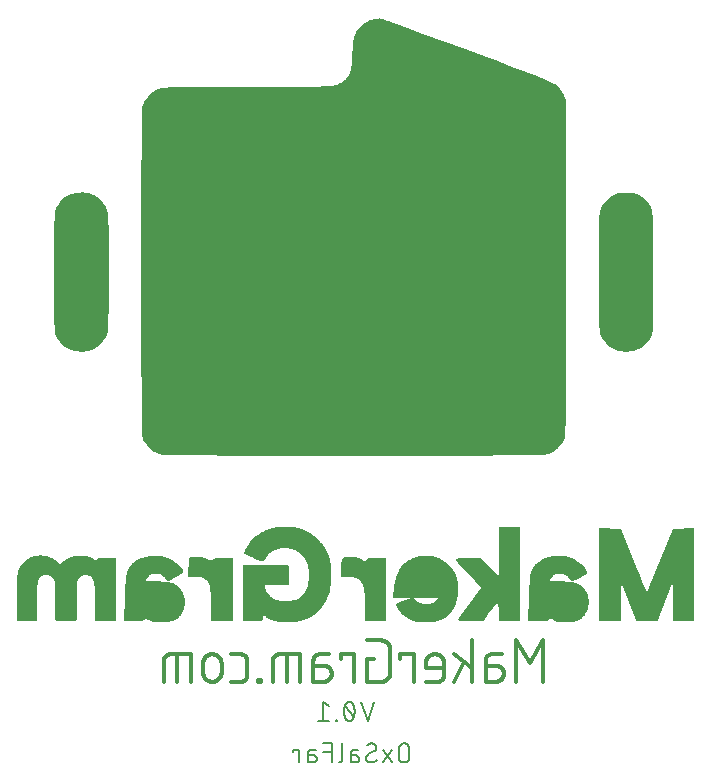
<source format=gbr>
G04 EAGLE Gerber RS-274X export*
G75*
%MOMM*%
%FSLAX34Y34*%
%LPD*%
%INSilkscreen Bottom*%
%IPPOS*%
%AMOC8*
5,1,8,0,0,1.08239X$1,22.5*%
G01*
%ADD10C,0.304800*%
%ADD11C,0.152400*%

G36*
X31823Y-104219D02*
X31823Y-104219D01*
X31824Y-104219D01*
X60047Y-104158D01*
X60048Y-104158D01*
X74866Y-104108D01*
X100268Y-103984D01*
X112263Y-103905D01*
X112264Y-103905D01*
X126376Y-103786D01*
X126377Y-103786D01*
X137666Y-103663D01*
X137667Y-103663D01*
X137668Y-103663D01*
X149662Y-103483D01*
X149663Y-103483D01*
X149665Y-103483D01*
X156720Y-103331D01*
X156721Y-103330D01*
X156723Y-103331D01*
X159544Y-103249D01*
X159546Y-103248D01*
X159549Y-103249D01*
X162370Y-103139D01*
X162373Y-103138D01*
X162377Y-103139D01*
X163786Y-103062D01*
X163791Y-103061D01*
X163797Y-103061D01*
X164500Y-103008D01*
X164509Y-103006D01*
X164520Y-103007D01*
X165220Y-102926D01*
X165247Y-102918D01*
X165284Y-102915D01*
X165968Y-102746D01*
X165980Y-102740D01*
X165996Y-102738D01*
X166670Y-102529D01*
X166679Y-102524D01*
X166692Y-102522D01*
X167356Y-102281D01*
X167364Y-102276D01*
X167376Y-102274D01*
X168028Y-102005D01*
X168036Y-102000D01*
X168046Y-101997D01*
X168687Y-101702D01*
X168692Y-101699D01*
X168693Y-101699D01*
X168695Y-101697D01*
X168704Y-101695D01*
X169334Y-101377D01*
X169340Y-101372D01*
X169349Y-101369D01*
X169968Y-101030D01*
X169973Y-101025D01*
X169982Y-101022D01*
X170589Y-100663D01*
X170597Y-100656D01*
X170608Y-100651D01*
X171789Y-99879D01*
X171796Y-99872D01*
X171807Y-99867D01*
X172381Y-99456D01*
X172387Y-99449D01*
X172397Y-99444D01*
X173510Y-98576D01*
X173515Y-98569D01*
X173525Y-98564D01*
X174064Y-98108D01*
X174069Y-98101D01*
X174078Y-98095D01*
X175120Y-97143D01*
X175127Y-97134D01*
X175138Y-97125D01*
X176129Y-96120D01*
X176134Y-96113D01*
X176143Y-96106D01*
X176618Y-95584D01*
X176622Y-95576D01*
X176631Y-95568D01*
X177536Y-94486D01*
X177543Y-94474D01*
X177555Y-94462D01*
X178394Y-93328D01*
X178398Y-93318D01*
X178408Y-93308D01*
X178799Y-92721D01*
X178802Y-92713D01*
X178809Y-92706D01*
X179179Y-92106D01*
X179182Y-92097D01*
X179189Y-92089D01*
X179536Y-91475D01*
X179539Y-91466D01*
X179546Y-91457D01*
X179867Y-90829D01*
X179870Y-90818D01*
X179877Y-90808D01*
X180169Y-90166D01*
X180172Y-90154D01*
X180179Y-90142D01*
X180438Y-89486D01*
X180440Y-89473D01*
X180448Y-89459D01*
X180669Y-88790D01*
X180672Y-88767D01*
X180683Y-88741D01*
X180835Y-88053D01*
X180835Y-88029D01*
X180844Y-88000D01*
X180921Y-87298D01*
X180920Y-87290D01*
X180923Y-87280D01*
X181025Y-85872D01*
X181024Y-85867D01*
X181025Y-85860D01*
X181129Y-83746D01*
X181128Y-83743D01*
X181129Y-83740D01*
X181206Y-81625D01*
X181206Y-81622D01*
X181207Y-81619D01*
X181352Y-75976D01*
X181352Y-75974D01*
X181352Y-75972D01*
X181494Y-67506D01*
X181494Y-67505D01*
X181494Y-67503D01*
X181654Y-51980D01*
X181654Y-51979D01*
X181654Y-51978D01*
X181773Y-32222D01*
X181772Y-32221D01*
X181773Y-32221D01*
X181855Y-7525D01*
X181855Y-7524D01*
X181902Y22111D01*
X181902Y22112D01*
X181917Y56686D01*
X181917Y56687D01*
X181917Y196395D01*
X181909Y196437D01*
X181906Y196501D01*
X181760Y197174D01*
X181742Y197214D01*
X181723Y197282D01*
X179008Y203022D01*
X178999Y203034D01*
X178993Y203051D01*
X178309Y204285D01*
X178301Y204294D01*
X178295Y204309D01*
X177543Y205503D01*
X177535Y205511D01*
X177529Y205524D01*
X176718Y206678D01*
X176712Y206684D01*
X176707Y206694D01*
X176280Y207255D01*
X176272Y207262D01*
X176266Y207272D01*
X175365Y208358D01*
X175356Y208365D01*
X175349Y208377D01*
X174871Y208896D01*
X174863Y208902D01*
X174856Y208912D01*
X174356Y209410D01*
X174345Y209417D01*
X174334Y209430D01*
X173805Y209897D01*
X173785Y209909D01*
X173763Y209931D01*
X173187Y210337D01*
X173157Y210350D01*
X173122Y210376D01*
X172490Y210690D01*
X172483Y210692D01*
X172476Y210697D01*
X171834Y210991D01*
X171830Y210992D01*
X171826Y210995D01*
X170533Y211560D01*
X170530Y211560D01*
X170527Y211563D01*
X167924Y212656D01*
X167922Y212656D01*
X167920Y212658D01*
X164654Y213992D01*
X164652Y213993D01*
X164650Y213994D01*
X156787Y217133D01*
X156785Y217133D01*
X156784Y217134D01*
X147586Y220738D01*
X147585Y220739D01*
X147584Y220739D01*
X136396Y225065D01*
X136395Y225066D01*
X123873Y229855D01*
X123872Y229855D01*
X123871Y229855D01*
X111994Y234354D01*
X111993Y234354D01*
X111993Y234355D01*
X98781Y239315D01*
X98780Y239315D01*
X77625Y247206D01*
X77624Y247206D01*
X77623Y247207D01*
X70343Y249898D01*
X70342Y249898D01*
X58419Y254274D01*
X58418Y254274D01*
X58417Y254274D01*
X49796Y257407D01*
X49795Y257407D01*
X49794Y257407D01*
X42490Y260033D01*
X42489Y260033D01*
X42488Y260034D01*
X36503Y262155D01*
X36501Y262156D01*
X36500Y262157D01*
X36411Y262187D01*
X34974Y262686D01*
X34973Y262686D01*
X33536Y263186D01*
X32098Y263685D01*
X31167Y264008D01*
X31165Y264008D01*
X31163Y264010D01*
X28488Y264911D01*
X28485Y264911D01*
X28482Y264913D01*
X26468Y265564D01*
X26463Y265565D01*
X26458Y265567D01*
X25106Y265972D01*
X25094Y265973D01*
X25081Y265978D01*
X24395Y266145D01*
X24353Y266147D01*
X24287Y266159D01*
X23582Y266172D01*
X23569Y266170D01*
X23552Y266172D01*
X22847Y266142D01*
X22840Y266140D01*
X22831Y266141D01*
X22127Y266088D01*
X22120Y266086D01*
X22111Y266087D01*
X21409Y266011D01*
X21402Y266008D01*
X21393Y266009D01*
X20695Y265910D01*
X20688Y265907D01*
X20679Y265907D01*
X19984Y265787D01*
X19974Y265783D01*
X19961Y265782D01*
X18584Y265475D01*
X18571Y265469D01*
X18554Y265467D01*
X17198Y265076D01*
X17186Y265070D01*
X17169Y265067D01*
X15840Y264595D01*
X15828Y264588D01*
X15812Y264584D01*
X14513Y264033D01*
X14502Y264025D01*
X14486Y264021D01*
X13222Y263394D01*
X13212Y263386D01*
X13196Y263380D01*
X11971Y262680D01*
X11963Y262674D01*
X11952Y262669D01*
X11356Y262292D01*
X11348Y262285D01*
X11337Y262280D01*
X10179Y261475D01*
X10169Y261465D01*
X10155Y261457D01*
X9046Y260584D01*
X9040Y260576D01*
X9029Y260570D01*
X8495Y260109D01*
X8488Y260100D01*
X8478Y260093D01*
X7453Y259123D01*
X7445Y259112D01*
X7431Y259101D01*
X6469Y258069D01*
X6463Y258060D01*
X6453Y258052D01*
X5997Y257513D01*
X5993Y257507D01*
X5987Y257501D01*
X5548Y256948D01*
X5545Y256941D01*
X5538Y256935D01*
X5118Y256368D01*
X5115Y256361D01*
X5109Y256355D01*
X4708Y255774D01*
X4704Y255767D01*
X4698Y255760D01*
X4317Y255166D01*
X4314Y255159D01*
X4308Y255152D01*
X3947Y254545D01*
X3945Y254538D01*
X3939Y254530D01*
X3600Y253911D01*
X3597Y253904D01*
X3591Y253896D01*
X3274Y253266D01*
X3272Y253258D01*
X3267Y253250D01*
X2972Y252609D01*
X2970Y252601D01*
X2965Y252593D01*
X2692Y251942D01*
X2690Y251933D01*
X2684Y251923D01*
X2439Y251262D01*
X2437Y251253D01*
X2432Y251242D01*
X2214Y250571D01*
X2213Y250562D01*
X2208Y250552D01*
X2017Y249873D01*
X2016Y249865D01*
X2012Y249855D01*
X1846Y249169D01*
X1846Y249158D01*
X1841Y249146D01*
X1576Y247760D01*
X1576Y247751D01*
X1573Y247740D01*
X1468Y247042D01*
X1469Y247035D01*
X1466Y247026D01*
X1302Y245625D01*
X1303Y245617D01*
X1301Y245608D01*
X1184Y244202D01*
X1185Y244196D01*
X1183Y244190D01*
X1102Y242781D01*
X1103Y242775D01*
X1101Y242768D01*
X1011Y239947D01*
X1012Y239942D01*
X1011Y239936D01*
X972Y235706D01*
X921Y233599D01*
X861Y232196D01*
X777Y230799D01*
X595Y228707D01*
X331Y226628D01*
X99Y225253D01*
X-35Y224577D01*
X-353Y223220D01*
X-534Y222559D01*
X-958Y221236D01*
X-1197Y220595D01*
X-1460Y219958D01*
X-1745Y219334D01*
X-2054Y218721D01*
X-2386Y218122D01*
X-2743Y217539D01*
X-3125Y216971D01*
X-3531Y216420D01*
X-3960Y215889D01*
X-4413Y215376D01*
X-4887Y214882D01*
X-5381Y214408D01*
X-5896Y213953D01*
X-6427Y213517D01*
X-6974Y213099D01*
X-7533Y212701D01*
X-8698Y211948D01*
X-9900Y211257D01*
X-11135Y210617D01*
X-12387Y210031D01*
X-13012Y209793D01*
X-13657Y209597D01*
X-14317Y209439D01*
X-14987Y209311D01*
X-16360Y209116D01*
X-18448Y208921D01*
X-21251Y208755D01*
X-24065Y208646D01*
X-27583Y208553D01*
X-31816Y208479D01*
X-40981Y208387D01*
X-55799Y208328D01*
X-110128Y208293D01*
X-110129Y208293D01*
X-120007Y208273D01*
X-120008Y208273D01*
X-131298Y208225D01*
X-131299Y208225D01*
X-131300Y208225D01*
X-140472Y208147D01*
X-140474Y208147D01*
X-140476Y208147D01*
X-146825Y208049D01*
X-146828Y208049D01*
X-146831Y208049D01*
X-152474Y207897D01*
X-152477Y207896D01*
X-152481Y207897D01*
X-154596Y207809D01*
X-154599Y207809D01*
X-154603Y207809D01*
X-156716Y207692D01*
X-156720Y207691D01*
X-156725Y207692D01*
X-158133Y207588D01*
X-158138Y207587D01*
X-158144Y207587D01*
X-159549Y207452D01*
X-159557Y207449D01*
X-159567Y207450D01*
X-160966Y207263D01*
X-160975Y207260D01*
X-160987Y207260D01*
X-161681Y207137D01*
X-161690Y207133D01*
X-161701Y207133D01*
X-162391Y206981D01*
X-162402Y206976D01*
X-162417Y206975D01*
X-163097Y206786D01*
X-163110Y206779D01*
X-163129Y206776D01*
X-163794Y206542D01*
X-163807Y206534D01*
X-163825Y206530D01*
X-164474Y206252D01*
X-164482Y206247D01*
X-164493Y206244D01*
X-165129Y205939D01*
X-165137Y205933D01*
X-165147Y205930D01*
X-165771Y205600D01*
X-165777Y205594D01*
X-165787Y205591D01*
X-166398Y205237D01*
X-166404Y205232D01*
X-166413Y205228D01*
X-167011Y204854D01*
X-167019Y204846D01*
X-167031Y204841D01*
X-168189Y204035D01*
X-168199Y204025D01*
X-168213Y204017D01*
X-169321Y203143D01*
X-169329Y203133D01*
X-169343Y203125D01*
X-170399Y202189D01*
X-170407Y202180D01*
X-170419Y202171D01*
X-171423Y201180D01*
X-171430Y201170D01*
X-171442Y201161D01*
X-172392Y200118D01*
X-172398Y200107D01*
X-172410Y200097D01*
X-173302Y199004D01*
X-173308Y198993D01*
X-173319Y198981D01*
X-174148Y197839D01*
X-174152Y197830D01*
X-174161Y197821D01*
X-174549Y197231D01*
X-174551Y197225D01*
X-174557Y197218D01*
X-174926Y196617D01*
X-174929Y196609D01*
X-174935Y196602D01*
X-175283Y195989D01*
X-175286Y195981D01*
X-175292Y195973D01*
X-175618Y195347D01*
X-175620Y195338D01*
X-175626Y195329D01*
X-175928Y194691D01*
X-175930Y194682D01*
X-175936Y194672D01*
X-176210Y194022D01*
X-176212Y194011D01*
X-176219Y194000D01*
X-176462Y193338D01*
X-176463Y193326D01*
X-176470Y193313D01*
X-176679Y192639D01*
X-176681Y192612D01*
X-176693Y192579D01*
X-176817Y191886D01*
X-176816Y191865D01*
X-176823Y191840D01*
X-176881Y191137D01*
X-176881Y191131D01*
X-176882Y191123D01*
X-176961Y189714D01*
X-176961Y189710D01*
X-176962Y189704D01*
X-177112Y185473D01*
X-177112Y185470D01*
X-177112Y185467D01*
X-177256Y179118D01*
X-177256Y179117D01*
X-177256Y179115D01*
X-177361Y172765D01*
X-177361Y172764D01*
X-177462Y165003D01*
X-177462Y165002D01*
X-177462Y165001D01*
X-177556Y155829D01*
X-177556Y155828D01*
X-177700Y136777D01*
X-177700Y136776D01*
X-177762Y125487D01*
X-177762Y125486D01*
X-177885Y90206D01*
X-177885Y90205D01*
X-177927Y52102D01*
X-177926Y52102D01*
X-177927Y52101D01*
X-177886Y13999D01*
X-177885Y13998D01*
X-177886Y13998D01*
X-177810Y-10698D01*
X-177810Y-10699D01*
X-177701Y-32572D01*
X-177701Y-32573D01*
X-177634Y-42451D01*
X-177634Y-42452D01*
X-177552Y-52330D01*
X-177552Y-52331D01*
X-177552Y-52332D01*
X-177413Y-65032D01*
X-177413Y-65033D01*
X-177413Y-65034D01*
X-177261Y-74911D01*
X-177261Y-74913D01*
X-177261Y-74914D01*
X-177119Y-81263D01*
X-177118Y-81265D01*
X-177119Y-81268D01*
X-177071Y-82783D01*
X-177056Y-83283D01*
X-177030Y-84089D01*
X-177030Y-84091D01*
X-177030Y-84095D01*
X-176939Y-86209D01*
X-176938Y-86214D01*
X-176939Y-86220D01*
X-176848Y-87628D01*
X-176845Y-87640D01*
X-176846Y-87655D01*
X-176763Y-88355D01*
X-176752Y-88388D01*
X-176747Y-88435D01*
X-176551Y-89113D01*
X-176544Y-89126D01*
X-176540Y-89145D01*
X-176299Y-89808D01*
X-176293Y-89818D01*
X-176289Y-89833D01*
X-176013Y-90482D01*
X-176007Y-90491D01*
X-176003Y-90504D01*
X-175695Y-91139D01*
X-175689Y-91147D01*
X-175686Y-91158D01*
X-175351Y-91779D01*
X-175345Y-91786D01*
X-175341Y-91796D01*
X-174982Y-92404D01*
X-174976Y-92410D01*
X-174972Y-92419D01*
X-174591Y-93013D01*
X-174586Y-93019D01*
X-174582Y-93027D01*
X-174180Y-93607D01*
X-174172Y-93615D01*
X-174166Y-93626D01*
X-173310Y-94748D01*
X-173302Y-94754D01*
X-173296Y-94765D01*
X-172843Y-95306D01*
X-172836Y-95312D01*
X-172829Y-95322D01*
X-171880Y-96365D01*
X-171872Y-96371D01*
X-171866Y-96380D01*
X-171371Y-96882D01*
X-171363Y-96887D01*
X-171357Y-96896D01*
X-170328Y-97861D01*
X-170318Y-97867D01*
X-170308Y-97879D01*
X-169230Y-98789D01*
X-169220Y-98795D01*
X-169210Y-98806D01*
X-168085Y-99658D01*
X-168074Y-99664D01*
X-168063Y-99674D01*
X-166893Y-100463D01*
X-166881Y-100468D01*
X-166868Y-100479D01*
X-165653Y-101196D01*
X-165642Y-101200D01*
X-165631Y-101208D01*
X-165007Y-101537D01*
X-164999Y-101539D01*
X-164991Y-101545D01*
X-164355Y-101851D01*
X-164347Y-101853D01*
X-164338Y-101859D01*
X-163691Y-102141D01*
X-163682Y-102142D01*
X-163672Y-102148D01*
X-163014Y-102403D01*
X-163004Y-102405D01*
X-162993Y-102411D01*
X-162324Y-102635D01*
X-162313Y-102637D01*
X-162301Y-102643D01*
X-161621Y-102834D01*
X-161600Y-102836D01*
X-161574Y-102845D01*
X-160880Y-102969D01*
X-160860Y-102968D01*
X-160836Y-102975D01*
X-160133Y-103037D01*
X-160127Y-103036D01*
X-160119Y-103038D01*
X-158711Y-103122D01*
X-158706Y-103121D01*
X-158700Y-103122D01*
X-154469Y-103282D01*
X-154466Y-103281D01*
X-154463Y-103282D01*
X-148820Y-103422D01*
X-148818Y-103421D01*
X-148816Y-103422D01*
X-141761Y-103549D01*
X-141760Y-103549D01*
X-141759Y-103549D01*
X-130470Y-103700D01*
X-130469Y-103700D01*
X-119180Y-103816D01*
X-119179Y-103816D01*
X-107890Y-103907D01*
X-107889Y-103907D01*
X-83899Y-104051D01*
X-83898Y-104051D01*
X-83897Y-104051D01*
X-55674Y-104159D01*
X-55673Y-104159D01*
X-12631Y-104235D01*
X-12630Y-104235D01*
X31823Y-104219D01*
G37*
G36*
X232675Y-15859D02*
X232675Y-15859D01*
X232684Y-15857D01*
X232694Y-15858D01*
X234104Y-15796D01*
X234115Y-15793D01*
X234129Y-15794D01*
X235534Y-15661D01*
X235545Y-15657D01*
X235559Y-15658D01*
X236955Y-15454D01*
X236966Y-15450D01*
X236980Y-15449D01*
X238364Y-15174D01*
X238372Y-15171D01*
X238383Y-15170D01*
X239069Y-15005D01*
X239078Y-15001D01*
X239089Y-15000D01*
X240446Y-14614D01*
X240455Y-14609D01*
X240467Y-14607D01*
X241137Y-14385D01*
X241145Y-14380D01*
X241158Y-14378D01*
X242476Y-13874D01*
X242485Y-13868D01*
X242498Y-13864D01*
X243144Y-13581D01*
X243150Y-13576D01*
X243159Y-13574D01*
X243795Y-13268D01*
X243802Y-13263D01*
X243811Y-13260D01*
X244436Y-12931D01*
X244443Y-12926D01*
X244453Y-12922D01*
X245064Y-12570D01*
X245071Y-12564D01*
X245081Y-12559D01*
X245678Y-12183D01*
X245684Y-12177D01*
X245693Y-12173D01*
X246275Y-11775D01*
X246280Y-11770D01*
X246288Y-11767D01*
X246858Y-11352D01*
X246865Y-11345D01*
X246875Y-11339D01*
X247428Y-10901D01*
X247433Y-10895D01*
X247441Y-10891D01*
X247979Y-10434D01*
X247983Y-10428D01*
X247990Y-10424D01*
X248514Y-9951D01*
X248519Y-9944D01*
X248528Y-9938D01*
X249538Y-8953D01*
X249544Y-8944D01*
X249555Y-8936D01*
X250518Y-7905D01*
X250523Y-7896D01*
X250533Y-7887D01*
X251446Y-6812D01*
X251452Y-6801D01*
X251463Y-6791D01*
X252317Y-5667D01*
X252322Y-5656D01*
X252332Y-5645D01*
X252728Y-5061D01*
X252734Y-5048D01*
X252746Y-5034D01*
X253460Y-3817D01*
X253463Y-3806D01*
X253472Y-3795D01*
X253798Y-3170D01*
X253802Y-3156D01*
X253812Y-3141D01*
X254097Y-2495D01*
X254101Y-2478D01*
X254111Y-2459D01*
X254346Y-1794D01*
X254348Y-1778D01*
X254356Y-1760D01*
X254542Y-1080D01*
X254543Y-1067D01*
X254549Y-1052D01*
X254696Y-362D01*
X254696Y-352D01*
X254700Y-341D01*
X254818Y355D01*
X254818Y365D01*
X254821Y376D01*
X254995Y1776D01*
X254995Y1786D01*
X254998Y1798D01*
X255167Y3908D01*
X255167Y3913D01*
X255168Y3920D01*
X255246Y5329D01*
X255246Y5333D01*
X255246Y5337D01*
X255331Y7452D01*
X255331Y7455D01*
X255331Y7459D01*
X255436Y11692D01*
X255436Y11694D01*
X255436Y11697D01*
X255502Y16636D01*
X255501Y16638D01*
X255502Y16640D01*
X255560Y27929D01*
X255560Y27930D01*
X255560Y27931D01*
X255574Y59682D01*
X255573Y59682D01*
X255574Y59683D01*
X255541Y77322D01*
X255541Y77323D01*
X255541Y77325D01*
X255497Y84380D01*
X255497Y84381D01*
X255497Y84383D01*
X255439Y89322D01*
X255438Y89323D01*
X255439Y89326D01*
X255353Y93558D01*
X255352Y93561D01*
X255353Y93564D01*
X255261Y96385D01*
X255260Y96389D01*
X255261Y96394D01*
X255117Y99213D01*
X255115Y99220D01*
X255116Y99228D01*
X254943Y101338D01*
X254940Y101347D01*
X254940Y101359D01*
X254765Y102759D01*
X254762Y102768D01*
X254762Y102780D01*
X254645Y103476D01*
X254642Y103484D01*
X254641Y103496D01*
X254496Y104186D01*
X254491Y104197D01*
X254490Y104212D01*
X254308Y104894D01*
X254301Y104907D01*
X254298Y104926D01*
X254070Y105594D01*
X254062Y105608D01*
X254057Y105628D01*
X253781Y106277D01*
X253773Y106288D01*
X253768Y106304D01*
X253453Y106936D01*
X253446Y106944D01*
X253442Y106957D01*
X252751Y108188D01*
X252743Y108197D01*
X252737Y108211D01*
X251981Y109402D01*
X251972Y109412D01*
X251964Y109427D01*
X251138Y110571D01*
X251130Y110578D01*
X251124Y110590D01*
X250684Y111141D01*
X250678Y111146D01*
X250673Y111154D01*
X250215Y111691D01*
X250209Y111695D01*
X250204Y111703D01*
X249728Y112224D01*
X249722Y112229D01*
X249716Y112237D01*
X249222Y112740D01*
X249215Y112745D01*
X249209Y112753D01*
X248698Y113239D01*
X248691Y113243D01*
X248685Y113251D01*
X248156Y113718D01*
X248149Y113722D01*
X248143Y113730D01*
X247598Y114178D01*
X247591Y114182D01*
X247584Y114189D01*
X247024Y114618D01*
X247017Y114621D01*
X247010Y114628D01*
X246436Y115038D01*
X246429Y115041D01*
X246422Y115047D01*
X245833Y115437D01*
X245826Y115440D01*
X245820Y115446D01*
X245219Y115815D01*
X245209Y115819D01*
X245198Y115827D01*
X243963Y116509D01*
X243950Y116513D01*
X243937Y116523D01*
X242664Y117131D01*
X242648Y117135D01*
X242631Y117146D01*
X241974Y117403D01*
X241964Y117404D01*
X241955Y117409D01*
X241950Y117410D01*
X241945Y117413D01*
X241274Y117629D01*
X241263Y117630D01*
X241252Y117636D01*
X240571Y117822D01*
X240563Y117822D01*
X240554Y117826D01*
X239867Y117988D01*
X239858Y117988D01*
X239847Y117992D01*
X238461Y118257D01*
X238451Y118257D01*
X238439Y118261D01*
X237042Y118463D01*
X237034Y118463D01*
X237024Y118466D01*
X235621Y118617D01*
X235614Y118617D01*
X235605Y118619D01*
X234198Y118725D01*
X234190Y118724D01*
X234179Y118726D01*
X232064Y118805D01*
X232055Y118803D01*
X232045Y118805D01*
X230634Y118803D01*
X230626Y118801D01*
X230616Y118802D01*
X229206Y118751D01*
X229197Y118749D01*
X229186Y118750D01*
X227779Y118641D01*
X227768Y118638D01*
X227753Y118638D01*
X226354Y118455D01*
X226343Y118451D01*
X226328Y118451D01*
X225634Y118323D01*
X225624Y118318D01*
X225610Y118318D01*
X224924Y118155D01*
X224910Y118149D01*
X224891Y118146D01*
X224217Y117938D01*
X224198Y117928D01*
X224171Y117921D01*
X223521Y117647D01*
X223509Y117639D01*
X223491Y117634D01*
X222860Y117319D01*
X222852Y117312D01*
X222839Y117307D01*
X222224Y116962D01*
X222217Y116956D01*
X222206Y116952D01*
X221606Y116582D01*
X221597Y116574D01*
X221585Y116569D01*
X220421Y115771D01*
X220413Y115762D01*
X220399Y115755D01*
X219281Y114894D01*
X219276Y114888D01*
X219267Y114883D01*
X218723Y114434D01*
X218719Y114428D01*
X218711Y114423D01*
X217653Y113490D01*
X217649Y113484D01*
X217642Y113479D01*
X217127Y112996D01*
X217124Y112991D01*
X217117Y112986D01*
X216117Y111990D01*
X216112Y111983D01*
X216103Y111976D01*
X215145Y110940D01*
X215140Y110932D01*
X215130Y110924D01*
X214217Y109849D01*
X214212Y109840D01*
X214202Y109831D01*
X213340Y108713D01*
X213335Y108702D01*
X213324Y108691D01*
X212526Y107527D01*
X212522Y107516D01*
X212513Y107506D01*
X212144Y106904D01*
X212141Y106895D01*
X212133Y106887D01*
X211789Y106271D01*
X211786Y106260D01*
X211778Y106249D01*
X211464Y105617D01*
X211462Y105608D01*
X211455Y105598D01*
X211169Y104953D01*
X211167Y104942D01*
X211160Y104930D01*
X210906Y104272D01*
X210904Y104258D01*
X210896Y104243D01*
X210682Y103571D01*
X210681Y103558D01*
X210674Y103544D01*
X210499Y102861D01*
X210498Y102850D01*
X210494Y102838D01*
X210350Y102148D01*
X210350Y102136D01*
X210345Y102123D01*
X210128Y100728D01*
X210129Y100718D01*
X210125Y100706D01*
X209971Y99304D01*
X209972Y99297D01*
X209970Y99290D01*
X209855Y97883D01*
X209856Y97879D01*
X209854Y97874D01*
X209766Y96465D01*
X209767Y96461D01*
X209766Y96457D01*
X209640Y93637D01*
X209640Y93633D01*
X209639Y93629D01*
X209522Y89397D01*
X209522Y89394D01*
X209522Y89391D01*
X209433Y83747D01*
X209433Y83745D01*
X209433Y83743D01*
X209376Y76688D01*
X209376Y76687D01*
X209376Y76686D01*
X209342Y67513D01*
X209342Y67512D01*
X209330Y52695D01*
X209330Y52694D01*
X209330Y52693D01*
X209350Y41404D01*
X209351Y41403D01*
X209350Y41402D01*
X209404Y32230D01*
X209404Y32229D01*
X209404Y32228D01*
X209476Y25172D01*
X209476Y25171D01*
X209476Y25170D01*
X209573Y18821D01*
X209573Y18819D01*
X209573Y18817D01*
X209697Y13174D01*
X209698Y13172D01*
X209697Y13169D01*
X209854Y8233D01*
X209855Y8229D01*
X209855Y8225D01*
X210019Y4701D01*
X210020Y4697D01*
X210020Y4693D01*
X210110Y3284D01*
X210111Y3280D01*
X210111Y3275D01*
X210228Y1869D01*
X210230Y1862D01*
X210230Y1855D01*
X210308Y1153D01*
X210311Y1144D01*
X210311Y1132D01*
X210419Y435D01*
X210427Y414D01*
X210430Y385D01*
X210609Y-297D01*
X210615Y-310D01*
X210618Y-328D01*
X210841Y-997D01*
X210847Y-1007D01*
X210849Y-1021D01*
X211105Y-1678D01*
X211111Y-1687D01*
X211114Y-1699D01*
X211399Y-2344D01*
X211404Y-2352D01*
X211407Y-2363D01*
X211719Y-2996D01*
X211724Y-3003D01*
X211727Y-3013D01*
X212062Y-3634D01*
X212067Y-3640D01*
X212071Y-3649D01*
X212427Y-4258D01*
X212435Y-4266D01*
X212440Y-4278D01*
X213211Y-5460D01*
X213221Y-5469D01*
X213228Y-5484D01*
X214068Y-6618D01*
X214075Y-6624D01*
X214080Y-6634D01*
X214523Y-7183D01*
X214530Y-7189D01*
X214536Y-7199D01*
X215464Y-8261D01*
X215473Y-8268D01*
X215481Y-8280D01*
X216461Y-9295D01*
X216471Y-9301D01*
X216479Y-9312D01*
X217509Y-10277D01*
X217516Y-10281D01*
X217523Y-10289D01*
X218055Y-10752D01*
X218063Y-10756D01*
X218070Y-10764D01*
X219170Y-11648D01*
X219178Y-11652D01*
X219185Y-11660D01*
X219752Y-12080D01*
X219761Y-12084D01*
X219769Y-12092D01*
X220937Y-12884D01*
X220949Y-12889D01*
X220962Y-12900D01*
X222174Y-13622D01*
X222186Y-13626D01*
X222199Y-13636D01*
X222825Y-13961D01*
X222837Y-13965D01*
X222850Y-13973D01*
X223492Y-14264D01*
X223502Y-14266D01*
X223513Y-14273D01*
X224169Y-14534D01*
X224178Y-14536D01*
X224188Y-14541D01*
X224854Y-14775D01*
X224863Y-14776D01*
X224873Y-14781D01*
X225547Y-14988D01*
X225555Y-14989D01*
X225565Y-14993D01*
X226246Y-15175D01*
X226254Y-15176D01*
X226263Y-15179D01*
X226951Y-15338D01*
X226958Y-15338D01*
X226967Y-15341D01*
X227660Y-15476D01*
X227667Y-15476D01*
X227675Y-15479D01*
X228371Y-15593D01*
X228382Y-15592D01*
X228394Y-15596D01*
X229795Y-15760D01*
X229805Y-15759D01*
X229816Y-15762D01*
X230520Y-15814D01*
X230529Y-15813D01*
X230540Y-15815D01*
X231950Y-15862D01*
X231959Y-15861D01*
X231970Y-15863D01*
X232675Y-15859D01*
G37*
G36*
X-227376Y-15853D02*
X-227376Y-15853D01*
X-227367Y-15851D01*
X-227356Y-15852D01*
X-226651Y-15823D01*
X-226642Y-15821D01*
X-226631Y-15822D01*
X-225225Y-15705D01*
X-225216Y-15702D01*
X-225204Y-15702D01*
X-224504Y-15614D01*
X-224494Y-15611D01*
X-224481Y-15611D01*
X-223091Y-15370D01*
X-223081Y-15366D01*
X-223068Y-15366D01*
X-222379Y-15212D01*
X-222372Y-15209D01*
X-222362Y-15208D01*
X-221680Y-15030D01*
X-221672Y-15027D01*
X-221662Y-15025D01*
X-220986Y-14823D01*
X-220979Y-14819D01*
X-220968Y-14817D01*
X-220301Y-14589D01*
X-220292Y-14584D01*
X-220281Y-14582D01*
X-219624Y-14326D01*
X-219615Y-14320D01*
X-219606Y-14318D01*
X-219605Y-14318D01*
X-219603Y-14317D01*
X-218958Y-14032D01*
X-218948Y-14026D01*
X-218934Y-14021D01*
X-218305Y-13703D01*
X-218297Y-13696D01*
X-218284Y-13692D01*
X-217670Y-13344D01*
X-217663Y-13337D01*
X-217651Y-13332D01*
X-216457Y-12581D01*
X-216449Y-12574D01*
X-216438Y-12569D01*
X-215858Y-12168D01*
X-215854Y-12163D01*
X-215848Y-12160D01*
X-215278Y-11743D01*
X-215272Y-11736D01*
X-215262Y-11731D01*
X-214159Y-10852D01*
X-214151Y-10844D01*
X-214139Y-10836D01*
X-213082Y-9903D01*
X-213075Y-9894D01*
X-213063Y-9886D01*
X-212053Y-8901D01*
X-212047Y-8892D01*
X-212036Y-8883D01*
X-211076Y-7849D01*
X-211070Y-7839D01*
X-211059Y-7830D01*
X-210154Y-6748D01*
X-210148Y-6738D01*
X-210137Y-6727D01*
X-209292Y-5598D01*
X-209287Y-5589D01*
X-209279Y-5581D01*
X-208881Y-4998D01*
X-208878Y-4992D01*
X-208872Y-4986D01*
X-208492Y-4391D01*
X-208490Y-4384D01*
X-208484Y-4377D01*
X-208123Y-3771D01*
X-208121Y-3764D01*
X-208115Y-3756D01*
X-207776Y-3138D01*
X-207773Y-3129D01*
X-207767Y-3121D01*
X-207451Y-2490D01*
X-207449Y-2482D01*
X-207442Y-2472D01*
X-207152Y-1829D01*
X-207150Y-1820D01*
X-207143Y-1809D01*
X-206882Y-1154D01*
X-206880Y-1143D01*
X-206873Y-1131D01*
X-206644Y-464D01*
X-206642Y-452D01*
X-206635Y-438D01*
X-206443Y241D01*
X-206442Y264D01*
X-206432Y293D01*
X-206313Y988D01*
X-206314Y1002D01*
X-206309Y1019D01*
X-206161Y2422D01*
X-206162Y2431D01*
X-206159Y2442D01*
X-205972Y5257D01*
X-205973Y5262D01*
X-205971Y5268D01*
X-205816Y8792D01*
X-205817Y8795D01*
X-205816Y8798D01*
X-205684Y13029D01*
X-205684Y13031D01*
X-205684Y13033D01*
X-205572Y17970D01*
X-205572Y17971D01*
X-205572Y17973D01*
X-205480Y23616D01*
X-205480Y23617D01*
X-205480Y23618D01*
X-205395Y31378D01*
X-205394Y31380D01*
X-205354Y37023D01*
X-205355Y37024D01*
X-205354Y37025D01*
X-205318Y46900D01*
X-205318Y46901D01*
X-205318Y46902D01*
X-205316Y60305D01*
X-205316Y60306D01*
X-205316Y60307D01*
X-205344Y73710D01*
X-205344Y73711D01*
X-205375Y79355D01*
X-205375Y79356D01*
X-205375Y79357D01*
X-205439Y85706D01*
X-205440Y85707D01*
X-205439Y85709D01*
X-205514Y89941D01*
X-205515Y89944D01*
X-205514Y89947D01*
X-205638Y94178D01*
X-205639Y94181D01*
X-205639Y94186D01*
X-205735Y96300D01*
X-205736Y96303D01*
X-205735Y96307D01*
X-205820Y97716D01*
X-205822Y97721D01*
X-205821Y97728D01*
X-206000Y99836D01*
X-206003Y99845D01*
X-206002Y99856D01*
X-206177Y101256D01*
X-206179Y101264D01*
X-206179Y101275D01*
X-206293Y101971D01*
X-206296Y101978D01*
X-206296Y101988D01*
X-206435Y102680D01*
X-206439Y102689D01*
X-206440Y102702D01*
X-206609Y103386D01*
X-206614Y103398D01*
X-206616Y103413D01*
X-206822Y104087D01*
X-206829Y104099D01*
X-206832Y104116D01*
X-207079Y104776D01*
X-207085Y104787D01*
X-207089Y104802D01*
X-207372Y105448D01*
X-207378Y105458D01*
X-207383Y105471D01*
X-207698Y106102D01*
X-207703Y106108D01*
X-207706Y106116D01*
X-208041Y106737D01*
X-208048Y106745D01*
X-208053Y106757D01*
X-208781Y107965D01*
X-208789Y107975D01*
X-208796Y107989D01*
X-209592Y109154D01*
X-209601Y109163D01*
X-209608Y109176D01*
X-210466Y110296D01*
X-210475Y110303D01*
X-210483Y110316D01*
X-211399Y111389D01*
X-211406Y111394D01*
X-211412Y111403D01*
X-211891Y111921D01*
X-211898Y111927D01*
X-211904Y111935D01*
X-212901Y112933D01*
X-212911Y112940D01*
X-212920Y112951D01*
X-213967Y113896D01*
X-213978Y113902D01*
X-213987Y113914D01*
X-215084Y114802D01*
X-215095Y114807D01*
X-215106Y114818D01*
X-216249Y115644D01*
X-216261Y115650D01*
X-216273Y115661D01*
X-217463Y116419D01*
X-217472Y116422D01*
X-217482Y116431D01*
X-218094Y116782D01*
X-218101Y116784D01*
X-218108Y116790D01*
X-218731Y117121D01*
X-218744Y117125D01*
X-218757Y117135D01*
X-219398Y117428D01*
X-219416Y117432D01*
X-219436Y117444D01*
X-220099Y117684D01*
X-220111Y117686D01*
X-220124Y117693D01*
X-220799Y117898D01*
X-220809Y117898D01*
X-220819Y117903D01*
X-221502Y118080D01*
X-221509Y118080D01*
X-221518Y118084D01*
X-222206Y118238D01*
X-222216Y118238D01*
X-222226Y118242D01*
X-223614Y118493D01*
X-223623Y118493D01*
X-223632Y118496D01*
X-224331Y118597D01*
X-224338Y118596D01*
X-224347Y118599D01*
X-225750Y118752D01*
X-225760Y118751D01*
X-225773Y118754D01*
X-227181Y118843D01*
X-227192Y118841D01*
X-227206Y118844D01*
X-228616Y118861D01*
X-228626Y118860D01*
X-228638Y118861D01*
X-230048Y118818D01*
X-230057Y118816D01*
X-230069Y118817D01*
X-231476Y118715D01*
X-231486Y118712D01*
X-231499Y118713D01*
X-232899Y118546D01*
X-232910Y118543D01*
X-232924Y118543D01*
X-234315Y118306D01*
X-234326Y118302D01*
X-234342Y118301D01*
X-235717Y117990D01*
X-235729Y117984D01*
X-235746Y117982D01*
X-237101Y117591D01*
X-237110Y117586D01*
X-237123Y117584D01*
X-237791Y117356D01*
X-237797Y117353D01*
X-237806Y117351D01*
X-238466Y117102D01*
X-238473Y117098D01*
X-238482Y117096D01*
X-239133Y116825D01*
X-239140Y116821D01*
X-239149Y116819D01*
X-239791Y116526D01*
X-239797Y116521D01*
X-239806Y116518D01*
X-240437Y116203D01*
X-240444Y116198D01*
X-240453Y116195D01*
X-241073Y115858D01*
X-241079Y115852D01*
X-241088Y115849D01*
X-241695Y115489D01*
X-241701Y115483D01*
X-241711Y115479D01*
X-242304Y115098D01*
X-242310Y115092D01*
X-242319Y115088D01*
X-242898Y114685D01*
X-242904Y114679D01*
X-242913Y114674D01*
X-243477Y114250D01*
X-243482Y114244D01*
X-243491Y114239D01*
X-244039Y113794D01*
X-244044Y113788D01*
X-244053Y113783D01*
X-244584Y113319D01*
X-244589Y113312D01*
X-244598Y113306D01*
X-245112Y112823D01*
X-245116Y112817D01*
X-245124Y112811D01*
X-245621Y112310D01*
X-245625Y112304D01*
X-245628Y112302D01*
X-245631Y112299D01*
X-245632Y112299D01*
X-245633Y112298D01*
X-246112Y111780D01*
X-246116Y111773D01*
X-246123Y111767D01*
X-246585Y111234D01*
X-246588Y111227D01*
X-246595Y111221D01*
X-247038Y110672D01*
X-247043Y110662D01*
X-247053Y110653D01*
X-247886Y109514D01*
X-247891Y109502D01*
X-247903Y109490D01*
X-248665Y108303D01*
X-248670Y108291D01*
X-248680Y108279D01*
X-249375Y107052D01*
X-249378Y107042D01*
X-249386Y107031D01*
X-249705Y106402D01*
X-249708Y106390D01*
X-249717Y106377D01*
X-250000Y105730D01*
X-250003Y105715D01*
X-250013Y105697D01*
X-250248Y105032D01*
X-250250Y105017D01*
X-250258Y104999D01*
X-250447Y104319D01*
X-250448Y104307D01*
X-250454Y104292D01*
X-250604Y103603D01*
X-250604Y103593D01*
X-250608Y103582D01*
X-250729Y102887D01*
X-250729Y102880D01*
X-250731Y102871D01*
X-250830Y102173D01*
X-250829Y102165D01*
X-250832Y102156D01*
X-250982Y100754D01*
X-250981Y100747D01*
X-250983Y100739D01*
X-251092Y99332D01*
X-251092Y99328D01*
X-251093Y99323D01*
X-251175Y97914D01*
X-251174Y97911D01*
X-251175Y97907D01*
X-251267Y95793D01*
X-251266Y95790D01*
X-251267Y95787D01*
X-251333Y93671D01*
X-251332Y93669D01*
X-251333Y93666D01*
X-251430Y88729D01*
X-251430Y88727D01*
X-251430Y88724D01*
X-251496Y82375D01*
X-251496Y82374D01*
X-251496Y82372D01*
X-251550Y67558D01*
X-251550Y67557D01*
X-251558Y51332D01*
X-251558Y51331D01*
X-251542Y27346D01*
X-251541Y27345D01*
X-251542Y27344D01*
X-251479Y16057D01*
X-251478Y16056D01*
X-251478Y16053D01*
X-251421Y11821D01*
X-251420Y11819D01*
X-251421Y11817D01*
X-251341Y8290D01*
X-251340Y8287D01*
X-251340Y8283D01*
X-251235Y5463D01*
X-251234Y5459D01*
X-251235Y5453D01*
X-251112Y3340D01*
X-251111Y3335D01*
X-251111Y3328D01*
X-250993Y1922D01*
X-250992Y1916D01*
X-250992Y1910D01*
X-250916Y1208D01*
X-250913Y1200D01*
X-250913Y1190D01*
X-250708Y-206D01*
X-250704Y-218D01*
X-250703Y-233D01*
X-250562Y-924D01*
X-250557Y-936D01*
X-250556Y-951D01*
X-250378Y-1633D01*
X-250371Y-1647D01*
X-250368Y-1666D01*
X-250143Y-2335D01*
X-250134Y-2350D01*
X-250129Y-2371D01*
X-249853Y-3020D01*
X-249844Y-3033D01*
X-249838Y-3051D01*
X-249518Y-3679D01*
X-249513Y-3687D01*
X-249509Y-3697D01*
X-249163Y-4312D01*
X-249159Y-4317D01*
X-249157Y-4323D01*
X-248796Y-4929D01*
X-248788Y-4938D01*
X-248782Y-4951D01*
X-248391Y-5538D01*
X-248385Y-5544D01*
X-248380Y-5554D01*
X-247966Y-6125D01*
X-247958Y-6132D01*
X-247952Y-6143D01*
X-247072Y-7245D01*
X-247065Y-7251D01*
X-247059Y-7260D01*
X-246599Y-7794D01*
X-246592Y-7799D01*
X-246587Y-7807D01*
X-245629Y-8843D01*
X-245620Y-8849D01*
X-245613Y-8859D01*
X-244607Y-9849D01*
X-244600Y-9854D01*
X-244593Y-9862D01*
X-244072Y-10337D01*
X-244066Y-10340D01*
X-244061Y-10347D01*
X-243526Y-10806D01*
X-243519Y-10810D01*
X-243513Y-10817D01*
X-242963Y-11259D01*
X-242955Y-11263D01*
X-242947Y-11271D01*
X-242380Y-11690D01*
X-242373Y-11694D01*
X-242366Y-11700D01*
X-241785Y-12100D01*
X-241779Y-12103D01*
X-241772Y-12109D01*
X-241179Y-12490D01*
X-241170Y-12494D01*
X-241161Y-12501D01*
X-240552Y-12857D01*
X-240544Y-12860D01*
X-240536Y-12867D01*
X-239914Y-13199D01*
X-239906Y-13202D01*
X-239897Y-13208D01*
X-239264Y-13517D01*
X-239256Y-13519D01*
X-239248Y-13525D01*
X-238604Y-13812D01*
X-238597Y-13814D01*
X-238589Y-13819D01*
X-237936Y-14085D01*
X-237928Y-14087D01*
X-237921Y-14091D01*
X-237260Y-14336D01*
X-237250Y-14338D01*
X-237238Y-14344D01*
X-235895Y-14775D01*
X-235883Y-14777D01*
X-235868Y-14783D01*
X-234503Y-15138D01*
X-234491Y-15139D01*
X-234477Y-15144D01*
X-233095Y-15426D01*
X-233083Y-15426D01*
X-233070Y-15431D01*
X-231675Y-15641D01*
X-231666Y-15641D01*
X-231656Y-15644D01*
X-230955Y-15722D01*
X-230949Y-15722D01*
X-230943Y-15724D01*
X-230240Y-15785D01*
X-230231Y-15784D01*
X-230221Y-15786D01*
X-228812Y-15855D01*
X-228801Y-15853D01*
X-228787Y-15856D01*
X-227376Y-15853D01*
G37*
G36*
X227438Y-244092D02*
X227438Y-244092D01*
X227532Y-244074D01*
X227535Y-244072D01*
X227538Y-244071D01*
X227559Y-244057D01*
X227673Y-243987D01*
X228051Y-243654D01*
X228066Y-243634D01*
X228087Y-243619D01*
X228126Y-243555D01*
X228171Y-243496D01*
X228177Y-243471D01*
X228191Y-243449D01*
X228210Y-243341D01*
X228220Y-243303D01*
X228219Y-243295D01*
X228220Y-243285D01*
X228423Y-226349D01*
X228697Y-211044D01*
X241079Y-243353D01*
X241085Y-243363D01*
X241087Y-243375D01*
X241179Y-243514D01*
X241584Y-243951D01*
X241602Y-243964D01*
X241615Y-243982D01*
X241682Y-244021D01*
X241746Y-244067D01*
X241767Y-244072D01*
X241786Y-244083D01*
X241910Y-244104D01*
X241940Y-244111D01*
X241944Y-244110D01*
X241950Y-244111D01*
X258888Y-244111D01*
X258976Y-244093D01*
X259064Y-244079D01*
X259073Y-244073D01*
X259083Y-244071D01*
X259157Y-244021D01*
X259232Y-243973D01*
X259239Y-243964D01*
X259247Y-243959D01*
X259269Y-243924D01*
X259332Y-243840D01*
X259633Y-243255D01*
X259640Y-243231D01*
X259657Y-243203D01*
X271985Y-210455D01*
X272247Y-225287D01*
X272457Y-242927D01*
X272458Y-242931D01*
X272457Y-242937D01*
X272480Y-243628D01*
X272526Y-243822D01*
X272644Y-243982D01*
X272815Y-244083D01*
X272979Y-244111D01*
X289211Y-244111D01*
X289250Y-244103D01*
X289308Y-244101D01*
X289897Y-243984D01*
X289952Y-243961D01*
X290010Y-243948D01*
X290043Y-243924D01*
X290081Y-243908D01*
X290123Y-243865D01*
X290170Y-243830D01*
X290191Y-243795D01*
X290220Y-243765D01*
X290242Y-243710D01*
X290272Y-243659D01*
X290280Y-243612D01*
X290292Y-243580D01*
X290291Y-243544D01*
X290300Y-243495D01*
X290300Y-165861D01*
X290298Y-165853D01*
X290299Y-165844D01*
X290278Y-165756D01*
X290260Y-165667D01*
X290255Y-165659D01*
X290253Y-165651D01*
X290199Y-165578D01*
X290147Y-165503D01*
X290140Y-165498D01*
X290135Y-165491D01*
X289995Y-165402D01*
X289511Y-165197D01*
X289486Y-165192D01*
X289464Y-165180D01*
X289354Y-165166D01*
X289316Y-165158D01*
X289308Y-165160D01*
X289299Y-165158D01*
X273077Y-165752D01*
X273035Y-165762D01*
X272967Y-165768D01*
X272358Y-165931D01*
X272314Y-165952D01*
X272267Y-165965D01*
X272226Y-165996D01*
X272180Y-166019D01*
X272148Y-166056D01*
X272109Y-166086D01*
X272077Y-166139D01*
X272050Y-166170D01*
X272042Y-166197D01*
X272023Y-166228D01*
X252378Y-215376D01*
X250793Y-219244D01*
X250732Y-219332D01*
X250660Y-219279D01*
X250310Y-218785D01*
X249963Y-218204D01*
X249631Y-217600D01*
X248999Y-216356D01*
X248100Y-214453D01*
X247236Y-212529D01*
X246114Y-209942D01*
X244207Y-205395D01*
X241808Y-199514D01*
X228402Y-166113D01*
X228351Y-166035D01*
X228301Y-165955D01*
X228296Y-165952D01*
X228293Y-165947D01*
X228215Y-165895D01*
X228138Y-165841D01*
X228132Y-165840D01*
X228127Y-165837D01*
X228097Y-165831D01*
X227976Y-165801D01*
X227290Y-165749D01*
X227281Y-165751D01*
X227270Y-165748D01*
X210342Y-165158D01*
X210325Y-165161D01*
X210307Y-165158D01*
X210154Y-165189D01*
X210146Y-165191D01*
X210145Y-165191D01*
X210144Y-165191D01*
X209648Y-165383D01*
X209635Y-165392D01*
X209619Y-165396D01*
X209552Y-165446D01*
X209481Y-165491D01*
X209472Y-165504D01*
X209459Y-165514D01*
X209416Y-165586D01*
X209369Y-165655D01*
X209366Y-165671D01*
X209357Y-165685D01*
X209330Y-165849D01*
X209330Y-243482D01*
X209340Y-243535D01*
X209341Y-243588D01*
X209360Y-243631D01*
X209369Y-243677D01*
X209399Y-243721D01*
X209421Y-243770D01*
X209455Y-243802D01*
X209482Y-243841D01*
X209527Y-243870D01*
X209566Y-243907D01*
X209617Y-243928D01*
X209649Y-243948D01*
X209680Y-243953D01*
X209720Y-243969D01*
X210296Y-244099D01*
X210339Y-244100D01*
X210405Y-244111D01*
X227344Y-244111D01*
X227438Y-244092D01*
G37*
G36*
X-52167Y-245014D02*
X-52167Y-245014D01*
X-52158Y-245012D01*
X-52147Y-245013D01*
X-50034Y-244914D01*
X-50025Y-244911D01*
X-50013Y-244912D01*
X-47907Y-244725D01*
X-47898Y-244722D01*
X-47887Y-244722D01*
X-46489Y-244542D01*
X-46483Y-244540D01*
X-46476Y-244540D01*
X-45779Y-244431D01*
X-45773Y-244429D01*
X-45766Y-244429D01*
X-44379Y-244175D01*
X-44373Y-244173D01*
X-44365Y-244173D01*
X-43676Y-244027D01*
X-43670Y-244024D01*
X-43662Y-244024D01*
X-42291Y-243692D01*
X-42285Y-243689D01*
X-42277Y-243688D01*
X-41597Y-243502D01*
X-41590Y-243499D01*
X-41582Y-243498D01*
X-40234Y-243083D01*
X-40226Y-243079D01*
X-40214Y-243077D01*
X-38885Y-242605D01*
X-38876Y-242600D01*
X-38864Y-242597D01*
X-37558Y-242067D01*
X-37549Y-242062D01*
X-37537Y-242058D01*
X-36256Y-241469D01*
X-36249Y-241464D01*
X-36240Y-241462D01*
X-35610Y-241145D01*
X-35604Y-241140D01*
X-35594Y-241136D01*
X-34358Y-240458D01*
X-34350Y-240451D01*
X-34337Y-240446D01*
X-33135Y-239710D01*
X-33127Y-239702D01*
X-33115Y-239697D01*
X-31949Y-238903D01*
X-31942Y-238895D01*
X-31930Y-238889D01*
X-30804Y-238040D01*
X-30797Y-238032D01*
X-30785Y-238025D01*
X-29701Y-237124D01*
X-29695Y-237115D01*
X-29684Y-237108D01*
X-28643Y-236157D01*
X-28638Y-236151D01*
X-28631Y-236145D01*
X-28127Y-235652D01*
X-28122Y-235646D01*
X-28115Y-235640D01*
X-27141Y-234620D01*
X-27136Y-234612D01*
X-27127Y-234604D01*
X-26198Y-233543D01*
X-26195Y-233536D01*
X-26188Y-233531D01*
X-25741Y-232986D01*
X-25738Y-232979D01*
X-25731Y-232974D01*
X-24871Y-231857D01*
X-24867Y-231849D01*
X-24859Y-231841D01*
X-24043Y-230691D01*
X-24039Y-230684D01*
X-24032Y-230676D01*
X-23259Y-229497D01*
X-23257Y-229491D01*
X-23252Y-229486D01*
X-22881Y-228886D01*
X-22880Y-228882D01*
X-22877Y-228879D01*
X-22516Y-228273D01*
X-22515Y-228267D01*
X-22510Y-228262D01*
X-21819Y-227033D01*
X-21817Y-227024D01*
X-21810Y-227016D01*
X-20847Y-225133D01*
X-20844Y-225124D01*
X-20838Y-225115D01*
X-19948Y-223197D01*
X-19947Y-223191D01*
X-19943Y-223185D01*
X-19382Y-221891D01*
X-19381Y-221885D01*
X-19377Y-221879D01*
X-19114Y-221224D01*
X-19113Y-221215D01*
X-19107Y-221205D01*
X-18637Y-219876D01*
X-18635Y-219864D01*
X-18629Y-219851D01*
X-18428Y-219175D01*
X-18427Y-219167D01*
X-18423Y-219157D01*
X-18249Y-218474D01*
X-18248Y-218465D01*
X-18244Y-218455D01*
X-18096Y-217766D01*
X-18096Y-217758D01*
X-18093Y-217748D01*
X-17970Y-217054D01*
X-17970Y-217044D01*
X-17966Y-217031D01*
X-17784Y-215633D01*
X-17784Y-215625D01*
X-17782Y-215615D01*
X-17716Y-214913D01*
X-17717Y-214907D01*
X-17715Y-214900D01*
X-17621Y-213493D01*
X-17622Y-213487D01*
X-17620Y-213480D01*
X-17562Y-212072D01*
X-17562Y-212067D01*
X-17561Y-212062D01*
X-17514Y-209947D01*
X-17514Y-209944D01*
X-17514Y-209940D01*
X-17489Y-207120D01*
X-17490Y-207118D01*
X-17489Y-207116D01*
X-17488Y-202886D01*
X-17488Y-202884D01*
X-17488Y-202882D01*
X-17505Y-200062D01*
X-17506Y-200060D01*
X-17505Y-200056D01*
X-17542Y-197942D01*
X-17543Y-197937D01*
X-17542Y-197931D01*
X-17575Y-197084D01*
X-17613Y-196085D01*
X-17623Y-195818D01*
X-17625Y-195811D01*
X-17624Y-195802D01*
X-17721Y-194396D01*
X-17723Y-194389D01*
X-17722Y-194381D01*
X-17792Y-193679D01*
X-17794Y-193671D01*
X-17794Y-193659D01*
X-17989Y-192263D01*
X-17993Y-192252D01*
X-17993Y-192237D01*
X-18127Y-191545D01*
X-18131Y-191536D01*
X-18131Y-191525D01*
X-18294Y-190839D01*
X-18298Y-190830D01*
X-18299Y-190817D01*
X-18492Y-190139D01*
X-18496Y-190130D01*
X-18498Y-190118D01*
X-18721Y-189449D01*
X-18725Y-189441D01*
X-18727Y-189430D01*
X-18976Y-188771D01*
X-18981Y-188764D01*
X-18983Y-188755D01*
X-19254Y-188104D01*
X-19257Y-188099D01*
X-19259Y-188092D01*
X-19547Y-187448D01*
X-19550Y-187444D01*
X-19552Y-187437D01*
X-20162Y-186165D01*
X-20163Y-186163D01*
X-20165Y-186159D01*
X-20478Y-185527D01*
X-20482Y-185522D01*
X-20484Y-185515D01*
X-21145Y-184269D01*
X-21149Y-184264D01*
X-21152Y-184256D01*
X-21851Y-183031D01*
X-21856Y-183026D01*
X-21859Y-183017D01*
X-22597Y-181816D01*
X-22602Y-181810D01*
X-22606Y-181802D01*
X-23382Y-180625D01*
X-23387Y-180620D01*
X-23391Y-180611D01*
X-24206Y-179460D01*
X-24211Y-179455D01*
X-24216Y-179447D01*
X-25068Y-178324D01*
X-25073Y-178320D01*
X-25076Y-178314D01*
X-25517Y-177763D01*
X-25521Y-177760D01*
X-25525Y-177753D01*
X-26434Y-176676D01*
X-26439Y-176672D01*
X-26443Y-176666D01*
X-26911Y-176139D01*
X-26916Y-176135D01*
X-26920Y-176129D01*
X-27885Y-175101D01*
X-27890Y-175097D01*
X-27894Y-175091D01*
X-28390Y-174590D01*
X-28395Y-174587D01*
X-28400Y-174580D01*
X-29419Y-173606D01*
X-29424Y-173602D01*
X-29429Y-173596D01*
X-29951Y-173123D01*
X-29957Y-173120D01*
X-29962Y-173114D01*
X-31033Y-172197D01*
X-31039Y-172194D01*
X-31044Y-172188D01*
X-31592Y-171744D01*
X-31598Y-171741D01*
X-31603Y-171736D01*
X-32725Y-170881D01*
X-32731Y-170878D01*
X-32736Y-170872D01*
X-33309Y-170461D01*
X-33315Y-170458D01*
X-33321Y-170453D01*
X-34490Y-169664D01*
X-34496Y-169662D01*
X-34502Y-169656D01*
X-35098Y-169279D01*
X-35104Y-169277D01*
X-35111Y-169272D01*
X-36324Y-168554D01*
X-36331Y-168551D01*
X-36338Y-168546D01*
X-36955Y-168206D01*
X-36962Y-168204D01*
X-36968Y-168199D01*
X-38223Y-167555D01*
X-38230Y-167553D01*
X-38237Y-167549D01*
X-38874Y-167246D01*
X-38880Y-167245D01*
X-38888Y-167240D01*
X-40180Y-166675D01*
X-40187Y-166673D01*
X-40194Y-166669D01*
X-40848Y-166407D01*
X-40855Y-166405D01*
X-40863Y-166401D01*
X-42187Y-165917D01*
X-42194Y-165916D01*
X-42202Y-165912D01*
X-42872Y-165691D01*
X-42881Y-165690D01*
X-42890Y-165686D01*
X-43568Y-165491D01*
X-43576Y-165491D01*
X-43586Y-165486D01*
X-44270Y-165317D01*
X-44280Y-165316D01*
X-44291Y-165312D01*
X-45673Y-165032D01*
X-45681Y-165032D01*
X-45690Y-165029D01*
X-46386Y-164913D01*
X-46392Y-164913D01*
X-46399Y-164911D01*
X-47796Y-164717D01*
X-47804Y-164718D01*
X-47815Y-164715D01*
X-49919Y-164505D01*
X-49928Y-164506D01*
X-49938Y-164503D01*
X-52049Y-164372D01*
X-52056Y-164373D01*
X-52065Y-164371D01*
X-54179Y-164307D01*
X-54184Y-164308D01*
X-54191Y-164306D01*
X-55601Y-164298D01*
X-55605Y-164299D01*
X-55611Y-164298D01*
X-57021Y-164316D01*
X-57026Y-164317D01*
X-57033Y-164316D01*
X-59146Y-164394D01*
X-59153Y-164396D01*
X-59161Y-164395D01*
X-61272Y-164536D01*
X-61279Y-164538D01*
X-61288Y-164538D01*
X-63393Y-164750D01*
X-63402Y-164753D01*
X-63413Y-164753D01*
X-65507Y-165051D01*
X-65516Y-165054D01*
X-65528Y-165054D01*
X-66914Y-165313D01*
X-66924Y-165317D01*
X-66937Y-165318D01*
X-68310Y-165642D01*
X-68321Y-165648D01*
X-68337Y-165650D01*
X-69689Y-166052D01*
X-69698Y-166057D01*
X-69710Y-166059D01*
X-71042Y-166521D01*
X-71050Y-166525D01*
X-71062Y-166528D01*
X-72373Y-167045D01*
X-72379Y-167049D01*
X-72388Y-167051D01*
X-72698Y-167185D01*
X-72699Y-167185D01*
X-73035Y-167330D01*
X-73041Y-167334D01*
X-73049Y-167336D01*
X-74327Y-167933D01*
X-74332Y-167937D01*
X-74340Y-167940D01*
X-74970Y-168257D01*
X-74975Y-168262D01*
X-74983Y-168264D01*
X-76222Y-168937D01*
X-76227Y-168942D01*
X-76235Y-168945D01*
X-76844Y-169300D01*
X-76849Y-169304D01*
X-76857Y-169307D01*
X-78054Y-170054D01*
X-78060Y-170060D01*
X-78070Y-170065D01*
X-79236Y-170858D01*
X-79241Y-170863D01*
X-79248Y-170867D01*
X-79819Y-171281D01*
X-79824Y-171286D01*
X-79831Y-171290D01*
X-80946Y-172153D01*
X-80952Y-172160D01*
X-80962Y-172166D01*
X-82041Y-173075D01*
X-82047Y-173082D01*
X-82057Y-173089D01*
X-83096Y-174042D01*
X-83100Y-174048D01*
X-83107Y-174053D01*
X-83611Y-174546D01*
X-83616Y-174552D01*
X-83623Y-174558D01*
X-84597Y-175577D01*
X-84603Y-175586D01*
X-84613Y-175594D01*
X-85539Y-176657D01*
X-85543Y-176664D01*
X-85551Y-176670D01*
X-85995Y-177218D01*
X-85999Y-177225D01*
X-86006Y-177232D01*
X-86854Y-178359D01*
X-86859Y-178370D01*
X-86869Y-178380D01*
X-87658Y-179548D01*
X-87661Y-179557D01*
X-87668Y-179565D01*
X-88039Y-180165D01*
X-88041Y-180170D01*
X-88046Y-180176D01*
X-88756Y-181394D01*
X-88758Y-181401D01*
X-88764Y-181407D01*
X-89436Y-182647D01*
X-89438Y-182653D01*
X-89443Y-182659D01*
X-89761Y-183288D01*
X-89764Y-183297D01*
X-89770Y-183306D01*
X-90356Y-184589D01*
X-90359Y-184603D01*
X-90369Y-184618D01*
X-90620Y-185277D01*
X-90623Y-185296D01*
X-90634Y-185318D01*
X-90827Y-185996D01*
X-90830Y-186036D01*
X-90846Y-186141D01*
X-90833Y-186833D01*
X-90820Y-186896D01*
X-90815Y-186960D01*
X-90798Y-186992D01*
X-90790Y-187027D01*
X-90753Y-187080D01*
X-90724Y-187137D01*
X-90693Y-187164D01*
X-90675Y-187189D01*
X-90642Y-187210D01*
X-90599Y-187247D01*
X-90007Y-187618D01*
X-89982Y-187628D01*
X-89952Y-187649D01*
X-88672Y-188241D01*
X-88667Y-188242D01*
X-88661Y-188246D01*
X-86720Y-189087D01*
X-86717Y-189087D01*
X-86714Y-189089D01*
X-84110Y-190173D01*
X-84108Y-190174D01*
X-84105Y-190175D01*
X-81490Y-191232D01*
X-81488Y-191233D01*
X-81486Y-191234D01*
X-78860Y-192264D01*
X-78856Y-192264D01*
X-78853Y-192266D01*
X-76872Y-193009D01*
X-76866Y-193010D01*
X-76858Y-193014D01*
X-76669Y-193078D01*
X-75524Y-193470D01*
X-75511Y-193471D01*
X-75499Y-193477D01*
X-75334Y-193496D01*
X-74694Y-193459D01*
X-74670Y-193452D01*
X-74645Y-193453D01*
X-74574Y-193427D01*
X-74502Y-193408D01*
X-74482Y-193393D01*
X-74459Y-193384D01*
X-74374Y-193309D01*
X-74344Y-193286D01*
X-74341Y-193280D01*
X-74334Y-193274D01*
X-73892Y-192725D01*
X-73886Y-192714D01*
X-73874Y-192702D01*
X-73464Y-192129D01*
X-73461Y-192123D01*
X-73456Y-192117D01*
X-72669Y-190947D01*
X-72667Y-190942D01*
X-72662Y-190936D01*
X-71532Y-189163D01*
X-71140Y-188607D01*
X-70720Y-188076D01*
X-70270Y-187568D01*
X-69794Y-187084D01*
X-69293Y-186623D01*
X-68770Y-186186D01*
X-68227Y-185773D01*
X-67664Y-185384D01*
X-67087Y-185019D01*
X-66493Y-184677D01*
X-65885Y-184358D01*
X-65266Y-184062D01*
X-64636Y-183789D01*
X-63995Y-183538D01*
X-63347Y-183308D01*
X-62690Y-183101D01*
X-62027Y-182915D01*
X-61361Y-182752D01*
X-60001Y-182484D01*
X-59326Y-182383D01*
X-57950Y-182242D01*
X-56571Y-182183D01*
X-55191Y-182207D01*
X-53812Y-182314D01*
X-53136Y-182398D01*
X-51769Y-182634D01*
X-51101Y-182782D01*
X-50434Y-182953D01*
X-49773Y-183146D01*
X-49119Y-183361D01*
X-48473Y-183598D01*
X-47837Y-183857D01*
X-47213Y-184139D01*
X-46599Y-184447D01*
X-45997Y-184777D01*
X-45407Y-185128D01*
X-44831Y-185501D01*
X-44270Y-185896D01*
X-43723Y-186311D01*
X-43193Y-186747D01*
X-42680Y-187202D01*
X-42185Y-187677D01*
X-41708Y-188169D01*
X-41249Y-188680D01*
X-40810Y-189208D01*
X-40389Y-189752D01*
X-39990Y-190310D01*
X-39609Y-190883D01*
X-39249Y-191469D01*
X-38910Y-192067D01*
X-38590Y-192677D01*
X-38292Y-193293D01*
X-37748Y-194569D01*
X-37509Y-195209D01*
X-37082Y-196527D01*
X-36730Y-197864D01*
X-36447Y-199219D01*
X-36232Y-200589D01*
X-36080Y-201968D01*
X-35988Y-203354D01*
X-35954Y-204744D01*
X-35973Y-206134D01*
X-36044Y-207525D01*
X-36161Y-208914D01*
X-36317Y-210301D01*
X-36520Y-211678D01*
X-36778Y-213040D01*
X-37105Y-214387D01*
X-37296Y-215046D01*
X-37509Y-215700D01*
X-37745Y-216344D01*
X-38006Y-216978D01*
X-38292Y-217599D01*
X-38603Y-218208D01*
X-38941Y-218801D01*
X-39305Y-219379D01*
X-39695Y-219940D01*
X-40108Y-220483D01*
X-40546Y-221009D01*
X-41005Y-221518D01*
X-41485Y-222009D01*
X-41983Y-222484D01*
X-42494Y-222940D01*
X-43570Y-223818D01*
X-44684Y-224645D01*
X-45250Y-225032D01*
X-45826Y-225391D01*
X-46416Y-225711D01*
X-47023Y-225983D01*
X-47650Y-226203D01*
X-48296Y-226374D01*
X-48958Y-226503D01*
X-49630Y-226597D01*
X-51011Y-226714D01*
X-52403Y-226771D01*
X-53803Y-226795D01*
X-57315Y-226788D01*
X-59411Y-226720D01*
X-60798Y-226619D01*
X-61480Y-226542D01*
X-62155Y-226440D01*
X-62819Y-226307D01*
X-63468Y-226135D01*
X-63613Y-226084D01*
X-64096Y-225917D01*
X-64701Y-225647D01*
X-65281Y-225326D01*
X-65841Y-224955D01*
X-66393Y-224546D01*
X-66940Y-224122D01*
X-67470Y-223683D01*
X-67985Y-223227D01*
X-68486Y-222753D01*
X-68972Y-222263D01*
X-69441Y-221760D01*
X-69895Y-221240D01*
X-70331Y-220708D01*
X-70750Y-220161D01*
X-71150Y-219601D01*
X-71529Y-219029D01*
X-71887Y-218443D01*
X-72219Y-217845D01*
X-72527Y-217235D01*
X-72804Y-216613D01*
X-73048Y-215981D01*
X-73255Y-215338D01*
X-73414Y-214718D01*
X-73437Y-214266D01*
X-73217Y-214007D01*
X-72723Y-213848D01*
X-72081Y-213752D01*
X-71404Y-213695D01*
X-70014Y-213635D01*
X-67910Y-213603D01*
X-53811Y-213595D01*
X-53770Y-213587D01*
X-53703Y-213583D01*
X-53126Y-213455D01*
X-53077Y-213433D01*
X-53025Y-213420D01*
X-52988Y-213393D01*
X-52945Y-213374D01*
X-52908Y-213334D01*
X-52865Y-213303D01*
X-52841Y-213262D01*
X-52809Y-213228D01*
X-52791Y-213178D01*
X-52764Y-213131D01*
X-52754Y-213077D01*
X-52741Y-213041D01*
X-52743Y-213010D01*
X-52736Y-212967D01*
X-52736Y-197456D01*
X-52745Y-197411D01*
X-52744Y-197364D01*
X-52765Y-197314D01*
X-52775Y-197261D01*
X-52802Y-197223D01*
X-52819Y-197180D01*
X-52857Y-197142D01*
X-52888Y-197097D01*
X-52927Y-197072D01*
X-52959Y-197039D01*
X-53020Y-197013D01*
X-53056Y-196990D01*
X-53081Y-196986D01*
X-53111Y-196972D01*
X-53673Y-196828D01*
X-53718Y-196826D01*
X-53797Y-196813D01*
X-90461Y-196813D01*
X-90477Y-196816D01*
X-90498Y-196814D01*
X-91154Y-196864D01*
X-91240Y-196888D01*
X-91326Y-196909D01*
X-91335Y-196915D01*
X-91345Y-196918D01*
X-91415Y-196974D01*
X-91486Y-197027D01*
X-91492Y-197036D01*
X-91500Y-197043D01*
X-91542Y-197121D01*
X-91588Y-197198D01*
X-91590Y-197209D01*
X-91594Y-197218D01*
X-91598Y-197258D01*
X-91616Y-197362D01*
X-91616Y-243192D01*
X-91602Y-243256D01*
X-91598Y-243321D01*
X-91582Y-243358D01*
X-91576Y-243387D01*
X-91553Y-243419D01*
X-91529Y-243473D01*
X-91244Y-243892D01*
X-91201Y-243934D01*
X-91166Y-243982D01*
X-91131Y-244003D01*
X-91101Y-244031D01*
X-91046Y-244053D01*
X-90995Y-244083D01*
X-90948Y-244091D01*
X-90916Y-244103D01*
X-90880Y-244102D01*
X-90831Y-244111D01*
X-83075Y-244110D01*
X-83073Y-244110D01*
X-83071Y-244110D01*
X-80251Y-244089D01*
X-80246Y-244088D01*
X-80239Y-244089D01*
X-78830Y-244044D01*
X-78823Y-244042D01*
X-78815Y-244043D01*
X-78111Y-244000D01*
X-78103Y-243998D01*
X-78093Y-243999D01*
X-77392Y-243931D01*
X-77377Y-243926D01*
X-77358Y-243926D01*
X-76663Y-243810D01*
X-76633Y-243799D01*
X-76591Y-243793D01*
X-75922Y-243576D01*
X-75910Y-243570D01*
X-75898Y-243568D01*
X-75754Y-243483D01*
X-75222Y-243036D01*
X-75183Y-242987D01*
X-75137Y-242944D01*
X-75118Y-242905D01*
X-75098Y-242881D01*
X-75088Y-242844D01*
X-75064Y-242794D01*
X-74868Y-242124D01*
X-74864Y-242079D01*
X-74848Y-241999D01*
X-74826Y-241313D01*
X-74758Y-240670D01*
X-74602Y-240092D01*
X-74344Y-239645D01*
X-73999Y-239422D01*
X-73582Y-239446D01*
X-73121Y-239701D01*
X-72665Y-240126D01*
X-72202Y-240630D01*
X-72178Y-240648D01*
X-72153Y-240677D01*
X-71611Y-241127D01*
X-71590Y-241138D01*
X-71569Y-241158D01*
X-70982Y-241549D01*
X-70967Y-241556D01*
X-70950Y-241569D01*
X-70336Y-241915D01*
X-70323Y-241919D01*
X-70310Y-241928D01*
X-69677Y-242238D01*
X-69666Y-242240D01*
X-69655Y-242247D01*
X-69008Y-242527D01*
X-69000Y-242529D01*
X-68990Y-242534D01*
X-68333Y-242788D01*
X-68325Y-242790D01*
X-68317Y-242794D01*
X-67652Y-243027D01*
X-67645Y-243028D01*
X-67638Y-243031D01*
X-66967Y-243245D01*
X-66958Y-243246D01*
X-66949Y-243250D01*
X-65591Y-243628D01*
X-65583Y-243629D01*
X-65575Y-243632D01*
X-64890Y-243799D01*
X-64884Y-243799D01*
X-64877Y-243802D01*
X-63498Y-244098D01*
X-63489Y-244098D01*
X-63478Y-244102D01*
X-61393Y-244461D01*
X-61384Y-244460D01*
X-61372Y-244464D01*
X-59273Y-244731D01*
X-59264Y-244730D01*
X-59253Y-244733D01*
X-57146Y-244914D01*
X-57139Y-244913D01*
X-57130Y-244915D01*
X-55721Y-244990D01*
X-55716Y-244989D01*
X-55709Y-244990D01*
X-54299Y-245028D01*
X-54291Y-245027D01*
X-54282Y-245028D01*
X-52167Y-245014D01*
G37*
G36*
X-200103Y-244105D02*
X-200103Y-244105D01*
X-200069Y-244107D01*
X-199439Y-244032D01*
X-199365Y-244007D01*
X-199289Y-243989D01*
X-199271Y-243976D01*
X-199250Y-243969D01*
X-199191Y-243917D01*
X-199128Y-243871D01*
X-199117Y-243852D01*
X-199101Y-243838D01*
X-199067Y-243767D01*
X-199027Y-243700D01*
X-199023Y-243676D01*
X-199015Y-243659D01*
X-199012Y-243614D01*
X-198999Y-243536D01*
X-198999Y-191351D01*
X-199002Y-191339D01*
X-199000Y-191327D01*
X-199021Y-191242D01*
X-199039Y-191157D01*
X-199046Y-191146D01*
X-199049Y-191134D01*
X-199145Y-190999D01*
X-199498Y-190646D01*
X-199508Y-190639D01*
X-199516Y-190629D01*
X-199591Y-190584D01*
X-199664Y-190536D01*
X-199676Y-190534D01*
X-199687Y-190527D01*
X-199851Y-190499D01*
X-207608Y-190500D01*
X-207610Y-190500D01*
X-207612Y-190500D01*
X-209728Y-190518D01*
X-209734Y-190519D01*
X-209742Y-190518D01*
X-211856Y-190596D01*
X-211865Y-190598D01*
X-211876Y-190597D01*
X-212579Y-190652D01*
X-212589Y-190654D01*
X-212600Y-190654D01*
X-213300Y-190737D01*
X-213315Y-190743D01*
X-213336Y-190743D01*
X-214028Y-190877D01*
X-214058Y-190890D01*
X-214101Y-190897D01*
X-214764Y-191135D01*
X-214773Y-191141D01*
X-214785Y-191143D01*
X-214926Y-191231D01*
X-215447Y-191692D01*
X-215488Y-191746D01*
X-215535Y-191794D01*
X-215550Y-191828D01*
X-215567Y-191850D01*
X-215577Y-191890D01*
X-215601Y-191947D01*
X-215767Y-192624D01*
X-215768Y-192665D01*
X-215781Y-192725D01*
X-215800Y-193283D01*
X-215802Y-193286D01*
X-215966Y-193189D01*
X-216460Y-192763D01*
X-216972Y-192290D01*
X-216986Y-192282D01*
X-217000Y-192266D01*
X-217551Y-191827D01*
X-217566Y-191820D01*
X-217580Y-191806D01*
X-218162Y-191408D01*
X-218172Y-191403D01*
X-218182Y-191395D01*
X-218782Y-191024D01*
X-218790Y-191021D01*
X-218798Y-191015D01*
X-219412Y-190667D01*
X-219419Y-190665D01*
X-219427Y-190659D01*
X-220052Y-190333D01*
X-220059Y-190331D01*
X-220067Y-190325D01*
X-220703Y-190021D01*
X-220712Y-190019D01*
X-220721Y-190013D01*
X-221369Y-189733D01*
X-221380Y-189731D01*
X-221392Y-189724D01*
X-222053Y-189478D01*
X-222072Y-189476D01*
X-222094Y-189465D01*
X-222773Y-189277D01*
X-222780Y-189276D01*
X-222789Y-189273D01*
X-223474Y-189106D01*
X-223481Y-189106D01*
X-223489Y-189103D01*
X-224180Y-188959D01*
X-224190Y-188959D01*
X-224202Y-188954D01*
X-225594Y-188728D01*
X-225607Y-188729D01*
X-225622Y-188724D01*
X-227025Y-188579D01*
X-227038Y-188581D01*
X-227052Y-188577D01*
X-228461Y-188509D01*
X-228470Y-188511D01*
X-228481Y-188509D01*
X-229186Y-188503D01*
X-229192Y-188504D01*
X-229199Y-188503D01*
X-229905Y-188516D01*
X-229913Y-188518D01*
X-229924Y-188517D01*
X-231332Y-188598D01*
X-231343Y-188601D01*
X-231358Y-188600D01*
X-232760Y-188755D01*
X-232771Y-188758D01*
X-232786Y-188758D01*
X-234177Y-188986D01*
X-234186Y-188990D01*
X-234197Y-188990D01*
X-234888Y-189132D01*
X-234897Y-189136D01*
X-234909Y-189137D01*
X-236277Y-189479D01*
X-236289Y-189485D01*
X-236305Y-189487D01*
X-237650Y-189910D01*
X-237660Y-189915D01*
X-237672Y-189917D01*
X-238335Y-190160D01*
X-238341Y-190164D01*
X-238350Y-190166D01*
X-239004Y-190430D01*
X-239010Y-190434D01*
X-239020Y-190437D01*
X-239664Y-190724D01*
X-239671Y-190729D01*
X-239681Y-190732D01*
X-240314Y-191042D01*
X-240321Y-191048D01*
X-240331Y-191051D01*
X-240951Y-191386D01*
X-240959Y-191393D01*
X-240969Y-191397D01*
X-241575Y-191757D01*
X-241583Y-191764D01*
X-241594Y-191769D01*
X-242183Y-192156D01*
X-242191Y-192164D01*
X-242203Y-192170D01*
X-242773Y-192586D01*
X-242781Y-192594D01*
X-242794Y-192601D01*
X-243341Y-193046D01*
X-243349Y-193055D01*
X-243363Y-193064D01*
X-243884Y-193539D01*
X-243888Y-193544D01*
X-243895Y-193548D01*
X-246409Y-195972D01*
X-246543Y-196071D01*
X-249232Y-193382D01*
X-249240Y-193377D01*
X-249247Y-193368D01*
X-249765Y-192890D01*
X-249775Y-192883D01*
X-249785Y-192872D01*
X-250327Y-192422D01*
X-250337Y-192417D01*
X-250347Y-192407D01*
X-250911Y-191984D01*
X-250921Y-191979D01*
X-250931Y-191970D01*
X-251516Y-191576D01*
X-251525Y-191572D01*
X-251535Y-191563D01*
X-252137Y-191196D01*
X-252146Y-191192D01*
X-252155Y-191185D01*
X-252773Y-190844D01*
X-252782Y-190841D01*
X-252791Y-190834D01*
X-253422Y-190519D01*
X-253431Y-190517D01*
X-253440Y-190511D01*
X-254083Y-190221D01*
X-254092Y-190220D01*
X-254101Y-190214D01*
X-254754Y-189949D01*
X-254762Y-189948D01*
X-254771Y-189943D01*
X-255434Y-189702D01*
X-255442Y-189701D01*
X-255451Y-189696D01*
X-256122Y-189479D01*
X-256130Y-189479D01*
X-256138Y-189474D01*
X-256816Y-189281D01*
X-256824Y-189280D01*
X-256832Y-189276D01*
X-257516Y-189105D01*
X-257523Y-189105D01*
X-257532Y-189101D01*
X-258221Y-188952D01*
X-258228Y-188952D01*
X-258236Y-188949D01*
X-258930Y-188821D01*
X-258940Y-188821D01*
X-258952Y-188818D01*
X-260349Y-188625D01*
X-260359Y-188626D01*
X-260371Y-188623D01*
X-261073Y-188558D01*
X-261083Y-188559D01*
X-261095Y-188556D01*
X-262503Y-188487D01*
X-262516Y-188489D01*
X-262531Y-188486D01*
X-263941Y-188497D01*
X-263954Y-188499D01*
X-263969Y-188498D01*
X-265377Y-188586D01*
X-265389Y-188589D01*
X-265404Y-188589D01*
X-266805Y-188755D01*
X-266813Y-188758D01*
X-266825Y-188757D01*
X-267521Y-188869D01*
X-267530Y-188872D01*
X-267542Y-188873D01*
X-268923Y-189154D01*
X-268935Y-189159D01*
X-268950Y-189160D01*
X-270314Y-189516D01*
X-270328Y-189523D01*
X-270347Y-189526D01*
X-271016Y-189750D01*
X-271029Y-189757D01*
X-271047Y-189762D01*
X-271699Y-190030D01*
X-271710Y-190037D01*
X-271725Y-190041D01*
X-272361Y-190346D01*
X-272370Y-190353D01*
X-272382Y-190357D01*
X-273003Y-190693D01*
X-273010Y-190699D01*
X-273021Y-190704D01*
X-273626Y-191066D01*
X-273633Y-191072D01*
X-273643Y-191076D01*
X-274233Y-191462D01*
X-274239Y-191468D01*
X-274248Y-191472D01*
X-274824Y-191878D01*
X-274829Y-191884D01*
X-274837Y-191888D01*
X-275400Y-192313D01*
X-275407Y-192321D01*
X-275418Y-192328D01*
X-276502Y-193231D01*
X-276510Y-193241D01*
X-276524Y-193250D01*
X-277552Y-194215D01*
X-277558Y-194223D01*
X-277568Y-194230D01*
X-278061Y-194735D01*
X-278066Y-194743D01*
X-278076Y-194751D01*
X-279015Y-195803D01*
X-279021Y-195812D01*
X-279030Y-195821D01*
X-279475Y-196369D01*
X-279478Y-196375D01*
X-279485Y-196382D01*
X-279911Y-196944D01*
X-279914Y-196951D01*
X-279921Y-196958D01*
X-280327Y-197534D01*
X-280331Y-197543D01*
X-280338Y-197551D01*
X-280721Y-198143D01*
X-280724Y-198152D01*
X-280732Y-198161D01*
X-281089Y-198769D01*
X-281093Y-198780D01*
X-281101Y-198791D01*
X-281428Y-199415D01*
X-281431Y-199427D01*
X-281440Y-199440D01*
X-281731Y-200082D01*
X-281734Y-200095D01*
X-281743Y-200109D01*
X-281997Y-200767D01*
X-282001Y-200793D01*
X-282015Y-200825D01*
X-282186Y-201509D01*
X-282187Y-201526D01*
X-282194Y-201547D01*
X-282312Y-202242D01*
X-282312Y-202250D01*
X-282315Y-202260D01*
X-282407Y-202959D01*
X-282407Y-202966D01*
X-282409Y-202974D01*
X-282552Y-204377D01*
X-282552Y-204382D01*
X-282553Y-204388D01*
X-282664Y-205794D01*
X-282663Y-205800D01*
X-282665Y-205806D01*
X-282860Y-209326D01*
X-282859Y-209331D01*
X-282860Y-209337D01*
X-283005Y-213566D01*
X-283004Y-213568D01*
X-283005Y-213572D01*
X-283065Y-216392D01*
X-283065Y-216394D01*
X-283065Y-216396D01*
X-283103Y-219217D01*
X-283103Y-219218D01*
X-283103Y-219221D01*
X-283125Y-223452D01*
X-283125Y-223453D01*
X-283125Y-223454D01*
X-283126Y-243200D01*
X-283112Y-243269D01*
X-283106Y-243340D01*
X-283091Y-243370D01*
X-283086Y-243395D01*
X-283062Y-243430D01*
X-283033Y-243490D01*
X-282740Y-243901D01*
X-282700Y-243938D01*
X-282668Y-243981D01*
X-282628Y-244005D01*
X-282594Y-244037D01*
X-282543Y-244055D01*
X-282497Y-244083D01*
X-282443Y-244092D01*
X-282407Y-244105D01*
X-282376Y-244103D01*
X-282333Y-244111D01*
X-267524Y-244111D01*
X-267482Y-244102D01*
X-267415Y-244099D01*
X-266837Y-243969D01*
X-266792Y-243949D01*
X-266744Y-243939D01*
X-266702Y-243909D01*
X-266655Y-243888D01*
X-266622Y-243852D01*
X-266582Y-243824D01*
X-266555Y-243780D01*
X-266520Y-243742D01*
X-266503Y-243696D01*
X-266477Y-243655D01*
X-266466Y-243594D01*
X-266452Y-243556D01*
X-266453Y-243528D01*
X-266447Y-243491D01*
X-266122Y-225867D01*
X-266008Y-220932D01*
X-265899Y-217416D01*
X-265768Y-214607D01*
X-265615Y-212515D01*
X-265458Y-211134D01*
X-265352Y-210459D01*
X-265217Y-209795D01*
X-265043Y-209152D01*
X-264815Y-208543D01*
X-264518Y-207977D01*
X-264145Y-207456D01*
X-263709Y-206976D01*
X-263221Y-206545D01*
X-262689Y-206166D01*
X-262119Y-205842D01*
X-261518Y-205573D01*
X-260894Y-205359D01*
X-260250Y-205200D01*
X-259595Y-205095D01*
X-258932Y-205043D01*
X-258266Y-205043D01*
X-257602Y-205095D01*
X-256944Y-205199D01*
X-256297Y-205354D01*
X-255666Y-205560D01*
X-255055Y-205817D01*
X-254471Y-206125D01*
X-253918Y-206484D01*
X-253404Y-206892D01*
X-252933Y-207347D01*
X-252507Y-207853D01*
X-252115Y-208392D01*
X-251775Y-208954D01*
X-251498Y-209545D01*
X-251282Y-210167D01*
X-251116Y-210815D01*
X-250989Y-211481D01*
X-250891Y-212156D01*
X-250753Y-213539D01*
X-250666Y-214932D01*
X-250620Y-216169D01*
X-250588Y-217035D01*
X-250536Y-219846D01*
X-250509Y-224075D01*
X-250506Y-243113D01*
X-250504Y-243121D01*
X-250506Y-243129D01*
X-250504Y-243135D01*
X-250505Y-243141D01*
X-250468Y-243303D01*
X-250262Y-243802D01*
X-250256Y-243811D01*
X-250253Y-243821D01*
X-250201Y-243893D01*
X-250151Y-243967D01*
X-250142Y-243973D01*
X-250135Y-243981D01*
X-250059Y-244027D01*
X-249984Y-244076D01*
X-249974Y-244077D01*
X-249964Y-244083D01*
X-249800Y-244111D01*
X-233581Y-244111D01*
X-233510Y-244096D01*
X-233439Y-244090D01*
X-233410Y-244076D01*
X-233386Y-244071D01*
X-233351Y-244047D01*
X-233289Y-244017D01*
X-232879Y-243722D01*
X-232843Y-243683D01*
X-232801Y-243652D01*
X-232776Y-243611D01*
X-232744Y-243576D01*
X-232726Y-243526D01*
X-232699Y-243480D01*
X-232690Y-243425D01*
X-232677Y-243389D01*
X-232678Y-243358D01*
X-232671Y-243316D01*
X-232669Y-224276D01*
X-232624Y-218645D01*
X-232551Y-215834D01*
X-232439Y-213739D01*
X-232311Y-212355D01*
X-232219Y-211676D01*
X-232101Y-211006D01*
X-231948Y-210352D01*
X-231747Y-209721D01*
X-231489Y-209122D01*
X-231167Y-208552D01*
X-230786Y-208004D01*
X-230369Y-207475D01*
X-229923Y-206978D01*
X-229442Y-206528D01*
X-228925Y-206131D01*
X-228371Y-205798D01*
X-227783Y-205534D01*
X-227167Y-205345D01*
X-226529Y-205228D01*
X-225873Y-205180D01*
X-225195Y-205183D01*
X-224511Y-205210D01*
X-223832Y-205267D01*
X-223164Y-205360D01*
X-222512Y-205496D01*
X-221883Y-205686D01*
X-221285Y-205936D01*
X-220727Y-206254D01*
X-220219Y-206641D01*
X-219765Y-207092D01*
X-219365Y-207602D01*
X-219019Y-208158D01*
X-218719Y-208751D01*
X-218462Y-209370D01*
X-218241Y-210011D01*
X-218051Y-210667D01*
X-217886Y-211333D01*
X-217744Y-212005D01*
X-217511Y-213378D01*
X-217417Y-214062D01*
X-217262Y-215451D01*
X-217144Y-216844D01*
X-217053Y-218242D01*
X-216931Y-221049D01*
X-216866Y-223862D01*
X-216838Y-226677D01*
X-216834Y-243598D01*
X-216833Y-243602D01*
X-216834Y-243605D01*
X-216813Y-243699D01*
X-216794Y-243793D01*
X-216792Y-243796D01*
X-216791Y-243800D01*
X-216736Y-243879D01*
X-216682Y-243957D01*
X-216679Y-243959D01*
X-216677Y-243962D01*
X-216595Y-244012D01*
X-216514Y-244064D01*
X-216510Y-244065D01*
X-216508Y-244067D01*
X-216344Y-244097D01*
X-215652Y-244111D01*
X-215648Y-244110D01*
X-215643Y-244111D01*
X-200128Y-244111D01*
X-200103Y-244105D01*
G37*
G36*
X142461Y-244097D02*
X142461Y-244097D01*
X142532Y-244091D01*
X142558Y-244077D01*
X142587Y-244071D01*
X142645Y-244031D01*
X142708Y-243998D01*
X142726Y-243975D01*
X142751Y-243959D01*
X142789Y-243899D01*
X142834Y-243844D01*
X142844Y-243813D01*
X142858Y-243791D01*
X142865Y-243749D01*
X142886Y-243686D01*
X142978Y-243072D01*
X142977Y-243041D01*
X142984Y-242998D01*
X142984Y-165306D01*
X142977Y-165275D01*
X142978Y-165232D01*
X142886Y-164618D01*
X142861Y-164551D01*
X142845Y-164482D01*
X142827Y-164459D01*
X142817Y-164431D01*
X142769Y-164379D01*
X142727Y-164322D01*
X142702Y-164307D01*
X142682Y-164286D01*
X142617Y-164257D01*
X142556Y-164221D01*
X142523Y-164215D01*
X142500Y-164205D01*
X142457Y-164204D01*
X142392Y-164193D01*
X126147Y-164193D01*
X126133Y-164196D01*
X126118Y-164194D01*
X125956Y-164231D01*
X125952Y-164233D01*
X125862Y-164270D01*
X125457Y-164439D01*
X125448Y-164445D01*
X125439Y-164447D01*
X125366Y-164500D01*
X125292Y-164550D01*
X125287Y-164559D01*
X125278Y-164565D01*
X125233Y-164642D01*
X125184Y-164717D01*
X125182Y-164727D01*
X125177Y-164736D01*
X125149Y-164900D01*
X125149Y-206103D01*
X110042Y-190997D01*
X110006Y-190973D01*
X109954Y-190926D01*
X109393Y-190576D01*
X109341Y-190556D01*
X109292Y-190527D01*
X109241Y-190519D01*
X109207Y-190506D01*
X109173Y-190507D01*
X109128Y-190500D01*
X98534Y-190501D01*
X98531Y-190501D01*
X98527Y-190501D01*
X96408Y-190531D01*
X96404Y-190532D01*
X96398Y-190531D01*
X94280Y-190605D01*
X94274Y-190607D01*
X94267Y-190606D01*
X92153Y-190735D01*
X92145Y-190737D01*
X92136Y-190736D01*
X90730Y-190869D01*
X90722Y-190871D01*
X90712Y-190871D01*
X90012Y-190962D01*
X90001Y-190966D01*
X89987Y-190966D01*
X89292Y-191092D01*
X89289Y-191093D01*
X89285Y-191093D01*
X89129Y-191153D01*
X88581Y-191474D01*
X88566Y-191488D01*
X88546Y-191497D01*
X88492Y-191554D01*
X88433Y-191606D01*
X88424Y-191626D01*
X88410Y-191641D01*
X88382Y-191715D01*
X88349Y-191786D01*
X88348Y-191808D01*
X88341Y-191828D01*
X88344Y-191906D01*
X88341Y-191985D01*
X88349Y-192005D01*
X88350Y-192026D01*
X88402Y-192144D01*
X88412Y-192171D01*
X88415Y-192174D01*
X88417Y-192179D01*
X88804Y-192767D01*
X88820Y-192783D01*
X88834Y-192807D01*
X89278Y-193356D01*
X89285Y-193361D01*
X89291Y-193370D01*
X90222Y-194433D01*
X90226Y-194436D01*
X90230Y-194442D01*
X91187Y-195481D01*
X91191Y-195484D01*
X91194Y-195489D01*
X93153Y-197525D01*
X93157Y-197528D01*
X93160Y-197532D01*
X96158Y-200521D01*
X98621Y-203044D01*
X101054Y-205597D01*
X103453Y-208178D01*
X104869Y-209744D01*
X105797Y-210799D01*
X110145Y-215923D01*
X110026Y-216148D01*
X97674Y-232437D01*
X97673Y-232438D01*
X97672Y-232440D01*
X95136Y-235835D01*
X95135Y-235837D01*
X95133Y-235839D01*
X93048Y-238689D01*
X93046Y-238692D01*
X93043Y-238696D01*
X91413Y-241003D01*
X91411Y-241008D01*
X91406Y-241013D01*
X91013Y-241600D01*
X91010Y-241607D01*
X91004Y-241614D01*
X90631Y-242214D01*
X90620Y-242244D01*
X90601Y-242270D01*
X90585Y-242336D01*
X90562Y-242400D01*
X90563Y-242432D01*
X90556Y-242463D01*
X90569Y-242554D01*
X90570Y-242599D01*
X90576Y-242611D01*
X90579Y-242628D01*
X90741Y-243140D01*
X90776Y-243204D01*
X90804Y-243271D01*
X90824Y-243290D01*
X90838Y-243314D01*
X90895Y-243359D01*
X90947Y-243409D01*
X90975Y-243421D01*
X90994Y-243436D01*
X91036Y-243447D01*
X91100Y-243475D01*
X91786Y-243640D01*
X91806Y-243641D01*
X91830Y-243649D01*
X92529Y-243751D01*
X92540Y-243751D01*
X92553Y-243754D01*
X93959Y-243890D01*
X93968Y-243889D01*
X93979Y-243892D01*
X96094Y-244013D01*
X96100Y-244013D01*
X96107Y-244014D01*
X98225Y-244080D01*
X98229Y-244080D01*
X98235Y-244081D01*
X101060Y-244111D01*
X101062Y-244110D01*
X101065Y-244111D01*
X110953Y-244111D01*
X110996Y-244102D01*
X111092Y-244091D01*
X111706Y-243914D01*
X111781Y-243874D01*
X111859Y-243839D01*
X111871Y-243828D01*
X111882Y-243822D01*
X111910Y-243788D01*
X111976Y-243721D01*
X117653Y-235629D01*
X119717Y-232776D01*
X120991Y-231100D01*
X121427Y-230565D01*
X121874Y-230050D01*
X122335Y-229581D01*
X122786Y-229231D01*
X123167Y-229129D01*
X123527Y-229321D01*
X123887Y-229728D01*
X124144Y-230275D01*
X124352Y-230902D01*
X124523Y-231558D01*
X124667Y-232230D01*
X124787Y-232906D01*
X124973Y-234286D01*
X125040Y-234972D01*
X125126Y-236361D01*
X125149Y-237758D01*
X125149Y-243404D01*
X125151Y-243414D01*
X125150Y-243424D01*
X125171Y-243511D01*
X125189Y-243599D01*
X125195Y-243607D01*
X125197Y-243617D01*
X125251Y-243689D01*
X125301Y-243763D01*
X125310Y-243768D01*
X125316Y-243777D01*
X125457Y-243865D01*
X125956Y-244073D01*
X125970Y-244075D01*
X125983Y-244083D01*
X126147Y-244111D01*
X142392Y-244111D01*
X142461Y-244097D01*
G37*
G36*
X64863Y-245149D02*
X64863Y-245149D01*
X64871Y-245148D01*
X64880Y-245149D01*
X66290Y-245088D01*
X66298Y-245086D01*
X66309Y-245087D01*
X67715Y-244975D01*
X67724Y-244972D01*
X67736Y-244973D01*
X69136Y-244802D01*
X69146Y-244799D01*
X69158Y-244799D01*
X70550Y-244567D01*
X70560Y-244563D01*
X70574Y-244562D01*
X71953Y-244263D01*
X71964Y-244258D01*
X71978Y-244256D01*
X73339Y-243885D01*
X73351Y-243879D01*
X73366Y-243877D01*
X74704Y-243429D01*
X74713Y-243424D01*
X74726Y-243421D01*
X75384Y-243167D01*
X75390Y-243164D01*
X75398Y-243162D01*
X76048Y-242887D01*
X76054Y-242883D01*
X76063Y-242881D01*
X76704Y-242586D01*
X76710Y-242582D01*
X76719Y-242579D01*
X77350Y-242264D01*
X77356Y-242259D01*
X77365Y-242256D01*
X77985Y-241920D01*
X77991Y-241915D01*
X77999Y-241912D01*
X78608Y-241554D01*
X78614Y-241549D01*
X78622Y-241546D01*
X79218Y-241168D01*
X79224Y-241163D01*
X79233Y-241159D01*
X79816Y-240760D01*
X79821Y-240755D01*
X79830Y-240751D01*
X80398Y-240333D01*
X80403Y-240327D01*
X80412Y-240322D01*
X80965Y-239885D01*
X80971Y-239879D01*
X80979Y-239874D01*
X81517Y-239418D01*
X81522Y-239412D01*
X81530Y-239407D01*
X82053Y-238933D01*
X82057Y-238927D01*
X82065Y-238921D01*
X82571Y-238430D01*
X82575Y-238424D01*
X82583Y-238418D01*
X83073Y-237911D01*
X83077Y-237904D01*
X83084Y-237899D01*
X83557Y-237375D01*
X83562Y-237366D01*
X83572Y-237358D01*
X84468Y-236268D01*
X84475Y-236256D01*
X84486Y-236244D01*
X85316Y-235103D01*
X85321Y-235092D01*
X85332Y-235080D01*
X86097Y-233895D01*
X86101Y-233884D01*
X86110Y-233873D01*
X86813Y-232649D01*
X86816Y-232639D01*
X86824Y-232628D01*
X87468Y-231372D01*
X87470Y-231363D01*
X87477Y-231353D01*
X88068Y-230072D01*
X88070Y-230061D01*
X88077Y-230050D01*
X88342Y-229396D01*
X88343Y-229388D01*
X88348Y-229380D01*
X88590Y-228717D01*
X88591Y-228707D01*
X88597Y-228696D01*
X89020Y-227349D01*
X89021Y-227338D01*
X89027Y-227324D01*
X89379Y-225958D01*
X89379Y-225948D01*
X89384Y-225936D01*
X89674Y-224555D01*
X89674Y-224546D01*
X89678Y-224536D01*
X89912Y-223144D01*
X89912Y-223136D01*
X89915Y-223127D01*
X90100Y-221728D01*
X90100Y-221722D01*
X90102Y-221715D01*
X90176Y-221013D01*
X90176Y-221008D01*
X90178Y-221001D01*
X90292Y-219595D01*
X90292Y-219588D01*
X90293Y-219579D01*
X90364Y-218170D01*
X90363Y-218161D01*
X90365Y-218150D01*
X90388Y-216034D01*
X90387Y-216025D01*
X90388Y-216014D01*
X90350Y-214692D01*
X90350Y-214691D01*
X90348Y-214604D01*
X90347Y-214598D01*
X90347Y-214591D01*
X90310Y-213887D01*
X90309Y-213881D01*
X90309Y-213874D01*
X90199Y-212467D01*
X90197Y-212459D01*
X90198Y-212449D01*
X90036Y-211047D01*
X90033Y-211039D01*
X90034Y-211028D01*
X89817Y-209633D01*
X89813Y-209624D01*
X89813Y-209611D01*
X89533Y-208228D01*
X89529Y-208217D01*
X89527Y-208203D01*
X89176Y-206836D01*
X89172Y-206828D01*
X89171Y-206817D01*
X88967Y-206141D01*
X88964Y-206134D01*
X88962Y-206124D01*
X88735Y-205456D01*
X88730Y-205448D01*
X88728Y-205438D01*
X88475Y-204779D01*
X88471Y-204772D01*
X88468Y-204762D01*
X88191Y-204113D01*
X88187Y-204107D01*
X88184Y-204097D01*
X87885Y-203459D01*
X87880Y-203452D01*
X87877Y-203443D01*
X87556Y-202815D01*
X87549Y-202807D01*
X87545Y-202794D01*
X86843Y-201570D01*
X86834Y-201560D01*
X86827Y-201544D01*
X86054Y-200364D01*
X86045Y-200355D01*
X86038Y-200341D01*
X85199Y-199207D01*
X85190Y-199199D01*
X85183Y-199186D01*
X84285Y-198097D01*
X84276Y-198090D01*
X84268Y-198078D01*
X83316Y-197037D01*
X83309Y-197032D01*
X83303Y-197024D01*
X82808Y-196521D01*
X82801Y-196516D01*
X82795Y-196508D01*
X81768Y-195540D01*
X81759Y-195534D01*
X81750Y-195524D01*
X80678Y-194606D01*
X80669Y-194601D01*
X80660Y-194591D01*
X79545Y-193726D01*
X79535Y-193721D01*
X79526Y-193711D01*
X78370Y-192901D01*
X78360Y-192897D01*
X78350Y-192888D01*
X77155Y-192136D01*
X77145Y-192132D01*
X77133Y-192123D01*
X75902Y-191434D01*
X75891Y-191430D01*
X75878Y-191421D01*
X74612Y-190799D01*
X74600Y-190796D01*
X74587Y-190787D01*
X73287Y-190237D01*
X73274Y-190234D01*
X73259Y-190226D01*
X71980Y-189773D01*
X71929Y-189755D01*
X71919Y-189754D01*
X71906Y-189748D01*
X71231Y-189544D01*
X71223Y-189544D01*
X71215Y-189540D01*
X70533Y-189359D01*
X70522Y-189358D01*
X70509Y-189353D01*
X69129Y-189059D01*
X69121Y-189059D01*
X69110Y-189055D01*
X68415Y-188935D01*
X68407Y-188935D01*
X68397Y-188932D01*
X66999Y-188743D01*
X66988Y-188743D01*
X66974Y-188740D01*
X65569Y-188619D01*
X65558Y-188620D01*
X65545Y-188617D01*
X64135Y-188563D01*
X64125Y-188565D01*
X64112Y-188563D01*
X62701Y-188574D01*
X62691Y-188576D01*
X62678Y-188575D01*
X61269Y-188650D01*
X61259Y-188653D01*
X61246Y-188652D01*
X59842Y-188792D01*
X59832Y-188795D01*
X59820Y-188795D01*
X58423Y-188997D01*
X58414Y-189001D01*
X58401Y-189001D01*
X57015Y-189267D01*
X57006Y-189271D01*
X56993Y-189272D01*
X55621Y-189601D01*
X55611Y-189605D01*
X55598Y-189607D01*
X54243Y-189999D01*
X54234Y-190004D01*
X54221Y-190006D01*
X52885Y-190462D01*
X52876Y-190467D01*
X52862Y-190470D01*
X51550Y-190989D01*
X51541Y-190995D01*
X51528Y-190999D01*
X50243Y-191583D01*
X50236Y-191588D01*
X50226Y-191591D01*
X49595Y-191908D01*
X49588Y-191913D01*
X49578Y-191917D01*
X48343Y-192599D01*
X48333Y-192607D01*
X48319Y-192613D01*
X47123Y-193362D01*
X47116Y-193368D01*
X47105Y-193373D01*
X46524Y-193773D01*
X46517Y-193780D01*
X46507Y-193785D01*
X45378Y-194631D01*
X45370Y-194640D01*
X45357Y-194648D01*
X44816Y-195101D01*
X44809Y-195109D01*
X44798Y-195116D01*
X44279Y-195594D01*
X44273Y-195602D01*
X44263Y-195609D01*
X43766Y-196109D01*
X43761Y-196117D01*
X43752Y-196123D01*
X43274Y-196643D01*
X43270Y-196650D01*
X43262Y-196657D01*
X42805Y-197195D01*
X42801Y-197202D01*
X42793Y-197208D01*
X42355Y-197762D01*
X42352Y-197768D01*
X42345Y-197775D01*
X41926Y-198342D01*
X41923Y-198349D01*
X41917Y-198355D01*
X41516Y-198936D01*
X41512Y-198945D01*
X41504Y-198954D01*
X40754Y-200149D01*
X40749Y-200160D01*
X40740Y-200172D01*
X40055Y-201406D01*
X40052Y-201414D01*
X40046Y-201422D01*
X39727Y-202051D01*
X39725Y-202059D01*
X39719Y-202067D01*
X39125Y-203347D01*
X39122Y-203356D01*
X39116Y-203367D01*
X38578Y-204671D01*
X38576Y-204680D01*
X38571Y-204690D01*
X38087Y-206016D01*
X38085Y-206025D01*
X38080Y-206034D01*
X37648Y-207378D01*
X37648Y-207384D01*
X37644Y-207391D01*
X37447Y-208068D01*
X37447Y-208074D01*
X37444Y-208081D01*
X37086Y-209447D01*
X37086Y-209455D01*
X37082Y-209464D01*
X36773Y-210841D01*
X36773Y-210846D01*
X36770Y-210853D01*
X36634Y-211545D01*
X36634Y-211551D01*
X36631Y-211558D01*
X36393Y-212949D01*
X36394Y-212956D01*
X36391Y-212965D01*
X36199Y-214363D01*
X36200Y-214371D01*
X36197Y-214380D01*
X36052Y-215783D01*
X36052Y-215788D01*
X36051Y-215793D01*
X35398Y-223527D01*
X35399Y-223534D01*
X35397Y-223541D01*
X35410Y-223633D01*
X35421Y-223724D01*
X35425Y-223731D01*
X35426Y-223738D01*
X35474Y-223817D01*
X35519Y-223897D01*
X35525Y-223902D01*
X35529Y-223908D01*
X35604Y-223962D01*
X35677Y-224018D01*
X35684Y-224020D01*
X35691Y-224024D01*
X35852Y-224066D01*
X36503Y-224123D01*
X36520Y-224121D01*
X36541Y-224125D01*
X50838Y-224281D01*
X45074Y-226377D01*
X43744Y-226836D01*
X43741Y-226838D01*
X43736Y-226839D01*
X42410Y-227324D01*
X42406Y-227326D01*
X42400Y-227328D01*
X41086Y-227842D01*
X41080Y-227846D01*
X41072Y-227848D01*
X39774Y-228401D01*
X39767Y-228406D01*
X39758Y-228408D01*
X39119Y-228708D01*
X39110Y-228715D01*
X39096Y-228719D01*
X38474Y-229050D01*
X38454Y-229067D01*
X38430Y-229076D01*
X38350Y-229152D01*
X38320Y-229177D01*
X38316Y-229184D01*
X38309Y-229191D01*
X37925Y-229701D01*
X37905Y-229743D01*
X37877Y-229779D01*
X37863Y-229832D01*
X37839Y-229881D01*
X37837Y-229927D01*
X37825Y-229972D01*
X37832Y-230037D01*
X37831Y-230079D01*
X37840Y-230104D01*
X37843Y-230137D01*
X38035Y-230815D01*
X38049Y-230843D01*
X38061Y-230886D01*
X38353Y-231528D01*
X38362Y-231541D01*
X38369Y-231561D01*
X38709Y-232180D01*
X38716Y-232188D01*
X38721Y-232200D01*
X39090Y-232802D01*
X39095Y-232808D01*
X39099Y-232817D01*
X39489Y-233405D01*
X39494Y-233409D01*
X39497Y-233417D01*
X39904Y-233993D01*
X39910Y-233999D01*
X39914Y-234007D01*
X40767Y-235131D01*
X40774Y-235137D01*
X40780Y-235147D01*
X41679Y-236235D01*
X41684Y-236240D01*
X41688Y-236247D01*
X42153Y-236777D01*
X42159Y-236781D01*
X42164Y-236789D01*
X43126Y-237820D01*
X43135Y-237827D01*
X43143Y-237838D01*
X44154Y-238822D01*
X44163Y-238828D01*
X44171Y-238838D01*
X44698Y-239306D01*
X44706Y-239311D01*
X44714Y-239319D01*
X45260Y-239766D01*
X45270Y-239771D01*
X45278Y-239780D01*
X46411Y-240621D01*
X46421Y-240625D01*
X46430Y-240634D01*
X47600Y-241423D01*
X47612Y-241428D01*
X47624Y-241438D01*
X48838Y-242158D01*
X48848Y-242162D01*
X48859Y-242170D01*
X49482Y-242500D01*
X49489Y-242502D01*
X49497Y-242508D01*
X50131Y-242818D01*
X50138Y-242820D01*
X50146Y-242825D01*
X50790Y-243113D01*
X50798Y-243114D01*
X50807Y-243119D01*
X51460Y-243384D01*
X51468Y-243386D01*
X51476Y-243390D01*
X52138Y-243633D01*
X52144Y-243634D01*
X52148Y-243637D01*
X52151Y-243637D01*
X52154Y-243639D01*
X52825Y-243859D01*
X52832Y-243860D01*
X52840Y-243864D01*
X53517Y-244062D01*
X53528Y-244063D01*
X53539Y-244068D01*
X54910Y-244403D01*
X54923Y-244403D01*
X54937Y-244408D01*
X56324Y-244667D01*
X56335Y-244666D01*
X56348Y-244670D01*
X57746Y-244862D01*
X57755Y-244862D01*
X57766Y-244865D01*
X59170Y-245000D01*
X59179Y-244999D01*
X59190Y-245002D01*
X61303Y-245121D01*
X61312Y-245120D01*
X61322Y-245122D01*
X63438Y-245162D01*
X63445Y-245161D01*
X63452Y-245162D01*
X64863Y-245149D01*
G37*
G36*
X181954Y-245192D02*
X181954Y-245192D01*
X181963Y-245190D01*
X181975Y-245191D01*
X183384Y-245127D01*
X183393Y-245124D01*
X183405Y-245125D01*
X184810Y-245001D01*
X184817Y-244999D01*
X184826Y-245000D01*
X185526Y-244915D01*
X185533Y-244913D01*
X185542Y-244913D01*
X186936Y-244697D01*
X186947Y-244693D01*
X186960Y-244692D01*
X188342Y-244409D01*
X188353Y-244404D01*
X188368Y-244403D01*
X189733Y-244045D01*
X189742Y-244041D01*
X189754Y-244039D01*
X190428Y-243829D01*
X190435Y-243826D01*
X190444Y-243824D01*
X191110Y-243591D01*
X191117Y-243587D01*
X191128Y-243585D01*
X191784Y-243327D01*
X191792Y-243321D01*
X191804Y-243318D01*
X192448Y-243033D01*
X192457Y-243026D01*
X192470Y-243022D01*
X193100Y-242706D01*
X193110Y-242698D01*
X193125Y-242692D01*
X193736Y-242341D01*
X193748Y-242331D01*
X193765Y-242323D01*
X194351Y-241930D01*
X194363Y-241919D01*
X194380Y-241909D01*
X194936Y-241475D01*
X194945Y-241465D01*
X194958Y-241457D01*
X195489Y-240992D01*
X195496Y-240983D01*
X195508Y-240974D01*
X196013Y-240481D01*
X196019Y-240471D01*
X196031Y-240463D01*
X196509Y-239944D01*
X196515Y-239935D01*
X196526Y-239925D01*
X196977Y-239384D01*
X196983Y-239374D01*
X196992Y-239365D01*
X197418Y-238803D01*
X197422Y-238794D01*
X197431Y-238784D01*
X197830Y-238203D01*
X197834Y-238194D01*
X197842Y-238185D01*
X198216Y-237587D01*
X198219Y-237578D01*
X198227Y-237568D01*
X198574Y-236955D01*
X198577Y-236946D01*
X198584Y-236937D01*
X198907Y-236310D01*
X198909Y-236301D01*
X198915Y-236292D01*
X199213Y-235653D01*
X199215Y-235644D01*
X199221Y-235636D01*
X199494Y-234985D01*
X199495Y-234977D01*
X199501Y-234968D01*
X199749Y-234308D01*
X199751Y-234300D01*
X199756Y-234291D01*
X199980Y-233623D01*
X199981Y-233615D01*
X199985Y-233606D01*
X200186Y-232930D01*
X200187Y-232922D01*
X200191Y-232913D01*
X200368Y-232230D01*
X200368Y-232222D01*
X200372Y-232213D01*
X200525Y-231525D01*
X200525Y-231517D01*
X200529Y-231508D01*
X200658Y-230815D01*
X200658Y-230807D01*
X200661Y-230798D01*
X200767Y-230101D01*
X200767Y-230093D01*
X200769Y-230084D01*
X200851Y-229384D01*
X200851Y-229376D01*
X200853Y-229366D01*
X200911Y-228663D01*
X200910Y-228656D01*
X200912Y-228646D01*
X200946Y-227942D01*
X200944Y-227934D01*
X200946Y-227924D01*
X200955Y-227219D01*
X200954Y-227213D01*
X200955Y-227208D01*
X200954Y-227206D01*
X200955Y-227201D01*
X200939Y-226496D01*
X200937Y-226488D01*
X200938Y-226479D01*
X200897Y-225774D01*
X200895Y-225766D01*
X200895Y-225756D01*
X200828Y-225054D01*
X200825Y-225046D01*
X200826Y-225035D01*
X200732Y-224336D01*
X200729Y-224328D01*
X200729Y-224317D01*
X200608Y-223622D01*
X200604Y-223614D01*
X200604Y-223602D01*
X200455Y-222913D01*
X200451Y-222904D01*
X200450Y-222893D01*
X200272Y-222210D01*
X200268Y-222202D01*
X200266Y-222190D01*
X200060Y-221515D01*
X200055Y-221506D01*
X200052Y-221494D01*
X199816Y-220830D01*
X199810Y-220821D01*
X199807Y-220808D01*
X199540Y-220156D01*
X199534Y-220147D01*
X199530Y-220134D01*
X199231Y-219495D01*
X199225Y-219486D01*
X199220Y-219472D01*
X198890Y-218849D01*
X198882Y-218840D01*
X198877Y-218826D01*
X198514Y-218222D01*
X198506Y-218214D01*
X198501Y-218201D01*
X198109Y-217615D01*
X198104Y-217610D01*
X198100Y-217602D01*
X197689Y-217028D01*
X197683Y-217023D01*
X197679Y-217014D01*
X197249Y-216455D01*
X197242Y-216450D01*
X197236Y-216440D01*
X196784Y-215899D01*
X196777Y-215892D01*
X196770Y-215882D01*
X196295Y-215361D01*
X196286Y-215354D01*
X196278Y-215343D01*
X195777Y-214846D01*
X195767Y-214840D01*
X195758Y-214828D01*
X195233Y-214358D01*
X195222Y-214352D01*
X195211Y-214340D01*
X194660Y-213900D01*
X194648Y-213894D01*
X194637Y-213883D01*
X194061Y-213476D01*
X194049Y-213471D01*
X194037Y-213460D01*
X193438Y-213087D01*
X193426Y-213082D01*
X193413Y-213073D01*
X192794Y-212735D01*
X192783Y-212731D01*
X192770Y-212722D01*
X192133Y-212419D01*
X192122Y-212416D01*
X192110Y-212408D01*
X191459Y-212138D01*
X191448Y-212136D01*
X191436Y-212129D01*
X190773Y-211890D01*
X190763Y-211889D01*
X190753Y-211883D01*
X190080Y-211673D01*
X190071Y-211672D01*
X190061Y-211667D01*
X189380Y-211483D01*
X189369Y-211483D01*
X189356Y-211478D01*
X187978Y-211178D01*
X187968Y-211178D01*
X187957Y-211174D01*
X187262Y-211054D01*
X187254Y-211054D01*
X187245Y-211051D01*
X185847Y-210858D01*
X185839Y-210859D01*
X185829Y-210856D01*
X184425Y-210717D01*
X184418Y-210718D01*
X184410Y-210716D01*
X183003Y-210618D01*
X182998Y-210618D01*
X182991Y-210617D01*
X181582Y-210552D01*
X181578Y-210553D01*
X181573Y-210552D01*
X180163Y-210513D01*
X180158Y-210514D01*
X180153Y-210513D01*
X175923Y-210483D01*
X173817Y-210443D01*
X172422Y-210385D01*
X171034Y-210281D01*
X170357Y-210200D01*
X169693Y-210088D01*
X169067Y-209930D01*
X168540Y-209705D01*
X168226Y-209404D01*
X168167Y-209004D01*
X168334Y-208494D01*
X168643Y-207940D01*
X169019Y-207391D01*
X169870Y-206311D01*
X170316Y-205826D01*
X170807Y-205394D01*
X171340Y-205012D01*
X171909Y-204681D01*
X172510Y-204402D01*
X173133Y-204172D01*
X173775Y-203992D01*
X174431Y-203859D01*
X175097Y-203772D01*
X175769Y-203729D01*
X176443Y-203728D01*
X177117Y-203768D01*
X177788Y-203848D01*
X178453Y-203967D01*
X179112Y-204125D01*
X179759Y-204320D01*
X180394Y-204551D01*
X181015Y-204820D01*
X181617Y-205125D01*
X182198Y-205465D01*
X182756Y-205842D01*
X183288Y-206253D01*
X183789Y-206698D01*
X184268Y-207185D01*
X187150Y-210274D01*
X187192Y-210304D01*
X187227Y-210341D01*
X187272Y-210361D01*
X187312Y-210390D01*
X187362Y-210401D01*
X187408Y-210421D01*
X187458Y-210422D01*
X187506Y-210433D01*
X187556Y-210423D01*
X187607Y-210424D01*
X187663Y-210404D01*
X187702Y-210396D01*
X187727Y-210380D01*
X187763Y-210367D01*
X193267Y-207217D01*
X193269Y-207215D01*
X193272Y-207214D01*
X194488Y-206500D01*
X194490Y-206498D01*
X194493Y-206497D01*
X197514Y-204678D01*
X197517Y-204676D01*
X197521Y-204674D01*
X198718Y-203927D01*
X198722Y-203923D01*
X198728Y-203921D01*
X199317Y-203533D01*
X199335Y-203515D01*
X199357Y-203503D01*
X199405Y-203445D01*
X199458Y-203393D01*
X199468Y-203369D01*
X199484Y-203350D01*
X199519Y-203244D01*
X199533Y-203208D01*
X199533Y-203201D01*
X199536Y-203192D01*
X199629Y-202589D01*
X199626Y-202535D01*
X199634Y-202482D01*
X199621Y-202428D01*
X199619Y-202390D01*
X199605Y-202362D01*
X199596Y-202320D01*
X199323Y-201670D01*
X199315Y-201659D01*
X199311Y-201644D01*
X199001Y-201010D01*
X198997Y-201004D01*
X198994Y-200996D01*
X198664Y-200372D01*
X198659Y-200366D01*
X198655Y-200357D01*
X197952Y-199134D01*
X197946Y-199127D01*
X197941Y-199115D01*
X197562Y-198520D01*
X197551Y-198509D01*
X197542Y-198492D01*
X197124Y-197925D01*
X197114Y-197916D01*
X197106Y-197902D01*
X196655Y-197360D01*
X196647Y-197353D01*
X196639Y-197341D01*
X196162Y-196821D01*
X196155Y-196816D01*
X196148Y-196806D01*
X195650Y-196307D01*
X195643Y-196302D01*
X195637Y-196294D01*
X195120Y-195814D01*
X195114Y-195810D01*
X195108Y-195803D01*
X194577Y-195339D01*
X194568Y-195334D01*
X194560Y-195325D01*
X193457Y-194446D01*
X193447Y-194441D01*
X193437Y-194431D01*
X192291Y-193609D01*
X192281Y-193604D01*
X192271Y-193596D01*
X191088Y-192828D01*
X191079Y-192824D01*
X191070Y-192816D01*
X189854Y-192101D01*
X189847Y-192098D01*
X189840Y-192093D01*
X189221Y-191755D01*
X189216Y-191754D01*
X189212Y-191750D01*
X188586Y-191425D01*
X188578Y-191423D01*
X188571Y-191418D01*
X187297Y-190811D01*
X187287Y-190808D01*
X187276Y-190801D01*
X185976Y-190255D01*
X185964Y-190252D01*
X185951Y-190245D01*
X184624Y-189767D01*
X184614Y-189766D01*
X184603Y-189760D01*
X183930Y-189551D01*
X183922Y-189550D01*
X183914Y-189546D01*
X183234Y-189360D01*
X183220Y-189359D01*
X183204Y-189353D01*
X181824Y-189062D01*
X181817Y-189062D01*
X181808Y-189059D01*
X181113Y-188937D01*
X181105Y-188937D01*
X181097Y-188934D01*
X179700Y-188737D01*
X179692Y-188737D01*
X179684Y-188735D01*
X178982Y-188660D01*
X178977Y-188660D01*
X178972Y-188659D01*
X178269Y-188598D01*
X178262Y-188599D01*
X178253Y-188597D01*
X176844Y-188522D01*
X176834Y-188524D01*
X176823Y-188522D01*
X175412Y-188508D01*
X175403Y-188510D01*
X175391Y-188508D01*
X173981Y-188554D01*
X173972Y-188556D01*
X173960Y-188555D01*
X172553Y-188662D01*
X172546Y-188664D01*
X172537Y-188663D01*
X171836Y-188739D01*
X171832Y-188740D01*
X171826Y-188740D01*
X171126Y-188831D01*
X171119Y-188833D01*
X171110Y-188833D01*
X169718Y-189060D01*
X169709Y-189063D01*
X169696Y-189064D01*
X168316Y-189351D01*
X168308Y-189355D01*
X168299Y-189355D01*
X167614Y-189522D01*
X167607Y-189526D01*
X167597Y-189527D01*
X166239Y-189907D01*
X166232Y-189911D01*
X166222Y-189912D01*
X165550Y-190126D01*
X165546Y-190129D01*
X165539Y-190130D01*
X164872Y-190359D01*
X164865Y-190363D01*
X164855Y-190366D01*
X163539Y-190874D01*
X163530Y-190880D01*
X163516Y-190884D01*
X162228Y-191459D01*
X162220Y-191464D01*
X162210Y-191467D01*
X161578Y-191780D01*
X161570Y-191786D01*
X161559Y-191790D01*
X160323Y-192468D01*
X160315Y-192474D01*
X160304Y-192479D01*
X159701Y-192845D01*
X159693Y-192852D01*
X159681Y-192857D01*
X158511Y-193645D01*
X158503Y-193653D01*
X158491Y-193659D01*
X157926Y-194080D01*
X157921Y-194086D01*
X157913Y-194091D01*
X157362Y-194531D01*
X157356Y-194538D01*
X157348Y-194543D01*
X156813Y-195003D01*
X156808Y-195010D01*
X156799Y-195015D01*
X156282Y-195495D01*
X156277Y-195502D01*
X156269Y-195508D01*
X155770Y-196008D01*
X155765Y-196015D01*
X155757Y-196022D01*
X155279Y-196541D01*
X155274Y-196549D01*
X155265Y-196557D01*
X154810Y-197095D01*
X154805Y-197104D01*
X154796Y-197113D01*
X154365Y-197671D01*
X154360Y-197680D01*
X154351Y-197689D01*
X153946Y-198266D01*
X153942Y-198276D01*
X153933Y-198286D01*
X153555Y-198881D01*
X153551Y-198892D01*
X153543Y-198902D01*
X153195Y-199516D01*
X153191Y-199527D01*
X153182Y-199540D01*
X152868Y-200171D01*
X152865Y-200184D01*
X152856Y-200197D01*
X152579Y-200846D01*
X152576Y-200858D01*
X152569Y-200871D01*
X152327Y-201533D01*
X152325Y-201545D01*
X152319Y-201557D01*
X152111Y-202231D01*
X152110Y-202242D01*
X152105Y-202253D01*
X151928Y-202936D01*
X151928Y-202948D01*
X151923Y-202962D01*
X151642Y-204344D01*
X151642Y-204355D01*
X151637Y-204369D01*
X151427Y-205764D01*
X151427Y-205771D01*
X151425Y-205780D01*
X151262Y-207181D01*
X151262Y-207187D01*
X151260Y-207195D01*
X151072Y-209302D01*
X151073Y-209307D01*
X151071Y-209314D01*
X150885Y-212129D01*
X150885Y-212132D01*
X150884Y-212136D01*
X150740Y-214953D01*
X150740Y-214956D01*
X150739Y-214958D01*
X150592Y-218482D01*
X150593Y-218483D01*
X150592Y-218485D01*
X150398Y-224124D01*
X150398Y-224126D01*
X150398Y-224128D01*
X149889Y-243165D01*
X149899Y-243222D01*
X149899Y-243280D01*
X149917Y-243326D01*
X149923Y-243361D01*
X149942Y-243390D01*
X149946Y-243398D01*
X149948Y-243410D01*
X149952Y-243416D01*
X149960Y-243435D01*
X150220Y-243868D01*
X150269Y-243923D01*
X150313Y-243982D01*
X150336Y-243995D01*
X150354Y-244015D01*
X150421Y-244046D01*
X150484Y-244083D01*
X150514Y-244088D01*
X150535Y-244098D01*
X150579Y-244099D01*
X150648Y-244111D01*
X159112Y-244110D01*
X159114Y-244109D01*
X159118Y-244110D01*
X161234Y-244084D01*
X161239Y-244083D01*
X161245Y-244084D01*
X162654Y-244036D01*
X162660Y-244034D01*
X162667Y-244035D01*
X163371Y-243993D01*
X163377Y-243992D01*
X163384Y-243992D01*
X164087Y-243932D01*
X164096Y-243930D01*
X164107Y-243930D01*
X164807Y-243841D01*
X164822Y-243835D01*
X164843Y-243835D01*
X165534Y-243694D01*
X165564Y-243681D01*
X165608Y-243673D01*
X166268Y-243428D01*
X166284Y-243418D01*
X166303Y-243414D01*
X166421Y-243333D01*
X166437Y-243323D01*
X166438Y-243321D01*
X166440Y-243320D01*
X166940Y-242839D01*
X166985Y-242774D01*
X167036Y-242712D01*
X167043Y-242690D01*
X167053Y-242676D01*
X167062Y-242632D01*
X167087Y-242554D01*
X167176Y-241963D01*
X167316Y-241736D01*
X167647Y-241752D01*
X168230Y-241949D01*
X168853Y-242216D01*
X169477Y-242510D01*
X171368Y-243449D01*
X171382Y-243453D01*
X171398Y-243462D01*
X172048Y-243734D01*
X172059Y-243736D01*
X172071Y-243743D01*
X172734Y-243983D01*
X172743Y-243985D01*
X172753Y-243990D01*
X173426Y-244202D01*
X173434Y-244203D01*
X173444Y-244208D01*
X174124Y-244395D01*
X174132Y-244395D01*
X174141Y-244399D01*
X174827Y-244562D01*
X174837Y-244562D01*
X174849Y-244567D01*
X176235Y-244830D01*
X176245Y-244830D01*
X176256Y-244833D01*
X176954Y-244935D01*
X176962Y-244935D01*
X176972Y-244938D01*
X178375Y-245089D01*
X178383Y-245089D01*
X178392Y-245091D01*
X179096Y-245142D01*
X179103Y-245141D01*
X179112Y-245143D01*
X180522Y-245197D01*
X180532Y-245196D01*
X180543Y-245197D01*
X181954Y-245192D01*
G37*
G36*
X-160145Y-245173D02*
X-160145Y-245173D01*
X-160136Y-245171D01*
X-160125Y-245172D01*
X-158714Y-245109D01*
X-158705Y-245107D01*
X-158694Y-245108D01*
X-157286Y-244989D01*
X-157280Y-244987D01*
X-157271Y-244988D01*
X-156569Y-244907D01*
X-156562Y-244905D01*
X-156554Y-244905D01*
X-155156Y-244698D01*
X-155149Y-244695D01*
X-155139Y-244695D01*
X-154444Y-244568D01*
X-154436Y-244564D01*
X-154426Y-244564D01*
X-153047Y-244257D01*
X-153038Y-244253D01*
X-153027Y-244252D01*
X-152344Y-244070D01*
X-152338Y-244067D01*
X-152329Y-244066D01*
X-151653Y-243863D01*
X-151646Y-243859D01*
X-151636Y-243858D01*
X-150967Y-243632D01*
X-150959Y-243627D01*
X-150949Y-243625D01*
X-150289Y-243374D01*
X-150280Y-243368D01*
X-150268Y-243365D01*
X-149755Y-243143D01*
X-149620Y-243085D01*
X-149611Y-243078D01*
X-149597Y-243074D01*
X-148964Y-242761D01*
X-148953Y-242753D01*
X-148938Y-242747D01*
X-148324Y-242397D01*
X-148312Y-242386D01*
X-148294Y-242378D01*
X-147707Y-241985D01*
X-147697Y-241975D01*
X-147681Y-241966D01*
X-147121Y-241536D01*
X-147112Y-241526D01*
X-147099Y-241518D01*
X-146564Y-241056D01*
X-146557Y-241046D01*
X-146544Y-241038D01*
X-146036Y-240547D01*
X-146030Y-240540D01*
X-146022Y-240534D01*
X-146021Y-240532D01*
X-146017Y-240529D01*
X-145535Y-240013D01*
X-145529Y-240003D01*
X-145518Y-239994D01*
X-145062Y-239454D01*
X-145057Y-239445D01*
X-145047Y-239436D01*
X-144618Y-238875D01*
X-144613Y-238866D01*
X-144604Y-238857D01*
X-144201Y-238277D01*
X-144197Y-238267D01*
X-144189Y-238258D01*
X-143812Y-237661D01*
X-143809Y-237652D01*
X-143801Y-237643D01*
X-143450Y-237030D01*
X-143447Y-237021D01*
X-143440Y-237012D01*
X-143114Y-236385D01*
X-143111Y-236377D01*
X-143105Y-236368D01*
X-142804Y-235729D01*
X-142802Y-235720D01*
X-142796Y-235711D01*
X-142520Y-235061D01*
X-142518Y-235053D01*
X-142513Y-235044D01*
X-142261Y-234384D01*
X-142260Y-234379D01*
X-142258Y-234376D01*
X-142257Y-234372D01*
X-142255Y-234367D01*
X-142027Y-233698D01*
X-142026Y-233690D01*
X-142021Y-233681D01*
X-141818Y-233005D01*
X-141817Y-232997D01*
X-141813Y-232988D01*
X-141633Y-232305D01*
X-141633Y-232297D01*
X-141629Y-232288D01*
X-141473Y-231599D01*
X-141473Y-231591D01*
X-141470Y-231582D01*
X-141337Y-230888D01*
X-141337Y-230880D01*
X-141334Y-230871D01*
X-141226Y-230173D01*
X-141226Y-230166D01*
X-141224Y-230156D01*
X-141139Y-229455D01*
X-141140Y-229447D01*
X-141137Y-229438D01*
X-141077Y-228734D01*
X-141078Y-228726D01*
X-141076Y-228717D01*
X-141040Y-228011D01*
X-141041Y-228004D01*
X-141039Y-227994D01*
X-141028Y-227288D01*
X-141029Y-227280D01*
X-141028Y-227270D01*
X-141041Y-226564D01*
X-141043Y-226556D01*
X-141042Y-226546D01*
X-141081Y-225840D01*
X-141084Y-225832D01*
X-141083Y-225822D01*
X-141148Y-225119D01*
X-141150Y-225111D01*
X-141150Y-225100D01*
X-141242Y-224399D01*
X-141245Y-224391D01*
X-141245Y-224381D01*
X-141363Y-223684D01*
X-141367Y-223675D01*
X-141367Y-223664D01*
X-141514Y-222973D01*
X-141518Y-222965D01*
X-141519Y-222953D01*
X-141694Y-222269D01*
X-141698Y-222260D01*
X-141700Y-222248D01*
X-141905Y-221572D01*
X-141910Y-221563D01*
X-141912Y-221551D01*
X-142146Y-220885D01*
X-142152Y-220876D01*
X-142155Y-220863D01*
X-142420Y-220208D01*
X-142426Y-220199D01*
X-142430Y-220186D01*
X-142727Y-219545D01*
X-142733Y-219536D01*
X-142738Y-219523D01*
X-143067Y-218898D01*
X-143074Y-218888D01*
X-143079Y-218875D01*
X-143440Y-218268D01*
X-143448Y-218259D01*
X-143454Y-218247D01*
X-143844Y-217658D01*
X-143850Y-217653D01*
X-143854Y-217645D01*
X-144263Y-217069D01*
X-144269Y-217064D01*
X-144274Y-217055D01*
X-144703Y-216495D01*
X-144710Y-216489D01*
X-144715Y-216479D01*
X-145166Y-215936D01*
X-145174Y-215930D01*
X-145181Y-215919D01*
X-145655Y-215396D01*
X-145664Y-215389D01*
X-145672Y-215378D01*
X-146171Y-214879D01*
X-146181Y-214872D01*
X-146190Y-214861D01*
X-146715Y-214388D01*
X-146726Y-214382D01*
X-146737Y-214370D01*
X-147287Y-213927D01*
X-147299Y-213922D01*
X-147310Y-213910D01*
X-147886Y-213500D01*
X-147898Y-213495D01*
X-147910Y-213484D01*
X-148508Y-213108D01*
X-148520Y-213104D01*
X-148533Y-213094D01*
X-149152Y-212753D01*
X-149164Y-212750D01*
X-149176Y-212741D01*
X-149813Y-212435D01*
X-149824Y-212432D01*
X-149836Y-212424D01*
X-150488Y-212152D01*
X-150499Y-212150D01*
X-150510Y-212143D01*
X-151174Y-211902D01*
X-151184Y-211901D01*
X-151195Y-211895D01*
X-151869Y-211683D01*
X-151877Y-211682D01*
X-151887Y-211678D01*
X-152569Y-211492D01*
X-152580Y-211491D01*
X-152593Y-211486D01*
X-153973Y-211184D01*
X-153983Y-211184D01*
X-153994Y-211180D01*
X-154690Y-211058D01*
X-154698Y-211059D01*
X-154708Y-211056D01*
X-156107Y-210862D01*
X-156116Y-210863D01*
X-156126Y-210860D01*
X-157531Y-210719D01*
X-157538Y-210720D01*
X-157546Y-210718D01*
X-158956Y-210619D01*
X-158961Y-210620D01*
X-158967Y-210618D01*
X-160379Y-210553D01*
X-160383Y-210553D01*
X-160388Y-210552D01*
X-161800Y-210513D01*
X-161805Y-210514D01*
X-161811Y-210513D01*
X-166048Y-210483D01*
X-168157Y-210444D01*
X-169554Y-210386D01*
X-170944Y-210281D01*
X-171622Y-210201D01*
X-172287Y-210089D01*
X-172915Y-209930D01*
X-173443Y-209705D01*
X-173757Y-209403D01*
X-173815Y-209003D01*
X-173648Y-208491D01*
X-173337Y-207937D01*
X-172961Y-207387D01*
X-172109Y-206305D01*
X-171661Y-205819D01*
X-171169Y-205386D01*
X-170635Y-205003D01*
X-170065Y-204672D01*
X-169464Y-204393D01*
X-168840Y-204164D01*
X-168196Y-203984D01*
X-167539Y-203853D01*
X-166872Y-203768D01*
X-166200Y-203727D01*
X-165525Y-203729D01*
X-164850Y-203773D01*
X-164179Y-203857D01*
X-163512Y-203981D01*
X-162855Y-204142D01*
X-162207Y-204341D01*
X-161571Y-204577D01*
X-160951Y-204848D01*
X-160348Y-205156D01*
X-159766Y-205499D01*
X-159206Y-205877D01*
X-158672Y-206289D01*
X-158167Y-206733D01*
X-157686Y-207217D01*
X-155281Y-209793D01*
X-155270Y-209801D01*
X-155261Y-209814D01*
X-154771Y-210281D01*
X-154740Y-210300D01*
X-154716Y-210326D01*
X-154657Y-210352D01*
X-154603Y-210386D01*
X-154567Y-210392D01*
X-154534Y-210407D01*
X-154470Y-210408D01*
X-154406Y-210418D01*
X-154371Y-210409D01*
X-154335Y-210410D01*
X-154257Y-210381D01*
X-154213Y-210371D01*
X-154199Y-210360D01*
X-154179Y-210353D01*
X-148047Y-206845D01*
X-148042Y-206841D01*
X-148035Y-206838D01*
X-146828Y-206105D01*
X-146823Y-206100D01*
X-146815Y-206097D01*
X-145630Y-205327D01*
X-145624Y-205321D01*
X-145615Y-205317D01*
X-144459Y-204505D01*
X-144453Y-204499D01*
X-144444Y-204494D01*
X-143882Y-204066D01*
X-143876Y-204060D01*
X-143867Y-204054D01*
X-143321Y-203606D01*
X-143312Y-203595D01*
X-143297Y-203585D01*
X-142782Y-203102D01*
X-142776Y-203095D01*
X-142770Y-203091D01*
X-142755Y-203067D01*
X-142722Y-203035D01*
X-142303Y-202471D01*
X-142263Y-202386D01*
X-142222Y-202303D01*
X-142221Y-202296D01*
X-142219Y-202291D01*
X-142218Y-202258D01*
X-142206Y-202137D01*
X-142257Y-201441D01*
X-142269Y-201399D01*
X-142287Y-201304D01*
X-142532Y-200643D01*
X-142549Y-200616D01*
X-142563Y-200576D01*
X-142903Y-199957D01*
X-142916Y-199941D01*
X-142928Y-199916D01*
X-143325Y-199333D01*
X-143336Y-199322D01*
X-143346Y-199305D01*
X-143783Y-198750D01*
X-143792Y-198742D01*
X-143799Y-198730D01*
X-144265Y-198199D01*
X-144273Y-198193D01*
X-144279Y-198183D01*
X-144767Y-197672D01*
X-144776Y-197665D01*
X-144785Y-197654D01*
X-145810Y-196682D01*
X-145820Y-196676D01*
X-145830Y-196664D01*
X-146907Y-195750D01*
X-146916Y-195745D01*
X-146924Y-195736D01*
X-148040Y-194870D01*
X-148047Y-194867D01*
X-148052Y-194861D01*
X-148623Y-194445D01*
X-148629Y-194442D01*
X-148635Y-194437D01*
X-149799Y-193637D01*
X-149805Y-193634D01*
X-149811Y-193629D01*
X-150404Y-193246D01*
X-150410Y-193243D01*
X-150415Y-193239D01*
X-151622Y-192503D01*
X-151629Y-192500D01*
X-151637Y-192494D01*
X-152869Y-191803D01*
X-152878Y-191800D01*
X-152886Y-191794D01*
X-154144Y-191151D01*
X-154151Y-191149D01*
X-154159Y-191144D01*
X-154797Y-190842D01*
X-154805Y-190841D01*
X-154813Y-190835D01*
X-156110Y-190276D01*
X-156122Y-190274D01*
X-156135Y-190267D01*
X-157460Y-189777D01*
X-157470Y-189775D01*
X-157482Y-189769D01*
X-158155Y-189555D01*
X-158163Y-189554D01*
X-158172Y-189550D01*
X-158853Y-189360D01*
X-158863Y-189360D01*
X-158874Y-189355D01*
X-159562Y-189195D01*
X-159578Y-189195D01*
X-159597Y-189189D01*
X-160295Y-189079D01*
X-160308Y-189080D01*
X-160323Y-189075D01*
X-161729Y-188936D01*
X-161739Y-188937D01*
X-161751Y-188934D01*
X-163162Y-188858D01*
X-163169Y-188859D01*
X-163177Y-188857D01*
X-164589Y-188824D01*
X-164595Y-188825D01*
X-164601Y-188823D01*
X-166014Y-188824D01*
X-166019Y-188825D01*
X-166025Y-188824D01*
X-167437Y-188854D01*
X-167442Y-188855D01*
X-167448Y-188854D01*
X-168859Y-188914D01*
X-168866Y-188916D01*
X-168873Y-188915D01*
X-169578Y-188965D01*
X-169584Y-188966D01*
X-169592Y-188966D01*
X-170998Y-189104D01*
X-171006Y-189107D01*
X-171016Y-189106D01*
X-172416Y-189296D01*
X-172422Y-189298D01*
X-172431Y-189298D01*
X-173127Y-189413D01*
X-173134Y-189416D01*
X-173143Y-189416D01*
X-174529Y-189691D01*
X-174536Y-189695D01*
X-174546Y-189695D01*
X-175233Y-189856D01*
X-175241Y-189860D01*
X-175251Y-189861D01*
X-176614Y-190234D01*
X-176622Y-190238D01*
X-176632Y-190239D01*
X-177306Y-190452D01*
X-177314Y-190457D01*
X-177326Y-190459D01*
X-178654Y-190942D01*
X-178662Y-190948D01*
X-178675Y-190951D01*
X-179327Y-191222D01*
X-179333Y-191226D01*
X-179341Y-191228D01*
X-179985Y-191520D01*
X-179991Y-191524D01*
X-180000Y-191527D01*
X-180633Y-191840D01*
X-180639Y-191845D01*
X-180648Y-191848D01*
X-181270Y-192183D01*
X-181277Y-192188D01*
X-181286Y-192191D01*
X-181896Y-192548D01*
X-181902Y-192554D01*
X-181911Y-192557D01*
X-182508Y-192936D01*
X-182514Y-192942D01*
X-182523Y-192947D01*
X-183105Y-193348D01*
X-183111Y-193354D01*
X-183121Y-193359D01*
X-183686Y-193783D01*
X-183692Y-193790D01*
X-183702Y-193795D01*
X-184250Y-194241D01*
X-184255Y-194248D01*
X-184265Y-194254D01*
X-184795Y-194722D01*
X-184800Y-194729D01*
X-184810Y-194735D01*
X-185320Y-195224D01*
X-185325Y-195232D01*
X-185334Y-195239D01*
X-185823Y-195748D01*
X-185828Y-195756D01*
X-185837Y-195763D01*
X-186305Y-196293D01*
X-186310Y-196301D01*
X-186319Y-196309D01*
X-186764Y-196857D01*
X-186768Y-196865D01*
X-186776Y-196873D01*
X-187199Y-197439D01*
X-187203Y-197447D01*
X-187211Y-197455D01*
X-187611Y-198038D01*
X-187614Y-198046D01*
X-187622Y-198054D01*
X-187998Y-198652D01*
X-188002Y-198662D01*
X-188010Y-198673D01*
X-188704Y-199903D01*
X-188706Y-199910D01*
X-188711Y-199917D01*
X-189039Y-200542D01*
X-189041Y-200549D01*
X-189047Y-200557D01*
X-189354Y-201193D01*
X-189357Y-201203D01*
X-189364Y-201213D01*
X-189642Y-201863D01*
X-189644Y-201874D01*
X-189651Y-201886D01*
X-189896Y-202549D01*
X-189898Y-202560D01*
X-189900Y-202564D01*
X-189901Y-202566D01*
X-189905Y-202574D01*
X-190114Y-203249D01*
X-190115Y-203260D01*
X-190120Y-203272D01*
X-190296Y-203956D01*
X-190297Y-203966D01*
X-190301Y-203977D01*
X-190448Y-204668D01*
X-190448Y-204676D01*
X-190451Y-204685D01*
X-190574Y-205380D01*
X-190574Y-205389D01*
X-190577Y-205400D01*
X-190769Y-206799D01*
X-190768Y-206807D01*
X-190771Y-206817D01*
X-190913Y-208222D01*
X-190912Y-208228D01*
X-190914Y-208234D01*
X-191024Y-209642D01*
X-191023Y-209647D01*
X-191024Y-209651D01*
X-191151Y-211767D01*
X-191151Y-211770D01*
X-191151Y-211773D01*
X-191251Y-213890D01*
X-191250Y-213892D01*
X-191251Y-213895D01*
X-191383Y-217425D01*
X-191382Y-217426D01*
X-191383Y-217428D01*
X-191576Y-223783D01*
X-191575Y-223784D01*
X-191576Y-223785D01*
X-192105Y-243559D01*
X-192085Y-243670D01*
X-192070Y-243754D01*
X-192070Y-243755D01*
X-192000Y-243863D01*
X-191962Y-243921D01*
X-191876Y-243979D01*
X-191797Y-244033D01*
X-191635Y-244070D01*
X-190969Y-244110D01*
X-190956Y-244108D01*
X-190939Y-244111D01*
X-182462Y-244105D01*
X-182456Y-244104D01*
X-182449Y-244105D01*
X-180331Y-244048D01*
X-180323Y-244046D01*
X-180314Y-244047D01*
X-178903Y-243962D01*
X-178897Y-243960D01*
X-178888Y-243961D01*
X-178185Y-243896D01*
X-178178Y-243895D01*
X-178170Y-243895D01*
X-177469Y-243810D01*
X-177460Y-243807D01*
X-177448Y-243807D01*
X-176751Y-243692D01*
X-176736Y-243686D01*
X-176717Y-243685D01*
X-176030Y-243522D01*
X-176002Y-243509D01*
X-175961Y-243501D01*
X-175306Y-243242D01*
X-175272Y-243220D01*
X-175234Y-243206D01*
X-175176Y-243157D01*
X-175139Y-243133D01*
X-175127Y-243116D01*
X-175107Y-243098D01*
X-174693Y-242606D01*
X-174343Y-242305D01*
X-173883Y-242296D01*
X-173282Y-242435D01*
X-172651Y-242653D01*
X-172020Y-242910D01*
X-170745Y-243493D01*
X-170737Y-243495D01*
X-170729Y-243500D01*
X-170076Y-243771D01*
X-170065Y-243773D01*
X-170052Y-243780D01*
X-169387Y-244018D01*
X-169377Y-244019D01*
X-169366Y-244025D01*
X-168691Y-244232D01*
X-168682Y-244233D01*
X-168672Y-244238D01*
X-167989Y-244419D01*
X-167981Y-244419D01*
X-167972Y-244423D01*
X-167284Y-244580D01*
X-167273Y-244580D01*
X-167261Y-244584D01*
X-165871Y-244835D01*
X-165862Y-244835D01*
X-165851Y-244838D01*
X-165151Y-244935D01*
X-165143Y-244935D01*
X-165133Y-244937D01*
X-163727Y-245080D01*
X-163720Y-245079D01*
X-163711Y-245081D01*
X-163006Y-245129D01*
X-162999Y-245128D01*
X-162990Y-245129D01*
X-161578Y-245179D01*
X-161569Y-245178D01*
X-161558Y-245180D01*
X-160145Y-245173D01*
G37*
G36*
X-101087Y-244109D02*
X-101087Y-244109D01*
X-101078Y-244111D01*
X-100915Y-244077D01*
X-100406Y-243880D01*
X-100393Y-243871D01*
X-100377Y-243868D01*
X-100309Y-243818D01*
X-100239Y-243773D01*
X-100230Y-243759D01*
X-100216Y-243750D01*
X-100174Y-243678D01*
X-100127Y-243609D01*
X-100123Y-243593D01*
X-100115Y-243579D01*
X-100087Y-243415D01*
X-100087Y-191177D01*
X-100088Y-191175D01*
X-100088Y-191174D01*
X-100090Y-191165D01*
X-100093Y-191150D01*
X-100090Y-191122D01*
X-100112Y-191053D01*
X-100127Y-190982D01*
X-100142Y-190959D01*
X-100151Y-190933D01*
X-100198Y-190878D01*
X-100239Y-190818D01*
X-100263Y-190803D01*
X-100281Y-190782D01*
X-100372Y-190733D01*
X-100407Y-190711D01*
X-100417Y-190709D01*
X-100427Y-190703D01*
X-100955Y-190526D01*
X-100974Y-190523D01*
X-101115Y-190500D01*
X-108880Y-190500D01*
X-108882Y-190501D01*
X-108885Y-190500D01*
X-110297Y-190516D01*
X-110301Y-190516D01*
X-110306Y-190516D01*
X-111717Y-190557D01*
X-111724Y-190559D01*
X-111732Y-190558D01*
X-113141Y-190640D01*
X-113149Y-190642D01*
X-113158Y-190642D01*
X-113861Y-190707D01*
X-113869Y-190710D01*
X-113879Y-190709D01*
X-114579Y-190800D01*
X-114591Y-190804D01*
X-114606Y-190804D01*
X-115300Y-190933D01*
X-115318Y-190940D01*
X-115343Y-190943D01*
X-116023Y-191132D01*
X-116055Y-191149D01*
X-116104Y-191163D01*
X-116739Y-191467D01*
X-116751Y-191476D01*
X-116766Y-191481D01*
X-116896Y-191585D01*
X-117359Y-192105D01*
X-117379Y-192139D01*
X-117417Y-192184D01*
X-117692Y-192651D01*
X-118052Y-192812D01*
X-118571Y-192754D01*
X-119186Y-192570D01*
X-119822Y-192329D01*
X-120460Y-192063D01*
X-121744Y-191490D01*
X-121751Y-191488D01*
X-121758Y-191484D01*
X-122411Y-191216D01*
X-122418Y-191215D01*
X-122426Y-191210D01*
X-123088Y-190964D01*
X-123095Y-190963D01*
X-123103Y-190959D01*
X-123772Y-190734D01*
X-123779Y-190733D01*
X-123787Y-190729D01*
X-124463Y-190526D01*
X-124470Y-190525D01*
X-124478Y-190521D01*
X-125161Y-190340D01*
X-125168Y-190339D01*
X-125176Y-190336D01*
X-125863Y-190176D01*
X-125871Y-190176D01*
X-125879Y-190172D01*
X-126571Y-190034D01*
X-126578Y-190034D01*
X-126586Y-190032D01*
X-127283Y-189915D01*
X-127293Y-189915D01*
X-127306Y-189912D01*
X-128707Y-189744D01*
X-128721Y-189745D01*
X-128737Y-189741D01*
X-130146Y-189658D01*
X-130159Y-189659D01*
X-130176Y-189657D01*
X-131587Y-189657D01*
X-131601Y-189659D01*
X-131617Y-189657D01*
X-136550Y-189952D01*
X-136636Y-189975D01*
X-136722Y-189994D01*
X-136732Y-190001D01*
X-136742Y-190003D01*
X-136774Y-190028D01*
X-136861Y-190086D01*
X-137244Y-190444D01*
X-137250Y-190453D01*
X-137259Y-190459D01*
X-137307Y-190534D01*
X-137359Y-190606D01*
X-137361Y-190617D01*
X-137367Y-190626D01*
X-137401Y-190789D01*
X-138010Y-206307D01*
X-138007Y-206323D01*
X-138010Y-206340D01*
X-137991Y-206421D01*
X-137978Y-206503D01*
X-137969Y-206517D01*
X-137966Y-206533D01*
X-137917Y-206601D01*
X-137872Y-206672D01*
X-137858Y-206681D01*
X-137849Y-206694D01*
X-137709Y-206785D01*
X-137261Y-206978D01*
X-137216Y-206988D01*
X-137173Y-207007D01*
X-137108Y-207011D01*
X-137067Y-207019D01*
X-137041Y-207014D01*
X-137007Y-207016D01*
X-132107Y-206457D01*
X-131424Y-206407D01*
X-130742Y-206386D01*
X-130059Y-206398D01*
X-129382Y-206444D01*
X-128708Y-206526D01*
X-128041Y-206645D01*
X-127384Y-206803D01*
X-126739Y-207000D01*
X-126107Y-207237D01*
X-125490Y-207515D01*
X-124881Y-207828D01*
X-124281Y-208162D01*
X-123703Y-208519D01*
X-123150Y-208906D01*
X-122629Y-209326D01*
X-122148Y-209783D01*
X-121710Y-210277D01*
X-121318Y-210811D01*
X-120974Y-211377D01*
X-120675Y-211974D01*
X-120417Y-212595D01*
X-120197Y-213236D01*
X-120009Y-213892D01*
X-119849Y-214555D01*
X-119595Y-215918D01*
X-119410Y-217295D01*
X-119275Y-218685D01*
X-119176Y-220079D01*
X-119054Y-222888D01*
X-118988Y-226405D01*
X-118974Y-243343D01*
X-118960Y-243412D01*
X-118954Y-243483D01*
X-118940Y-243509D01*
X-118934Y-243538D01*
X-118894Y-243596D01*
X-118862Y-243659D01*
X-118836Y-243681D01*
X-118822Y-243702D01*
X-118786Y-243725D01*
X-118736Y-243768D01*
X-118299Y-244037D01*
X-118248Y-244055D01*
X-118202Y-244083D01*
X-118148Y-244092D01*
X-118112Y-244105D01*
X-118080Y-244104D01*
X-118038Y-244111D01*
X-101096Y-244111D01*
X-101087Y-244109D01*
G37*
G36*
X28557Y-244104D02*
X28557Y-244104D01*
X28593Y-244106D01*
X28653Y-244084D01*
X28717Y-244071D01*
X28746Y-244051D01*
X28780Y-244039D01*
X28843Y-243984D01*
X28880Y-243959D01*
X28890Y-243944D01*
X28906Y-243930D01*
X29225Y-243544D01*
X29267Y-243466D01*
X29312Y-243390D01*
X29315Y-243378D01*
X29319Y-243369D01*
X29323Y-243328D01*
X29340Y-243226D01*
X29340Y-191065D01*
X29324Y-190984D01*
X29313Y-190902D01*
X29304Y-190887D01*
X29301Y-190870D01*
X29254Y-190802D01*
X29212Y-190731D01*
X29198Y-190721D01*
X29188Y-190706D01*
X29119Y-190662D01*
X29053Y-190613D01*
X29034Y-190607D01*
X29020Y-190599D01*
X28976Y-190591D01*
X28892Y-190568D01*
X28253Y-190502D01*
X28231Y-190504D01*
X28202Y-190500D01*
X19743Y-190501D01*
X19741Y-190502D01*
X19739Y-190501D01*
X17624Y-190521D01*
X17619Y-190522D01*
X17612Y-190521D01*
X16203Y-190569D01*
X16195Y-190571D01*
X16185Y-190570D01*
X15482Y-190620D01*
X15471Y-190623D01*
X15456Y-190622D01*
X14757Y-190708D01*
X14735Y-190715D01*
X14705Y-190717D01*
X14019Y-190875D01*
X13978Y-190893D01*
X13898Y-190920D01*
X13279Y-191247D01*
X13239Y-191280D01*
X13194Y-191304D01*
X13173Y-191329D01*
X13153Y-191342D01*
X13142Y-191360D01*
X13125Y-191374D01*
X13111Y-191400D01*
X13085Y-191430D01*
X12726Y-192025D01*
X12719Y-192044D01*
X12707Y-192060D01*
X12667Y-192191D01*
X12659Y-192212D01*
X12659Y-192215D01*
X12658Y-192219D01*
X12568Y-192916D01*
X12569Y-192942D01*
X12563Y-192975D01*
X12556Y-193672D01*
X12531Y-194250D01*
X12516Y-194278D01*
X12382Y-194207D01*
X11351Y-193328D01*
X11344Y-193324D01*
X11338Y-193317D01*
X10786Y-192878D01*
X10772Y-192871D01*
X10758Y-192857D01*
X10176Y-192459D01*
X10166Y-192455D01*
X10156Y-192446D01*
X9556Y-192076D01*
X9548Y-192073D01*
X9540Y-192066D01*
X8926Y-191719D01*
X8919Y-191717D01*
X8912Y-191711D01*
X8287Y-191385D01*
X8279Y-191383D01*
X8271Y-191377D01*
X7636Y-191073D01*
X7627Y-191071D01*
X7618Y-191065D01*
X6970Y-190786D01*
X6959Y-190783D01*
X6947Y-190776D01*
X6286Y-190531D01*
X6264Y-190527D01*
X6238Y-190516D01*
X5556Y-190338D01*
X5548Y-190337D01*
X5538Y-190333D01*
X4849Y-190182D01*
X4842Y-190182D01*
X4834Y-190179D01*
X4141Y-190049D01*
X4132Y-190049D01*
X4122Y-190046D01*
X2728Y-189840D01*
X2720Y-189840D01*
X2711Y-189837D01*
X2011Y-189758D01*
X2004Y-189758D01*
X1996Y-189756D01*
X592Y-189638D01*
X583Y-189639D01*
X573Y-189636D01*
X-836Y-189572D01*
X-842Y-189573D01*
X-850Y-189571D01*
X-1555Y-189560D01*
X-1563Y-189561D01*
X-1572Y-189560D01*
X-2981Y-189584D01*
X-2990Y-189586D01*
X-3001Y-189584D01*
X-3705Y-189624D01*
X-3712Y-189626D01*
X-3721Y-189626D01*
X-4423Y-189689D01*
X-4433Y-189692D01*
X-4445Y-189691D01*
X-5144Y-189785D01*
X-5157Y-189790D01*
X-5175Y-189791D01*
X-5866Y-189929D01*
X-5889Y-189939D01*
X-5921Y-189943D01*
X-6591Y-190160D01*
X-6739Y-190237D01*
X-7297Y-190659D01*
X-7304Y-190667D01*
X-7313Y-190672D01*
X-7422Y-190797D01*
X-7787Y-191397D01*
X-7802Y-191438D01*
X-7835Y-191500D01*
X-8056Y-192168D01*
X-8059Y-192194D01*
X-8071Y-192226D01*
X-8211Y-192917D01*
X-8211Y-192932D01*
X-8216Y-192951D01*
X-8308Y-193649D01*
X-8308Y-193659D01*
X-8311Y-193670D01*
X-8373Y-194372D01*
X-8372Y-194381D01*
X-8375Y-194391D01*
X-8446Y-195799D01*
X-8445Y-195807D01*
X-8447Y-195816D01*
X-8485Y-197930D01*
X-8484Y-197934D01*
X-8485Y-197939D01*
X-8487Y-205692D01*
X-8485Y-205704D01*
X-8487Y-205719D01*
X-8451Y-206388D01*
X-8426Y-206483D01*
X-8402Y-206578D01*
X-8401Y-206579D01*
X-8401Y-206580D01*
X-8342Y-206657D01*
X-8281Y-206737D01*
X-8280Y-206737D01*
X-8280Y-206738D01*
X-8195Y-206786D01*
X-8109Y-206835D01*
X-8108Y-206835D01*
X-8107Y-206836D01*
X-8098Y-206837D01*
X-7944Y-206860D01*
X-1611Y-206756D01*
X-224Y-206790D01*
X1158Y-206891D01*
X1836Y-206973D01*
X2513Y-207080D01*
X3180Y-207216D01*
X3836Y-207385D01*
X4478Y-207591D01*
X5101Y-207837D01*
X5700Y-208127D01*
X6272Y-208463D01*
X6811Y-208845D01*
X7313Y-209274D01*
X7776Y-209746D01*
X8199Y-210257D01*
X8581Y-210803D01*
X8925Y-211379D01*
X9233Y-211979D01*
X9507Y-212599D01*
X9751Y-213235D01*
X9969Y-213885D01*
X10162Y-214544D01*
X10332Y-215208D01*
X10621Y-216565D01*
X10848Y-217935D01*
X11027Y-219319D01*
X11166Y-220708D01*
X11274Y-222104D01*
X11356Y-223501D01*
X11439Y-225606D01*
X11486Y-227710D01*
X11506Y-230527D01*
X11506Y-243211D01*
X11521Y-243288D01*
X11530Y-243366D01*
X11541Y-243387D01*
X11545Y-243406D01*
X11571Y-243443D01*
X11608Y-243513D01*
X11912Y-243914D01*
X11947Y-243944D01*
X11974Y-243982D01*
X12021Y-244009D01*
X12062Y-244045D01*
X12106Y-244059D01*
X12145Y-244083D01*
X12210Y-244094D01*
X12250Y-244107D01*
X12276Y-244105D01*
X12309Y-244111D01*
X28522Y-244111D01*
X28557Y-244104D01*
G37*
%LPC*%
G36*
X62785Y-229637D02*
X62785Y-229637D01*
X62107Y-229574D01*
X61432Y-229478D01*
X60763Y-229350D01*
X60102Y-229189D01*
X59450Y-228995D01*
X58809Y-228769D01*
X58180Y-228510D01*
X57568Y-228218D01*
X56973Y-227893D01*
X56399Y-227536D01*
X55847Y-227145D01*
X55320Y-226724D01*
X54814Y-226264D01*
X52779Y-224318D01*
X52774Y-224315D01*
X52771Y-224311D01*
X52758Y-224302D01*
X54883Y-224326D01*
X73286Y-224628D01*
X71962Y-226315D01*
X71512Y-226805D01*
X71024Y-227256D01*
X70499Y-227667D01*
X69943Y-228039D01*
X69361Y-228371D01*
X68755Y-228663D01*
X68130Y-228916D01*
X67490Y-229131D01*
X66836Y-229309D01*
X66173Y-229450D01*
X65502Y-229556D01*
X64826Y-229627D01*
X64147Y-229664D01*
X63466Y-229667D01*
X62785Y-229637D01*
G37*
%LPD*%
D10*
X162617Y-295484D02*
X162617Y-260432D01*
X150933Y-279906D01*
X139249Y-260432D01*
X139249Y-295484D01*
X122355Y-281853D02*
X113592Y-281853D01*
X122355Y-281853D02*
X122521Y-281855D01*
X122687Y-281861D01*
X122853Y-281871D01*
X123018Y-281885D01*
X123183Y-281903D01*
X123347Y-281926D01*
X123511Y-281952D01*
X123675Y-281982D01*
X123837Y-282016D01*
X123999Y-282054D01*
X124159Y-282096D01*
X124319Y-282142D01*
X124477Y-282192D01*
X124634Y-282245D01*
X124790Y-282303D01*
X124944Y-282364D01*
X125097Y-282429D01*
X125248Y-282497D01*
X125398Y-282570D01*
X125545Y-282646D01*
X125691Y-282725D01*
X125835Y-282808D01*
X125976Y-282895D01*
X126116Y-282984D01*
X126253Y-283078D01*
X126388Y-283174D01*
X126521Y-283274D01*
X126651Y-283377D01*
X126778Y-283483D01*
X126903Y-283593D01*
X127026Y-283705D01*
X127145Y-283820D01*
X127262Y-283938D01*
X127376Y-284059D01*
X127486Y-284183D01*
X127594Y-284309D01*
X127699Y-284438D01*
X127800Y-284569D01*
X127898Y-284703D01*
X127993Y-284839D01*
X128085Y-284978D01*
X128173Y-285118D01*
X128258Y-285261D01*
X128339Y-285406D01*
X128417Y-285552D01*
X128491Y-285701D01*
X128561Y-285851D01*
X128628Y-286003D01*
X128691Y-286157D01*
X128750Y-286312D01*
X128806Y-286468D01*
X128858Y-286626D01*
X128905Y-286785D01*
X128949Y-286945D01*
X128989Y-287106D01*
X129025Y-287268D01*
X129058Y-287431D01*
X129086Y-287595D01*
X129110Y-287759D01*
X129130Y-287924D01*
X129146Y-288089D01*
X129158Y-288254D01*
X129166Y-288420D01*
X129170Y-288586D01*
X129170Y-288752D01*
X129166Y-288918D01*
X129158Y-289084D01*
X129146Y-289249D01*
X129130Y-289414D01*
X129110Y-289579D01*
X129086Y-289743D01*
X129058Y-289907D01*
X129025Y-290070D01*
X128989Y-290232D01*
X128949Y-290393D01*
X128905Y-290553D01*
X128858Y-290712D01*
X128806Y-290870D01*
X128750Y-291026D01*
X128691Y-291181D01*
X128628Y-291335D01*
X128561Y-291487D01*
X128491Y-291637D01*
X128417Y-291786D01*
X128339Y-291932D01*
X128258Y-292077D01*
X128173Y-292220D01*
X128085Y-292360D01*
X127993Y-292499D01*
X127898Y-292635D01*
X127800Y-292769D01*
X127699Y-292900D01*
X127594Y-293029D01*
X127486Y-293155D01*
X127376Y-293279D01*
X127262Y-293400D01*
X127145Y-293518D01*
X127026Y-293633D01*
X126903Y-293745D01*
X126778Y-293855D01*
X126651Y-293961D01*
X126521Y-294064D01*
X126388Y-294164D01*
X126253Y-294260D01*
X126116Y-294354D01*
X125976Y-294443D01*
X125835Y-294530D01*
X125691Y-294613D01*
X125545Y-294692D01*
X125398Y-294768D01*
X125248Y-294841D01*
X125097Y-294909D01*
X124944Y-294974D01*
X124790Y-295035D01*
X124634Y-295093D01*
X124477Y-295146D01*
X124319Y-295196D01*
X124159Y-295242D01*
X123999Y-295284D01*
X123837Y-295322D01*
X123675Y-295356D01*
X123511Y-295386D01*
X123347Y-295412D01*
X123183Y-295435D01*
X123018Y-295453D01*
X122853Y-295467D01*
X122687Y-295477D01*
X122521Y-295483D01*
X122355Y-295485D01*
X122355Y-295484D02*
X113592Y-295484D01*
X113592Y-277958D01*
X113594Y-277808D01*
X113600Y-277657D01*
X113609Y-277507D01*
X113623Y-277357D01*
X113640Y-277208D01*
X113662Y-277059D01*
X113687Y-276911D01*
X113716Y-276763D01*
X113748Y-276616D01*
X113785Y-276470D01*
X113825Y-276325D01*
X113869Y-276181D01*
X113916Y-276039D01*
X113968Y-275897D01*
X114022Y-275757D01*
X114081Y-275619D01*
X114143Y-275481D01*
X114208Y-275346D01*
X114277Y-275212D01*
X114350Y-275081D01*
X114426Y-274951D01*
X114505Y-274823D01*
X114587Y-274697D01*
X114673Y-274573D01*
X114761Y-274452D01*
X114853Y-274332D01*
X114948Y-274216D01*
X115046Y-274101D01*
X115147Y-273990D01*
X115250Y-273881D01*
X115357Y-273774D01*
X115466Y-273671D01*
X115577Y-273570D01*
X115692Y-273472D01*
X115808Y-273377D01*
X115928Y-273285D01*
X116049Y-273197D01*
X116173Y-273111D01*
X116299Y-273029D01*
X116427Y-272950D01*
X116557Y-272874D01*
X116688Y-272801D01*
X116822Y-272732D01*
X116957Y-272667D01*
X117095Y-272605D01*
X117233Y-272546D01*
X117373Y-272492D01*
X117515Y-272440D01*
X117657Y-272393D01*
X117801Y-272349D01*
X117946Y-272309D01*
X118092Y-272272D01*
X118239Y-272240D01*
X118387Y-272211D01*
X118535Y-272186D01*
X118684Y-272164D01*
X118833Y-272147D01*
X118983Y-272133D01*
X119133Y-272124D01*
X119284Y-272118D01*
X119434Y-272116D01*
X127223Y-272116D01*
X102581Y-260432D02*
X102581Y-295484D01*
X102581Y-283800D02*
X87003Y-272116D01*
X95766Y-278932D02*
X87003Y-295484D01*
X72870Y-295484D02*
X63134Y-295484D01*
X72870Y-295484D02*
X73020Y-295482D01*
X73171Y-295476D01*
X73321Y-295467D01*
X73471Y-295453D01*
X73620Y-295436D01*
X73769Y-295414D01*
X73917Y-295389D01*
X74065Y-295360D01*
X74212Y-295328D01*
X74358Y-295291D01*
X74503Y-295251D01*
X74647Y-295207D01*
X74789Y-295160D01*
X74931Y-295108D01*
X75071Y-295054D01*
X75209Y-294995D01*
X75347Y-294933D01*
X75482Y-294868D01*
X75616Y-294799D01*
X75747Y-294726D01*
X75877Y-294650D01*
X76005Y-294571D01*
X76131Y-294489D01*
X76255Y-294403D01*
X76376Y-294315D01*
X76496Y-294223D01*
X76612Y-294128D01*
X76727Y-294030D01*
X76838Y-293929D01*
X76947Y-293826D01*
X77054Y-293719D01*
X77157Y-293610D01*
X77258Y-293499D01*
X77356Y-293384D01*
X77451Y-293268D01*
X77543Y-293148D01*
X77631Y-293027D01*
X77717Y-292903D01*
X77799Y-292777D01*
X77878Y-292649D01*
X77954Y-292519D01*
X78027Y-292388D01*
X78096Y-292254D01*
X78161Y-292119D01*
X78223Y-291981D01*
X78282Y-291843D01*
X78336Y-291703D01*
X78388Y-291561D01*
X78435Y-291419D01*
X78479Y-291275D01*
X78519Y-291130D01*
X78556Y-290984D01*
X78588Y-290837D01*
X78617Y-290689D01*
X78642Y-290541D01*
X78664Y-290392D01*
X78681Y-290243D01*
X78695Y-290093D01*
X78704Y-289943D01*
X78710Y-289792D01*
X78712Y-289642D01*
X78712Y-279906D01*
X78710Y-279716D01*
X78703Y-279527D01*
X78691Y-279337D01*
X78675Y-279148D01*
X78654Y-278960D01*
X78629Y-278772D01*
X78599Y-278585D01*
X78565Y-278398D01*
X78526Y-278212D01*
X78482Y-278028D01*
X78434Y-277844D01*
X78382Y-277662D01*
X78325Y-277481D01*
X78264Y-277302D01*
X78198Y-277124D01*
X78128Y-276947D01*
X78054Y-276773D01*
X77976Y-276600D01*
X77893Y-276429D01*
X77806Y-276260D01*
X77715Y-276094D01*
X77621Y-275930D01*
X77522Y-275768D01*
X77419Y-275608D01*
X77312Y-275451D01*
X77202Y-275297D01*
X77088Y-275146D01*
X76970Y-274997D01*
X76849Y-274851D01*
X76724Y-274708D01*
X76596Y-274569D01*
X76464Y-274432D01*
X76329Y-274299D01*
X76191Y-274169D01*
X76050Y-274042D01*
X75905Y-273919D01*
X75758Y-273799D01*
X75608Y-273684D01*
X75455Y-273571D01*
X75299Y-273463D01*
X75141Y-273358D01*
X74981Y-273257D01*
X74818Y-273161D01*
X74652Y-273068D01*
X74484Y-272979D01*
X74315Y-272894D01*
X74143Y-272814D01*
X73969Y-272737D01*
X73794Y-272665D01*
X73617Y-272598D01*
X73438Y-272534D01*
X73258Y-272475D01*
X73076Y-272420D01*
X72893Y-272370D01*
X72709Y-272325D01*
X72524Y-272283D01*
X72338Y-272247D01*
X72151Y-272214D01*
X71963Y-272187D01*
X71775Y-272164D01*
X71586Y-272145D01*
X71397Y-272131D01*
X71207Y-272122D01*
X71018Y-272118D01*
X70828Y-272118D01*
X70639Y-272122D01*
X70449Y-272131D01*
X70260Y-272145D01*
X70071Y-272164D01*
X69883Y-272187D01*
X69695Y-272214D01*
X69508Y-272247D01*
X69322Y-272283D01*
X69137Y-272325D01*
X68953Y-272370D01*
X68770Y-272420D01*
X68588Y-272475D01*
X68408Y-272534D01*
X68229Y-272598D01*
X68052Y-272665D01*
X67877Y-272737D01*
X67703Y-272814D01*
X67531Y-272894D01*
X67362Y-272979D01*
X67194Y-273068D01*
X67029Y-273161D01*
X66865Y-273257D01*
X66705Y-273358D01*
X66547Y-273463D01*
X66391Y-273571D01*
X66238Y-273684D01*
X66088Y-273799D01*
X65941Y-273919D01*
X65796Y-274042D01*
X65655Y-274169D01*
X65517Y-274299D01*
X65382Y-274432D01*
X65250Y-274569D01*
X65122Y-274708D01*
X64997Y-274851D01*
X64876Y-274997D01*
X64758Y-275146D01*
X64644Y-275297D01*
X64534Y-275451D01*
X64427Y-275608D01*
X64324Y-275768D01*
X64225Y-275930D01*
X64131Y-276094D01*
X64040Y-276260D01*
X63953Y-276429D01*
X63870Y-276600D01*
X63792Y-276773D01*
X63718Y-276947D01*
X63648Y-277124D01*
X63582Y-277302D01*
X63521Y-277481D01*
X63464Y-277662D01*
X63412Y-277844D01*
X63364Y-278028D01*
X63320Y-278212D01*
X63281Y-278398D01*
X63247Y-278585D01*
X63217Y-278772D01*
X63192Y-278960D01*
X63171Y-279148D01*
X63155Y-279337D01*
X63143Y-279527D01*
X63136Y-279716D01*
X63134Y-279906D01*
X63134Y-283800D01*
X78712Y-283800D01*
X53029Y-295484D02*
X53029Y-272116D01*
X41345Y-272116D01*
X41345Y-276011D01*
X19403Y-276011D02*
X13561Y-276011D01*
X13561Y-295484D01*
X25245Y-295484D01*
X25433Y-295482D01*
X25621Y-295475D01*
X25809Y-295464D01*
X25997Y-295448D01*
X26184Y-295427D01*
X26370Y-295402D01*
X26556Y-295373D01*
X26741Y-295339D01*
X26926Y-295300D01*
X27109Y-295258D01*
X27291Y-295210D01*
X27472Y-295159D01*
X27652Y-295103D01*
X27830Y-295042D01*
X28007Y-294978D01*
X28182Y-294909D01*
X28356Y-294836D01*
X28527Y-294759D01*
X28697Y-294677D01*
X28865Y-294592D01*
X29030Y-294502D01*
X29194Y-294409D01*
X29355Y-294312D01*
X29513Y-294210D01*
X29670Y-294105D01*
X29823Y-293996D01*
X29974Y-293884D01*
X30122Y-293768D01*
X30268Y-293648D01*
X30410Y-293525D01*
X30549Y-293399D01*
X30686Y-293269D01*
X30819Y-293136D01*
X30949Y-292999D01*
X31075Y-292860D01*
X31198Y-292718D01*
X31318Y-292572D01*
X31434Y-292424D01*
X31546Y-292273D01*
X31655Y-292120D01*
X31760Y-291963D01*
X31862Y-291805D01*
X31959Y-291644D01*
X32052Y-291480D01*
X32142Y-291315D01*
X32227Y-291147D01*
X32309Y-290977D01*
X32386Y-290806D01*
X32459Y-290632D01*
X32528Y-290457D01*
X32592Y-290280D01*
X32653Y-290102D01*
X32709Y-289922D01*
X32760Y-289741D01*
X32808Y-289559D01*
X32850Y-289376D01*
X32889Y-289191D01*
X32923Y-289006D01*
X32952Y-288820D01*
X32977Y-288634D01*
X32998Y-288447D01*
X33014Y-288259D01*
X33025Y-288071D01*
X33032Y-287883D01*
X33034Y-287695D01*
X33035Y-287695D02*
X33035Y-268222D01*
X33034Y-268222D02*
X33032Y-268031D01*
X33025Y-267840D01*
X33013Y-267649D01*
X32996Y-267459D01*
X32975Y-267269D01*
X32950Y-267079D01*
X32919Y-266890D01*
X32884Y-266702D01*
X32845Y-266515D01*
X32801Y-266329D01*
X32752Y-266145D01*
X32699Y-265961D01*
X32641Y-265779D01*
X32579Y-265598D01*
X32512Y-265419D01*
X32441Y-265241D01*
X32366Y-265066D01*
X32286Y-264892D01*
X32202Y-264720D01*
X32114Y-264550D01*
X32022Y-264383D01*
X31926Y-264218D01*
X31826Y-264055D01*
X31721Y-263895D01*
X31613Y-263737D01*
X31501Y-263582D01*
X31385Y-263430D01*
X31266Y-263281D01*
X31143Y-263134D01*
X31016Y-262991D01*
X30886Y-262851D01*
X30753Y-262714D01*
X30616Y-262581D01*
X30476Y-262451D01*
X30333Y-262324D01*
X30186Y-262201D01*
X30037Y-262082D01*
X29885Y-261966D01*
X29730Y-261854D01*
X29572Y-261746D01*
X29412Y-261641D01*
X29249Y-261541D01*
X29084Y-261445D01*
X28917Y-261353D01*
X28747Y-261265D01*
X28575Y-261181D01*
X28401Y-261101D01*
X28226Y-261026D01*
X28048Y-260955D01*
X27869Y-260888D01*
X27688Y-260826D01*
X27506Y-260768D01*
X27322Y-260715D01*
X27138Y-260666D01*
X26952Y-260622D01*
X26765Y-260583D01*
X26577Y-260548D01*
X26388Y-260517D01*
X26199Y-260492D01*
X26009Y-260471D01*
X25818Y-260454D01*
X25627Y-260442D01*
X25436Y-260435D01*
X25245Y-260433D01*
X25245Y-260432D02*
X13561Y-260432D01*
X2546Y-272116D02*
X2546Y-295484D01*
X2546Y-272116D02*
X-9138Y-272116D01*
X-9138Y-276011D01*
X-23377Y-281853D02*
X-32140Y-281853D01*
X-23377Y-281853D02*
X-23211Y-281855D01*
X-23045Y-281861D01*
X-22879Y-281871D01*
X-22714Y-281885D01*
X-22549Y-281903D01*
X-22385Y-281926D01*
X-22221Y-281952D01*
X-22057Y-281982D01*
X-21895Y-282016D01*
X-21733Y-282054D01*
X-21573Y-282096D01*
X-21413Y-282142D01*
X-21255Y-282192D01*
X-21098Y-282245D01*
X-20942Y-282303D01*
X-20788Y-282364D01*
X-20635Y-282429D01*
X-20484Y-282497D01*
X-20334Y-282570D01*
X-20187Y-282646D01*
X-20041Y-282725D01*
X-19897Y-282808D01*
X-19756Y-282895D01*
X-19616Y-282984D01*
X-19479Y-283078D01*
X-19344Y-283174D01*
X-19211Y-283274D01*
X-19081Y-283377D01*
X-18954Y-283483D01*
X-18829Y-283593D01*
X-18706Y-283705D01*
X-18587Y-283820D01*
X-18470Y-283938D01*
X-18356Y-284059D01*
X-18246Y-284183D01*
X-18138Y-284309D01*
X-18033Y-284438D01*
X-17932Y-284569D01*
X-17834Y-284703D01*
X-17739Y-284839D01*
X-17647Y-284978D01*
X-17559Y-285118D01*
X-17474Y-285261D01*
X-17393Y-285406D01*
X-17315Y-285552D01*
X-17241Y-285701D01*
X-17171Y-285851D01*
X-17104Y-286003D01*
X-17041Y-286157D01*
X-16982Y-286312D01*
X-16926Y-286468D01*
X-16874Y-286626D01*
X-16827Y-286785D01*
X-16783Y-286945D01*
X-16743Y-287106D01*
X-16707Y-287268D01*
X-16674Y-287431D01*
X-16646Y-287595D01*
X-16622Y-287759D01*
X-16602Y-287924D01*
X-16586Y-288089D01*
X-16574Y-288254D01*
X-16566Y-288420D01*
X-16562Y-288586D01*
X-16562Y-288752D01*
X-16566Y-288918D01*
X-16574Y-289084D01*
X-16586Y-289249D01*
X-16602Y-289414D01*
X-16622Y-289579D01*
X-16646Y-289743D01*
X-16674Y-289907D01*
X-16707Y-290070D01*
X-16743Y-290232D01*
X-16783Y-290393D01*
X-16827Y-290553D01*
X-16874Y-290712D01*
X-16926Y-290870D01*
X-16982Y-291026D01*
X-17041Y-291181D01*
X-17104Y-291335D01*
X-17171Y-291487D01*
X-17241Y-291637D01*
X-17315Y-291786D01*
X-17393Y-291932D01*
X-17474Y-292077D01*
X-17559Y-292220D01*
X-17647Y-292360D01*
X-17739Y-292499D01*
X-17834Y-292635D01*
X-17932Y-292769D01*
X-18033Y-292900D01*
X-18138Y-293029D01*
X-18246Y-293155D01*
X-18356Y-293279D01*
X-18470Y-293400D01*
X-18587Y-293518D01*
X-18706Y-293633D01*
X-18829Y-293745D01*
X-18954Y-293855D01*
X-19081Y-293961D01*
X-19211Y-294064D01*
X-19344Y-294164D01*
X-19479Y-294260D01*
X-19616Y-294354D01*
X-19756Y-294443D01*
X-19897Y-294530D01*
X-20041Y-294613D01*
X-20187Y-294692D01*
X-20334Y-294768D01*
X-20484Y-294841D01*
X-20635Y-294909D01*
X-20788Y-294974D01*
X-20942Y-295035D01*
X-21098Y-295093D01*
X-21255Y-295146D01*
X-21413Y-295196D01*
X-21573Y-295242D01*
X-21733Y-295284D01*
X-21895Y-295322D01*
X-22057Y-295356D01*
X-22221Y-295386D01*
X-22385Y-295412D01*
X-22549Y-295435D01*
X-22714Y-295453D01*
X-22879Y-295467D01*
X-23045Y-295477D01*
X-23211Y-295483D01*
X-23377Y-295485D01*
X-23377Y-295484D02*
X-32140Y-295484D01*
X-32140Y-277958D01*
X-32138Y-277808D01*
X-32132Y-277657D01*
X-32123Y-277507D01*
X-32109Y-277357D01*
X-32092Y-277208D01*
X-32070Y-277059D01*
X-32045Y-276911D01*
X-32016Y-276763D01*
X-31984Y-276616D01*
X-31947Y-276470D01*
X-31907Y-276325D01*
X-31863Y-276181D01*
X-31816Y-276039D01*
X-31764Y-275897D01*
X-31710Y-275757D01*
X-31651Y-275619D01*
X-31589Y-275481D01*
X-31524Y-275346D01*
X-31455Y-275212D01*
X-31382Y-275081D01*
X-31306Y-274951D01*
X-31227Y-274823D01*
X-31145Y-274697D01*
X-31059Y-274573D01*
X-30971Y-274452D01*
X-30879Y-274332D01*
X-30784Y-274216D01*
X-30686Y-274101D01*
X-30585Y-273990D01*
X-30482Y-273881D01*
X-30375Y-273774D01*
X-30266Y-273671D01*
X-30155Y-273570D01*
X-30040Y-273472D01*
X-29924Y-273377D01*
X-29804Y-273285D01*
X-29683Y-273197D01*
X-29559Y-273111D01*
X-29433Y-273029D01*
X-29305Y-272950D01*
X-29175Y-272874D01*
X-29044Y-272801D01*
X-28910Y-272732D01*
X-28775Y-272667D01*
X-28637Y-272605D01*
X-28499Y-272546D01*
X-28359Y-272492D01*
X-28217Y-272440D01*
X-28075Y-272393D01*
X-27931Y-272349D01*
X-27786Y-272309D01*
X-27640Y-272272D01*
X-27493Y-272240D01*
X-27345Y-272211D01*
X-27197Y-272186D01*
X-27048Y-272164D01*
X-26899Y-272147D01*
X-26749Y-272133D01*
X-26599Y-272124D01*
X-26448Y-272118D01*
X-26298Y-272116D01*
X-18509Y-272116D01*
X-43123Y-272116D02*
X-43123Y-295484D01*
X-43123Y-272116D02*
X-60649Y-272116D01*
X-60799Y-272118D01*
X-60950Y-272124D01*
X-61100Y-272133D01*
X-61250Y-272147D01*
X-61399Y-272164D01*
X-61548Y-272186D01*
X-61696Y-272211D01*
X-61844Y-272240D01*
X-61991Y-272272D01*
X-62137Y-272309D01*
X-62282Y-272349D01*
X-62426Y-272393D01*
X-62568Y-272440D01*
X-62710Y-272492D01*
X-62850Y-272546D01*
X-62988Y-272605D01*
X-63126Y-272667D01*
X-63261Y-272732D01*
X-63395Y-272801D01*
X-63526Y-272874D01*
X-63656Y-272950D01*
X-63784Y-273029D01*
X-63910Y-273111D01*
X-64034Y-273197D01*
X-64155Y-273285D01*
X-64275Y-273377D01*
X-64391Y-273472D01*
X-64506Y-273570D01*
X-64617Y-273671D01*
X-64726Y-273774D01*
X-64833Y-273881D01*
X-64936Y-273990D01*
X-65037Y-274101D01*
X-65135Y-274216D01*
X-65230Y-274332D01*
X-65322Y-274452D01*
X-65410Y-274573D01*
X-65496Y-274697D01*
X-65578Y-274823D01*
X-65657Y-274951D01*
X-65733Y-275081D01*
X-65806Y-275212D01*
X-65875Y-275346D01*
X-65940Y-275481D01*
X-66002Y-275619D01*
X-66061Y-275757D01*
X-66115Y-275897D01*
X-66167Y-276039D01*
X-66214Y-276181D01*
X-66258Y-276325D01*
X-66298Y-276470D01*
X-66335Y-276616D01*
X-66367Y-276763D01*
X-66396Y-276911D01*
X-66421Y-277059D01*
X-66443Y-277208D01*
X-66460Y-277357D01*
X-66474Y-277507D01*
X-66483Y-277657D01*
X-66489Y-277808D01*
X-66491Y-277958D01*
X-66491Y-295484D01*
X-54807Y-295484D02*
X-54807Y-272116D01*
X-76693Y-293537D02*
X-76693Y-295484D01*
X-76693Y-293537D02*
X-78641Y-293537D01*
X-78641Y-295484D01*
X-76693Y-295484D01*
X-93809Y-295484D02*
X-101598Y-295484D01*
X-93809Y-295484D02*
X-93659Y-295482D01*
X-93508Y-295476D01*
X-93358Y-295467D01*
X-93208Y-295453D01*
X-93059Y-295436D01*
X-92910Y-295414D01*
X-92762Y-295389D01*
X-92614Y-295360D01*
X-92467Y-295328D01*
X-92321Y-295291D01*
X-92176Y-295251D01*
X-92032Y-295207D01*
X-91890Y-295160D01*
X-91748Y-295108D01*
X-91608Y-295054D01*
X-91470Y-294995D01*
X-91332Y-294933D01*
X-91197Y-294868D01*
X-91063Y-294799D01*
X-90932Y-294726D01*
X-90802Y-294650D01*
X-90674Y-294571D01*
X-90548Y-294489D01*
X-90424Y-294403D01*
X-90303Y-294315D01*
X-90183Y-294223D01*
X-90067Y-294128D01*
X-89952Y-294030D01*
X-89841Y-293929D01*
X-89732Y-293826D01*
X-89625Y-293719D01*
X-89522Y-293610D01*
X-89421Y-293499D01*
X-89323Y-293384D01*
X-89228Y-293268D01*
X-89136Y-293148D01*
X-89048Y-293027D01*
X-88962Y-292903D01*
X-88880Y-292777D01*
X-88801Y-292649D01*
X-88725Y-292519D01*
X-88652Y-292388D01*
X-88583Y-292254D01*
X-88518Y-292119D01*
X-88456Y-291981D01*
X-88397Y-291843D01*
X-88343Y-291703D01*
X-88291Y-291561D01*
X-88244Y-291419D01*
X-88200Y-291275D01*
X-88160Y-291130D01*
X-88123Y-290984D01*
X-88091Y-290837D01*
X-88062Y-290689D01*
X-88037Y-290541D01*
X-88015Y-290392D01*
X-87998Y-290243D01*
X-87984Y-290093D01*
X-87975Y-289943D01*
X-87969Y-289792D01*
X-87967Y-289642D01*
X-87967Y-277958D01*
X-87969Y-277808D01*
X-87975Y-277657D01*
X-87984Y-277507D01*
X-87998Y-277357D01*
X-88015Y-277208D01*
X-88037Y-277059D01*
X-88062Y-276911D01*
X-88091Y-276763D01*
X-88123Y-276616D01*
X-88160Y-276470D01*
X-88200Y-276325D01*
X-88244Y-276181D01*
X-88291Y-276039D01*
X-88343Y-275897D01*
X-88397Y-275757D01*
X-88456Y-275619D01*
X-88518Y-275481D01*
X-88583Y-275346D01*
X-88652Y-275212D01*
X-88725Y-275081D01*
X-88801Y-274951D01*
X-88880Y-274823D01*
X-88962Y-274697D01*
X-89048Y-274573D01*
X-89136Y-274452D01*
X-89228Y-274332D01*
X-89323Y-274216D01*
X-89421Y-274101D01*
X-89522Y-273990D01*
X-89625Y-273881D01*
X-89732Y-273774D01*
X-89841Y-273671D01*
X-89952Y-273570D01*
X-90067Y-273472D01*
X-90183Y-273377D01*
X-90303Y-273285D01*
X-90424Y-273197D01*
X-90548Y-273111D01*
X-90674Y-273029D01*
X-90802Y-272950D01*
X-90932Y-272874D01*
X-91063Y-272801D01*
X-91197Y-272732D01*
X-91332Y-272667D01*
X-91470Y-272605D01*
X-91608Y-272546D01*
X-91748Y-272492D01*
X-91890Y-272440D01*
X-92032Y-272393D01*
X-92176Y-272349D01*
X-92321Y-272309D01*
X-92467Y-272272D01*
X-92614Y-272240D01*
X-92762Y-272211D01*
X-92910Y-272186D01*
X-93059Y-272164D01*
X-93208Y-272147D01*
X-93358Y-272133D01*
X-93508Y-272124D01*
X-93659Y-272118D01*
X-93809Y-272116D01*
X-101598Y-272116D01*
X-109882Y-279906D02*
X-109882Y-287695D01*
X-109883Y-279906D02*
X-109885Y-279716D01*
X-109892Y-279527D01*
X-109904Y-279337D01*
X-109920Y-279148D01*
X-109941Y-278960D01*
X-109966Y-278772D01*
X-109996Y-278585D01*
X-110030Y-278398D01*
X-110069Y-278212D01*
X-110113Y-278028D01*
X-110161Y-277844D01*
X-110213Y-277662D01*
X-110270Y-277481D01*
X-110331Y-277302D01*
X-110397Y-277124D01*
X-110467Y-276947D01*
X-110541Y-276773D01*
X-110619Y-276600D01*
X-110702Y-276429D01*
X-110789Y-276260D01*
X-110880Y-276094D01*
X-110974Y-275930D01*
X-111073Y-275768D01*
X-111176Y-275608D01*
X-111283Y-275451D01*
X-111393Y-275297D01*
X-111507Y-275146D01*
X-111625Y-274997D01*
X-111746Y-274851D01*
X-111871Y-274708D01*
X-111999Y-274569D01*
X-112131Y-274432D01*
X-112266Y-274299D01*
X-112404Y-274169D01*
X-112545Y-274042D01*
X-112690Y-273919D01*
X-112837Y-273799D01*
X-112987Y-273684D01*
X-113140Y-273571D01*
X-113296Y-273463D01*
X-113454Y-273358D01*
X-113614Y-273257D01*
X-113778Y-273161D01*
X-113943Y-273068D01*
X-114111Y-272979D01*
X-114280Y-272894D01*
X-114452Y-272814D01*
X-114626Y-272737D01*
X-114801Y-272665D01*
X-114978Y-272598D01*
X-115157Y-272534D01*
X-115337Y-272475D01*
X-115519Y-272420D01*
X-115702Y-272370D01*
X-115886Y-272325D01*
X-116071Y-272283D01*
X-116257Y-272247D01*
X-116444Y-272214D01*
X-116632Y-272187D01*
X-116820Y-272164D01*
X-117009Y-272145D01*
X-117198Y-272131D01*
X-117388Y-272122D01*
X-117577Y-272118D01*
X-117767Y-272118D01*
X-117956Y-272122D01*
X-118146Y-272131D01*
X-118335Y-272145D01*
X-118524Y-272164D01*
X-118712Y-272187D01*
X-118900Y-272214D01*
X-119087Y-272247D01*
X-119273Y-272283D01*
X-119458Y-272325D01*
X-119642Y-272370D01*
X-119825Y-272420D01*
X-120007Y-272475D01*
X-120187Y-272534D01*
X-120366Y-272598D01*
X-120543Y-272665D01*
X-120718Y-272737D01*
X-120892Y-272814D01*
X-121064Y-272894D01*
X-121233Y-272979D01*
X-121401Y-273068D01*
X-121566Y-273161D01*
X-121730Y-273257D01*
X-121890Y-273358D01*
X-122048Y-273463D01*
X-122204Y-273571D01*
X-122357Y-273684D01*
X-122507Y-273799D01*
X-122654Y-273919D01*
X-122799Y-274042D01*
X-122940Y-274169D01*
X-123078Y-274299D01*
X-123213Y-274432D01*
X-123345Y-274569D01*
X-123473Y-274708D01*
X-123598Y-274851D01*
X-123719Y-274997D01*
X-123837Y-275146D01*
X-123951Y-275297D01*
X-124061Y-275451D01*
X-124168Y-275608D01*
X-124271Y-275768D01*
X-124370Y-275930D01*
X-124464Y-276094D01*
X-124555Y-276260D01*
X-124642Y-276429D01*
X-124725Y-276600D01*
X-124803Y-276773D01*
X-124877Y-276947D01*
X-124947Y-277124D01*
X-125013Y-277302D01*
X-125074Y-277481D01*
X-125131Y-277662D01*
X-125183Y-277844D01*
X-125231Y-278028D01*
X-125275Y-278212D01*
X-125314Y-278398D01*
X-125348Y-278585D01*
X-125378Y-278772D01*
X-125403Y-278960D01*
X-125424Y-279148D01*
X-125440Y-279337D01*
X-125452Y-279527D01*
X-125459Y-279716D01*
X-125461Y-279906D01*
X-125461Y-287695D01*
X-125459Y-287885D01*
X-125452Y-288074D01*
X-125440Y-288264D01*
X-125424Y-288453D01*
X-125403Y-288641D01*
X-125378Y-288829D01*
X-125348Y-289016D01*
X-125314Y-289203D01*
X-125275Y-289389D01*
X-125231Y-289573D01*
X-125183Y-289757D01*
X-125131Y-289939D01*
X-125074Y-290120D01*
X-125013Y-290299D01*
X-124947Y-290477D01*
X-124877Y-290654D01*
X-124803Y-290828D01*
X-124725Y-291001D01*
X-124642Y-291172D01*
X-124555Y-291341D01*
X-124464Y-291507D01*
X-124370Y-291671D01*
X-124271Y-291833D01*
X-124168Y-291993D01*
X-124061Y-292150D01*
X-123951Y-292304D01*
X-123837Y-292455D01*
X-123719Y-292604D01*
X-123598Y-292750D01*
X-123473Y-292893D01*
X-123345Y-293032D01*
X-123213Y-293169D01*
X-123078Y-293302D01*
X-122940Y-293432D01*
X-122799Y-293559D01*
X-122654Y-293682D01*
X-122507Y-293802D01*
X-122357Y-293917D01*
X-122204Y-294030D01*
X-122048Y-294138D01*
X-121890Y-294243D01*
X-121730Y-294344D01*
X-121566Y-294440D01*
X-121401Y-294533D01*
X-121233Y-294622D01*
X-121064Y-294707D01*
X-120892Y-294787D01*
X-120718Y-294864D01*
X-120543Y-294936D01*
X-120366Y-295003D01*
X-120187Y-295067D01*
X-120007Y-295126D01*
X-119825Y-295181D01*
X-119642Y-295231D01*
X-119458Y-295276D01*
X-119273Y-295318D01*
X-119087Y-295354D01*
X-118900Y-295387D01*
X-118712Y-295414D01*
X-118524Y-295437D01*
X-118335Y-295456D01*
X-118146Y-295470D01*
X-117956Y-295479D01*
X-117767Y-295483D01*
X-117577Y-295483D01*
X-117388Y-295479D01*
X-117198Y-295470D01*
X-117009Y-295456D01*
X-116820Y-295437D01*
X-116632Y-295414D01*
X-116444Y-295387D01*
X-116257Y-295354D01*
X-116071Y-295318D01*
X-115886Y-295276D01*
X-115702Y-295231D01*
X-115519Y-295181D01*
X-115337Y-295126D01*
X-115157Y-295067D01*
X-114978Y-295003D01*
X-114801Y-294936D01*
X-114626Y-294864D01*
X-114452Y-294787D01*
X-114280Y-294707D01*
X-114111Y-294622D01*
X-113943Y-294533D01*
X-113777Y-294440D01*
X-113614Y-294344D01*
X-113454Y-294243D01*
X-113296Y-294138D01*
X-113140Y-294030D01*
X-112987Y-293917D01*
X-112837Y-293802D01*
X-112690Y-293682D01*
X-112545Y-293559D01*
X-112404Y-293432D01*
X-112266Y-293302D01*
X-112131Y-293169D01*
X-111999Y-293032D01*
X-111871Y-292893D01*
X-111746Y-292750D01*
X-111625Y-292604D01*
X-111507Y-292455D01*
X-111393Y-292304D01*
X-111283Y-292150D01*
X-111176Y-291993D01*
X-111073Y-291833D01*
X-110974Y-291671D01*
X-110880Y-291507D01*
X-110789Y-291341D01*
X-110702Y-291172D01*
X-110619Y-291001D01*
X-110541Y-290828D01*
X-110467Y-290654D01*
X-110397Y-290477D01*
X-110331Y-290299D01*
X-110270Y-290120D01*
X-110213Y-289939D01*
X-110161Y-289757D01*
X-110113Y-289573D01*
X-110069Y-289389D01*
X-110030Y-289203D01*
X-109996Y-289016D01*
X-109966Y-288829D01*
X-109941Y-288641D01*
X-109920Y-288453D01*
X-109904Y-288264D01*
X-109892Y-288074D01*
X-109885Y-287885D01*
X-109883Y-287695D01*
X-135515Y-295484D02*
X-135515Y-272116D01*
X-153041Y-272116D01*
X-153191Y-272118D01*
X-153342Y-272124D01*
X-153492Y-272133D01*
X-153642Y-272147D01*
X-153791Y-272164D01*
X-153940Y-272186D01*
X-154088Y-272211D01*
X-154236Y-272240D01*
X-154383Y-272272D01*
X-154529Y-272309D01*
X-154674Y-272349D01*
X-154818Y-272393D01*
X-154960Y-272440D01*
X-155102Y-272492D01*
X-155242Y-272546D01*
X-155380Y-272605D01*
X-155518Y-272667D01*
X-155653Y-272732D01*
X-155787Y-272801D01*
X-155918Y-272874D01*
X-156048Y-272950D01*
X-156176Y-273029D01*
X-156302Y-273111D01*
X-156426Y-273197D01*
X-156547Y-273285D01*
X-156667Y-273377D01*
X-156783Y-273472D01*
X-156898Y-273570D01*
X-157009Y-273671D01*
X-157118Y-273774D01*
X-157225Y-273881D01*
X-157328Y-273990D01*
X-157429Y-274101D01*
X-157527Y-274216D01*
X-157622Y-274332D01*
X-157714Y-274452D01*
X-157802Y-274573D01*
X-157888Y-274697D01*
X-157970Y-274823D01*
X-158049Y-274951D01*
X-158125Y-275081D01*
X-158198Y-275212D01*
X-158267Y-275346D01*
X-158332Y-275481D01*
X-158394Y-275619D01*
X-158453Y-275757D01*
X-158507Y-275897D01*
X-158559Y-276039D01*
X-158606Y-276181D01*
X-158650Y-276325D01*
X-158690Y-276470D01*
X-158727Y-276616D01*
X-158759Y-276763D01*
X-158788Y-276911D01*
X-158813Y-277059D01*
X-158835Y-277208D01*
X-158852Y-277357D01*
X-158866Y-277507D01*
X-158875Y-277657D01*
X-158881Y-277808D01*
X-158883Y-277958D01*
X-158883Y-295484D01*
X-147199Y-295484D02*
X-147199Y-272116D01*
D11*
X13873Y-328448D02*
X19292Y-312192D01*
X8455Y-312192D02*
X13873Y-328448D01*
X2757Y-320320D02*
X2753Y-320000D01*
X2742Y-319681D01*
X2723Y-319361D01*
X2696Y-319043D01*
X2662Y-318725D01*
X2620Y-318408D01*
X2570Y-318092D01*
X2513Y-317777D01*
X2449Y-317464D01*
X2377Y-317152D01*
X2298Y-316842D01*
X2211Y-316535D01*
X2117Y-316229D01*
X2016Y-315926D01*
X1907Y-315625D01*
X1792Y-315327D01*
X1669Y-315031D01*
X1539Y-314739D01*
X1402Y-314450D01*
X1402Y-314449D02*
X1363Y-314341D01*
X1320Y-314234D01*
X1274Y-314129D01*
X1224Y-314026D01*
X1170Y-313924D01*
X1113Y-313824D01*
X1052Y-313726D01*
X988Y-313630D01*
X921Y-313537D01*
X851Y-313446D01*
X777Y-313357D01*
X701Y-313271D01*
X621Y-313188D01*
X539Y-313107D01*
X454Y-313029D01*
X367Y-312955D01*
X276Y-312883D01*
X184Y-312814D01*
X89Y-312749D01*
X-8Y-312687D01*
X-107Y-312628D01*
X-208Y-312573D01*
X-311Y-312522D01*
X-416Y-312474D01*
X-522Y-312429D01*
X-629Y-312388D01*
X-738Y-312351D01*
X-849Y-312318D01*
X-960Y-312289D01*
X-1072Y-312263D01*
X-1185Y-312241D01*
X-1299Y-312224D01*
X-1413Y-312210D01*
X-1528Y-312200D01*
X-1643Y-312194D01*
X-1758Y-312192D01*
X-1758Y-312191D02*
X-1873Y-312193D01*
X-1988Y-312199D01*
X-2103Y-312209D01*
X-2217Y-312223D01*
X-2331Y-312240D01*
X-2444Y-312262D01*
X-2556Y-312288D01*
X-2668Y-312317D01*
X-2778Y-312350D01*
X-2887Y-312387D01*
X-2995Y-312428D01*
X-3101Y-312473D01*
X-3206Y-312521D01*
X-3308Y-312572D01*
X-3410Y-312628D01*
X-3509Y-312686D01*
X-3606Y-312748D01*
X-3701Y-312814D01*
X-3793Y-312882D01*
X-3883Y-312954D01*
X-3971Y-313028D01*
X-4056Y-313106D01*
X-4138Y-313187D01*
X-4217Y-313270D01*
X-4294Y-313356D01*
X-4367Y-313445D01*
X-4438Y-313536D01*
X-4505Y-313630D01*
X-4569Y-313725D01*
X-4630Y-313823D01*
X-4687Y-313923D01*
X-4740Y-314025D01*
X-4791Y-314129D01*
X-4837Y-314234D01*
X-4880Y-314341D01*
X-4919Y-314449D01*
X-4918Y-314450D02*
X-5055Y-314739D01*
X-5185Y-315031D01*
X-5308Y-315327D01*
X-5423Y-315625D01*
X-5532Y-315926D01*
X-5633Y-316229D01*
X-5727Y-316535D01*
X-5814Y-316842D01*
X-5893Y-317152D01*
X-5965Y-317464D01*
X-6029Y-317777D01*
X-6086Y-318092D01*
X-6136Y-318408D01*
X-6178Y-318725D01*
X-6212Y-319043D01*
X-6239Y-319361D01*
X-6258Y-319681D01*
X-6269Y-320000D01*
X-6273Y-320320D01*
X2757Y-320320D02*
X2753Y-320640D01*
X2742Y-320959D01*
X2723Y-321279D01*
X2696Y-321597D01*
X2662Y-321915D01*
X2620Y-322232D01*
X2570Y-322548D01*
X2513Y-322863D01*
X2449Y-323176D01*
X2377Y-323488D01*
X2298Y-323798D01*
X2211Y-324105D01*
X2117Y-324411D01*
X2016Y-324714D01*
X1907Y-325015D01*
X1792Y-325313D01*
X1669Y-325609D01*
X1539Y-325901D01*
X1402Y-326190D01*
X1403Y-326190D02*
X1364Y-326298D01*
X1321Y-326405D01*
X1275Y-326510D01*
X1224Y-326614D01*
X1171Y-326716D01*
X1114Y-326816D01*
X1053Y-326914D01*
X989Y-327009D01*
X922Y-327103D01*
X851Y-327194D01*
X778Y-327283D01*
X701Y-327369D01*
X622Y-327452D01*
X540Y-327533D01*
X455Y-327611D01*
X367Y-327685D01*
X277Y-327757D01*
X184Y-327826D01*
X90Y-327891D01*
X-7Y-327953D01*
X-107Y-328011D01*
X-208Y-328067D01*
X-310Y-328118D01*
X-415Y-328166D01*
X-521Y-328211D01*
X-629Y-328252D01*
X-738Y-328289D01*
X-848Y-328322D01*
X-960Y-328351D01*
X-1072Y-328377D01*
X-1185Y-328399D01*
X-1299Y-328416D01*
X-1413Y-328430D01*
X-1528Y-328440D01*
X-1643Y-328446D01*
X-1758Y-328448D01*
X-4918Y-326190D02*
X-5055Y-325901D01*
X-5185Y-325609D01*
X-5308Y-325313D01*
X-5423Y-325015D01*
X-5532Y-324714D01*
X-5633Y-324411D01*
X-5727Y-324105D01*
X-5814Y-323798D01*
X-5893Y-323488D01*
X-5965Y-323176D01*
X-6029Y-322863D01*
X-6086Y-322548D01*
X-6136Y-322232D01*
X-6178Y-321915D01*
X-6212Y-321597D01*
X-6239Y-321279D01*
X-6258Y-320959D01*
X-6269Y-320640D01*
X-6273Y-320320D01*
X-4919Y-326190D02*
X-4880Y-326298D01*
X-4837Y-326405D01*
X-4791Y-326510D01*
X-4740Y-326614D01*
X-4687Y-326716D01*
X-4630Y-326816D01*
X-4569Y-326914D01*
X-4505Y-327009D01*
X-4438Y-327103D01*
X-4367Y-327194D01*
X-4294Y-327283D01*
X-4217Y-327369D01*
X-4138Y-327452D01*
X-4056Y-327533D01*
X-3971Y-327611D01*
X-3883Y-327685D01*
X-3793Y-327757D01*
X-3700Y-327826D01*
X-3606Y-327891D01*
X-3509Y-327953D01*
X-3409Y-328011D01*
X-3308Y-328067D01*
X-3205Y-328118D01*
X-3101Y-328166D01*
X-2995Y-328211D01*
X-2887Y-328252D01*
X-2778Y-328289D01*
X-2668Y-328322D01*
X-2556Y-328351D01*
X-2444Y-328377D01*
X-2331Y-328399D01*
X-2217Y-328416D01*
X-2103Y-328430D01*
X-1988Y-328440D01*
X-1873Y-328446D01*
X-1758Y-328448D01*
X1855Y-324835D02*
X-5370Y-315804D01*
X-12248Y-327544D02*
X-12248Y-328448D01*
X-12248Y-327544D02*
X-13151Y-327544D01*
X-13151Y-328448D01*
X-12248Y-328448D01*
X-19126Y-315804D02*
X-23642Y-312192D01*
X-23642Y-328448D01*
X-28157Y-328448D02*
X-19126Y-328448D01*
X49143Y-351997D02*
X49143Y-359222D01*
X49143Y-351997D02*
X49141Y-351864D01*
X49135Y-351732D01*
X49125Y-351600D01*
X49112Y-351468D01*
X49094Y-351336D01*
X49073Y-351206D01*
X49048Y-351075D01*
X49019Y-350946D01*
X48986Y-350818D01*
X48950Y-350690D01*
X48910Y-350564D01*
X48866Y-350439D01*
X48818Y-350315D01*
X48767Y-350193D01*
X48712Y-350072D01*
X48654Y-349953D01*
X48592Y-349835D01*
X48527Y-349720D01*
X48458Y-349606D01*
X48387Y-349495D01*
X48311Y-349386D01*
X48233Y-349279D01*
X48152Y-349174D01*
X48067Y-349072D01*
X47980Y-348972D01*
X47890Y-348875D01*
X47797Y-348780D01*
X47701Y-348689D01*
X47603Y-348600D01*
X47502Y-348514D01*
X47398Y-348431D01*
X47292Y-348351D01*
X47184Y-348275D01*
X47074Y-348201D01*
X46961Y-348131D01*
X46847Y-348064D01*
X46730Y-348001D01*
X46612Y-347941D01*
X46492Y-347884D01*
X46370Y-347831D01*
X46247Y-347782D01*
X46123Y-347736D01*
X45997Y-347694D01*
X45870Y-347656D01*
X45742Y-347621D01*
X45613Y-347590D01*
X45484Y-347563D01*
X45353Y-347540D01*
X45222Y-347520D01*
X45090Y-347505D01*
X44958Y-347493D01*
X44826Y-347485D01*
X44693Y-347481D01*
X44561Y-347481D01*
X44428Y-347485D01*
X44296Y-347493D01*
X44164Y-347505D01*
X44032Y-347520D01*
X43901Y-347540D01*
X43770Y-347563D01*
X43641Y-347590D01*
X43512Y-347621D01*
X43384Y-347656D01*
X43257Y-347694D01*
X43131Y-347736D01*
X43007Y-347782D01*
X42884Y-347831D01*
X42762Y-347884D01*
X42642Y-347941D01*
X42524Y-348001D01*
X42407Y-348064D01*
X42293Y-348131D01*
X42180Y-348201D01*
X42070Y-348275D01*
X41962Y-348351D01*
X41856Y-348431D01*
X41752Y-348514D01*
X41651Y-348600D01*
X41553Y-348689D01*
X41457Y-348780D01*
X41364Y-348875D01*
X41274Y-348972D01*
X41187Y-349072D01*
X41102Y-349174D01*
X41021Y-349279D01*
X40943Y-349386D01*
X40867Y-349495D01*
X40796Y-349606D01*
X40727Y-349720D01*
X40662Y-349835D01*
X40600Y-349953D01*
X40542Y-350072D01*
X40487Y-350193D01*
X40436Y-350315D01*
X40388Y-350439D01*
X40344Y-350564D01*
X40304Y-350690D01*
X40268Y-350818D01*
X40235Y-350946D01*
X40206Y-351075D01*
X40181Y-351206D01*
X40160Y-351336D01*
X40142Y-351468D01*
X40129Y-351600D01*
X40119Y-351732D01*
X40113Y-351864D01*
X40111Y-351997D01*
X40112Y-351997D02*
X40112Y-359222D01*
X40111Y-359222D02*
X40113Y-359355D01*
X40119Y-359487D01*
X40129Y-359619D01*
X40142Y-359751D01*
X40160Y-359883D01*
X40181Y-360013D01*
X40206Y-360144D01*
X40235Y-360273D01*
X40268Y-360401D01*
X40304Y-360529D01*
X40344Y-360655D01*
X40388Y-360780D01*
X40436Y-360904D01*
X40487Y-361026D01*
X40542Y-361147D01*
X40600Y-361266D01*
X40662Y-361384D01*
X40727Y-361499D01*
X40796Y-361613D01*
X40867Y-361724D01*
X40943Y-361833D01*
X41021Y-361940D01*
X41102Y-362045D01*
X41187Y-362147D01*
X41274Y-362247D01*
X41364Y-362344D01*
X41457Y-362439D01*
X41553Y-362530D01*
X41651Y-362619D01*
X41752Y-362705D01*
X41856Y-362788D01*
X41962Y-362868D01*
X42070Y-362944D01*
X42180Y-363018D01*
X42293Y-363088D01*
X42407Y-363155D01*
X42524Y-363218D01*
X42642Y-363278D01*
X42762Y-363335D01*
X42884Y-363388D01*
X43007Y-363437D01*
X43131Y-363483D01*
X43257Y-363525D01*
X43384Y-363563D01*
X43512Y-363598D01*
X43641Y-363629D01*
X43770Y-363656D01*
X43901Y-363679D01*
X44032Y-363699D01*
X44164Y-363714D01*
X44296Y-363726D01*
X44428Y-363734D01*
X44561Y-363738D01*
X44693Y-363738D01*
X44826Y-363734D01*
X44958Y-363726D01*
X45090Y-363714D01*
X45222Y-363699D01*
X45353Y-363679D01*
X45484Y-363656D01*
X45613Y-363629D01*
X45742Y-363598D01*
X45870Y-363563D01*
X45997Y-363525D01*
X46123Y-363483D01*
X46247Y-363437D01*
X46370Y-363388D01*
X46492Y-363335D01*
X46612Y-363278D01*
X46730Y-363218D01*
X46847Y-363155D01*
X46961Y-363088D01*
X47074Y-363018D01*
X47184Y-362944D01*
X47292Y-362868D01*
X47398Y-362788D01*
X47502Y-362705D01*
X47603Y-362619D01*
X47701Y-362530D01*
X47797Y-362439D01*
X47890Y-362344D01*
X47980Y-362247D01*
X48067Y-362147D01*
X48152Y-362045D01*
X48233Y-361940D01*
X48311Y-361833D01*
X48387Y-361724D01*
X48458Y-361613D01*
X48527Y-361499D01*
X48592Y-361384D01*
X48654Y-361266D01*
X48712Y-361147D01*
X48767Y-361026D01*
X48818Y-360904D01*
X48866Y-360780D01*
X48910Y-360655D01*
X48950Y-360529D01*
X48986Y-360401D01*
X49019Y-360273D01*
X49048Y-360144D01*
X49073Y-360013D01*
X49094Y-359883D01*
X49112Y-359751D01*
X49125Y-359619D01*
X49135Y-359487D01*
X49141Y-359355D01*
X49143Y-359222D01*
X34172Y-363738D02*
X26947Y-352900D01*
X34172Y-352900D02*
X26947Y-363738D01*
X16109Y-363737D02*
X15991Y-363735D01*
X15873Y-363729D01*
X15755Y-363720D01*
X15638Y-363706D01*
X15521Y-363689D01*
X15404Y-363668D01*
X15289Y-363643D01*
X15174Y-363614D01*
X15060Y-363581D01*
X14948Y-363545D01*
X14837Y-363505D01*
X14727Y-363462D01*
X14618Y-363415D01*
X14511Y-363365D01*
X14406Y-363310D01*
X14303Y-363253D01*
X14202Y-363192D01*
X14102Y-363128D01*
X14005Y-363061D01*
X13910Y-362991D01*
X13818Y-362917D01*
X13727Y-362841D01*
X13640Y-362761D01*
X13555Y-362679D01*
X13473Y-362594D01*
X13393Y-362507D01*
X13317Y-362416D01*
X13243Y-362324D01*
X13173Y-362229D01*
X13106Y-362132D01*
X13042Y-362032D01*
X12981Y-361931D01*
X12924Y-361828D01*
X12869Y-361723D01*
X12819Y-361616D01*
X12772Y-361507D01*
X12729Y-361397D01*
X12689Y-361286D01*
X12653Y-361174D01*
X12620Y-361060D01*
X12591Y-360945D01*
X12566Y-360830D01*
X12545Y-360713D01*
X12528Y-360596D01*
X12514Y-360479D01*
X12505Y-360361D01*
X12499Y-360243D01*
X12497Y-360125D01*
X16109Y-363737D02*
X16292Y-363735D01*
X16474Y-363728D01*
X16656Y-363717D01*
X16838Y-363702D01*
X17020Y-363682D01*
X17201Y-363658D01*
X17381Y-363630D01*
X17561Y-363598D01*
X17740Y-363561D01*
X17917Y-363520D01*
X18094Y-363474D01*
X18270Y-363425D01*
X18445Y-363371D01*
X18618Y-363313D01*
X18789Y-363251D01*
X18960Y-363185D01*
X19128Y-363114D01*
X19295Y-363040D01*
X19460Y-362962D01*
X19623Y-362880D01*
X19784Y-362794D01*
X19943Y-362704D01*
X20100Y-362610D01*
X20254Y-362513D01*
X20406Y-362412D01*
X20556Y-362307D01*
X20703Y-362199D01*
X20847Y-362088D01*
X20989Y-361973D01*
X21128Y-361854D01*
X21264Y-361732D01*
X21397Y-361607D01*
X21527Y-361479D01*
X21077Y-351094D02*
X21075Y-350976D01*
X21069Y-350858D01*
X21060Y-350740D01*
X21046Y-350622D01*
X21029Y-350505D01*
X21008Y-350389D01*
X20983Y-350274D01*
X20954Y-350159D01*
X20921Y-350045D01*
X20885Y-349933D01*
X20845Y-349821D01*
X20802Y-349711D01*
X20755Y-349603D01*
X20704Y-349496D01*
X20650Y-349391D01*
X20593Y-349288D01*
X20532Y-349186D01*
X20468Y-349087D01*
X20401Y-348990D01*
X20330Y-348895D01*
X20257Y-348802D01*
X20180Y-348712D01*
X20101Y-348624D01*
X20019Y-348539D01*
X19934Y-348457D01*
X19846Y-348378D01*
X19756Y-348301D01*
X19663Y-348228D01*
X19569Y-348157D01*
X19471Y-348090D01*
X19372Y-348026D01*
X19271Y-347965D01*
X19167Y-347908D01*
X19062Y-347854D01*
X18955Y-347803D01*
X18847Y-347756D01*
X18737Y-347713D01*
X18625Y-347673D01*
X18513Y-347637D01*
X18399Y-347604D01*
X18284Y-347575D01*
X18169Y-347550D01*
X18053Y-347529D01*
X17936Y-347512D01*
X17818Y-347498D01*
X17700Y-347489D01*
X17582Y-347483D01*
X17464Y-347481D01*
X17464Y-347482D02*
X17303Y-347484D01*
X17141Y-347490D01*
X16980Y-347499D01*
X16819Y-347513D01*
X16659Y-347530D01*
X16499Y-347551D01*
X16339Y-347576D01*
X16180Y-347605D01*
X16022Y-347637D01*
X15865Y-347673D01*
X15709Y-347713D01*
X15553Y-347757D01*
X15399Y-347805D01*
X15246Y-347856D01*
X15094Y-347910D01*
X14943Y-347969D01*
X14794Y-348030D01*
X14647Y-348096D01*
X14501Y-348165D01*
X14356Y-348237D01*
X14214Y-348313D01*
X14073Y-348392D01*
X13934Y-348474D01*
X13798Y-348560D01*
X13663Y-348649D01*
X13530Y-348741D01*
X13400Y-348837D01*
X19270Y-354255D02*
X19371Y-354193D01*
X19471Y-354128D01*
X19568Y-354059D01*
X19663Y-353987D01*
X19756Y-353913D01*
X19846Y-353835D01*
X19934Y-353754D01*
X20019Y-353671D01*
X20101Y-353585D01*
X20180Y-353496D01*
X20257Y-353405D01*
X20330Y-353311D01*
X20401Y-353215D01*
X20468Y-353117D01*
X20532Y-353017D01*
X20593Y-352914D01*
X20650Y-352810D01*
X20704Y-352704D01*
X20754Y-352596D01*
X20801Y-352487D01*
X20845Y-352376D01*
X20885Y-352264D01*
X20921Y-352150D01*
X20953Y-352036D01*
X20982Y-351920D01*
X21007Y-351804D01*
X21028Y-351687D01*
X21045Y-351569D01*
X21059Y-351451D01*
X21068Y-351332D01*
X21074Y-351213D01*
X21076Y-351094D01*
X14303Y-356964D02*
X14202Y-357026D01*
X14102Y-357091D01*
X14005Y-357160D01*
X13910Y-357232D01*
X13817Y-357306D01*
X13727Y-357384D01*
X13639Y-357465D01*
X13554Y-357548D01*
X13472Y-357634D01*
X13393Y-357723D01*
X13316Y-357814D01*
X13243Y-357908D01*
X13172Y-358004D01*
X13105Y-358102D01*
X13041Y-358202D01*
X12980Y-358305D01*
X12923Y-358409D01*
X12869Y-358515D01*
X12819Y-358623D01*
X12772Y-358732D01*
X12728Y-358843D01*
X12688Y-358955D01*
X12652Y-359069D01*
X12620Y-359183D01*
X12591Y-359299D01*
X12566Y-359415D01*
X12545Y-359532D01*
X12528Y-359650D01*
X12514Y-359768D01*
X12505Y-359887D01*
X12499Y-360006D01*
X12497Y-360125D01*
X14303Y-356964D02*
X19270Y-354255D01*
X3469Y-357416D02*
X-595Y-357416D01*
X3469Y-357416D02*
X3581Y-357418D01*
X3692Y-357424D01*
X3803Y-357434D01*
X3914Y-357447D01*
X4024Y-357465D01*
X4133Y-357487D01*
X4242Y-357512D01*
X4350Y-357541D01*
X4456Y-357574D01*
X4562Y-357611D01*
X4666Y-357651D01*
X4768Y-357695D01*
X4869Y-357743D01*
X4968Y-357794D01*
X5066Y-357849D01*
X5161Y-357907D01*
X5254Y-357968D01*
X5345Y-358033D01*
X5434Y-358101D01*
X5520Y-358172D01*
X5603Y-358245D01*
X5684Y-358322D01*
X5763Y-358402D01*
X5838Y-358484D01*
X5910Y-358569D01*
X5980Y-358656D01*
X6046Y-358746D01*
X6109Y-358838D01*
X6169Y-358933D01*
X6225Y-359029D01*
X6278Y-359127D01*
X6327Y-359227D01*
X6373Y-359329D01*
X6415Y-359432D01*
X6454Y-359537D01*
X6489Y-359643D01*
X6520Y-359750D01*
X6547Y-359858D01*
X6571Y-359967D01*
X6590Y-360077D01*
X6606Y-360187D01*
X6618Y-360298D01*
X6626Y-360410D01*
X6630Y-360521D01*
X6630Y-360633D01*
X6626Y-360744D01*
X6618Y-360856D01*
X6606Y-360967D01*
X6590Y-361077D01*
X6571Y-361187D01*
X6547Y-361296D01*
X6520Y-361404D01*
X6489Y-361511D01*
X6454Y-361617D01*
X6415Y-361722D01*
X6373Y-361825D01*
X6327Y-361927D01*
X6278Y-362027D01*
X6225Y-362125D01*
X6169Y-362221D01*
X6109Y-362316D01*
X6046Y-362408D01*
X5980Y-362498D01*
X5910Y-362585D01*
X5838Y-362670D01*
X5763Y-362752D01*
X5684Y-362832D01*
X5603Y-362909D01*
X5520Y-362982D01*
X5434Y-363053D01*
X5345Y-363121D01*
X5254Y-363186D01*
X5161Y-363247D01*
X5066Y-363305D01*
X4968Y-363360D01*
X4869Y-363411D01*
X4768Y-363459D01*
X4666Y-363503D01*
X4562Y-363543D01*
X4456Y-363580D01*
X4350Y-363613D01*
X4242Y-363642D01*
X4133Y-363667D01*
X4024Y-363689D01*
X3914Y-363707D01*
X3803Y-363720D01*
X3692Y-363730D01*
X3581Y-363736D01*
X3469Y-363738D01*
X-595Y-363738D01*
X-595Y-355610D01*
X-593Y-355509D01*
X-587Y-355408D01*
X-578Y-355307D01*
X-565Y-355206D01*
X-548Y-355106D01*
X-527Y-355007D01*
X-503Y-354909D01*
X-475Y-354812D01*
X-443Y-354715D01*
X-408Y-354620D01*
X-369Y-354527D01*
X-327Y-354435D01*
X-281Y-354344D01*
X-232Y-354255D01*
X-180Y-354169D01*
X-124Y-354084D01*
X-66Y-354001D01*
X-4Y-353921D01*
X61Y-353843D01*
X128Y-353767D01*
X198Y-353694D01*
X271Y-353624D01*
X347Y-353557D01*
X425Y-353492D01*
X505Y-353430D01*
X588Y-353372D01*
X673Y-353316D01*
X760Y-353264D01*
X848Y-353215D01*
X939Y-353169D01*
X1031Y-353127D01*
X1124Y-353088D01*
X1219Y-353053D01*
X1316Y-353021D01*
X1413Y-352993D01*
X1511Y-352969D01*
X1610Y-352948D01*
X1710Y-352931D01*
X1811Y-352918D01*
X1912Y-352909D01*
X2013Y-352903D01*
X2114Y-352901D01*
X2114Y-352900D02*
X5727Y-352900D01*
X-7748Y-347482D02*
X-7748Y-361028D01*
X-7749Y-361028D02*
X-7751Y-361129D01*
X-7757Y-361230D01*
X-7766Y-361331D01*
X-7779Y-361432D01*
X-7796Y-361532D01*
X-7817Y-361631D01*
X-7841Y-361729D01*
X-7869Y-361826D01*
X-7901Y-361923D01*
X-7936Y-362018D01*
X-7975Y-362111D01*
X-8017Y-362203D01*
X-8063Y-362294D01*
X-8112Y-362383D01*
X-8164Y-362469D01*
X-8220Y-362554D01*
X-8278Y-362637D01*
X-8340Y-362717D01*
X-8405Y-362795D01*
X-8472Y-362871D01*
X-8542Y-362944D01*
X-8615Y-363014D01*
X-8691Y-363081D01*
X-8769Y-363146D01*
X-8849Y-363208D01*
X-8932Y-363266D01*
X-9017Y-363322D01*
X-9104Y-363374D01*
X-9192Y-363423D01*
X-9283Y-363469D01*
X-9375Y-363511D01*
X-9468Y-363550D01*
X-9563Y-363585D01*
X-9660Y-363617D01*
X-9757Y-363645D01*
X-9855Y-363669D01*
X-9954Y-363690D01*
X-10054Y-363707D01*
X-10155Y-363720D01*
X-10256Y-363729D01*
X-10357Y-363735D01*
X-10458Y-363737D01*
X-16538Y-363738D02*
X-16538Y-347482D01*
X-23763Y-347482D01*
X-23763Y-354706D02*
X-16538Y-354706D01*
X-32483Y-357416D02*
X-36547Y-357416D01*
X-32483Y-357416D02*
X-32371Y-357418D01*
X-32260Y-357424D01*
X-32149Y-357434D01*
X-32038Y-357447D01*
X-31928Y-357465D01*
X-31819Y-357487D01*
X-31710Y-357512D01*
X-31602Y-357541D01*
X-31496Y-357574D01*
X-31390Y-357611D01*
X-31286Y-357651D01*
X-31184Y-357695D01*
X-31083Y-357743D01*
X-30984Y-357794D01*
X-30886Y-357849D01*
X-30791Y-357907D01*
X-30698Y-357968D01*
X-30607Y-358033D01*
X-30518Y-358101D01*
X-30432Y-358172D01*
X-30349Y-358245D01*
X-30268Y-358322D01*
X-30189Y-358402D01*
X-30114Y-358484D01*
X-30042Y-358569D01*
X-29972Y-358656D01*
X-29906Y-358746D01*
X-29843Y-358838D01*
X-29783Y-358933D01*
X-29727Y-359029D01*
X-29674Y-359127D01*
X-29625Y-359227D01*
X-29579Y-359329D01*
X-29537Y-359432D01*
X-29498Y-359537D01*
X-29463Y-359643D01*
X-29432Y-359750D01*
X-29405Y-359858D01*
X-29381Y-359967D01*
X-29362Y-360077D01*
X-29346Y-360187D01*
X-29334Y-360298D01*
X-29326Y-360410D01*
X-29322Y-360521D01*
X-29322Y-360633D01*
X-29326Y-360744D01*
X-29334Y-360856D01*
X-29346Y-360967D01*
X-29362Y-361077D01*
X-29381Y-361187D01*
X-29405Y-361296D01*
X-29432Y-361404D01*
X-29463Y-361511D01*
X-29498Y-361617D01*
X-29537Y-361722D01*
X-29579Y-361825D01*
X-29625Y-361927D01*
X-29674Y-362027D01*
X-29727Y-362125D01*
X-29783Y-362221D01*
X-29843Y-362316D01*
X-29906Y-362408D01*
X-29972Y-362498D01*
X-30042Y-362585D01*
X-30114Y-362670D01*
X-30189Y-362752D01*
X-30268Y-362832D01*
X-30349Y-362909D01*
X-30432Y-362982D01*
X-30518Y-363053D01*
X-30607Y-363121D01*
X-30698Y-363186D01*
X-30791Y-363247D01*
X-30886Y-363305D01*
X-30984Y-363360D01*
X-31083Y-363411D01*
X-31184Y-363459D01*
X-31286Y-363503D01*
X-31390Y-363543D01*
X-31496Y-363580D01*
X-31602Y-363613D01*
X-31710Y-363642D01*
X-31819Y-363667D01*
X-31928Y-363689D01*
X-32038Y-363707D01*
X-32149Y-363720D01*
X-32260Y-363730D01*
X-32371Y-363736D01*
X-32483Y-363738D01*
X-36547Y-363738D01*
X-36547Y-355610D01*
X-36546Y-355610D02*
X-36544Y-355509D01*
X-36538Y-355408D01*
X-36529Y-355307D01*
X-36516Y-355206D01*
X-36499Y-355106D01*
X-36478Y-355007D01*
X-36454Y-354909D01*
X-36426Y-354812D01*
X-36394Y-354715D01*
X-36359Y-354620D01*
X-36320Y-354527D01*
X-36278Y-354435D01*
X-36232Y-354344D01*
X-36183Y-354256D01*
X-36131Y-354169D01*
X-36075Y-354084D01*
X-36017Y-354001D01*
X-35955Y-353921D01*
X-35890Y-353843D01*
X-35823Y-353767D01*
X-35753Y-353694D01*
X-35680Y-353624D01*
X-35604Y-353557D01*
X-35526Y-353492D01*
X-35446Y-353430D01*
X-35363Y-353372D01*
X-35278Y-353316D01*
X-35192Y-353264D01*
X-35103Y-353215D01*
X-35012Y-353169D01*
X-34920Y-353127D01*
X-34827Y-353088D01*
X-34732Y-353053D01*
X-34635Y-353021D01*
X-34538Y-352993D01*
X-34440Y-352969D01*
X-34341Y-352948D01*
X-34241Y-352931D01*
X-34140Y-352918D01*
X-34039Y-352909D01*
X-33938Y-352903D01*
X-33837Y-352901D01*
X-33837Y-352900D02*
X-30225Y-352900D01*
X-44069Y-352900D02*
X-44069Y-363738D01*
X-44069Y-352900D02*
X-49488Y-352900D01*
X-49488Y-354706D01*
M02*

</source>
